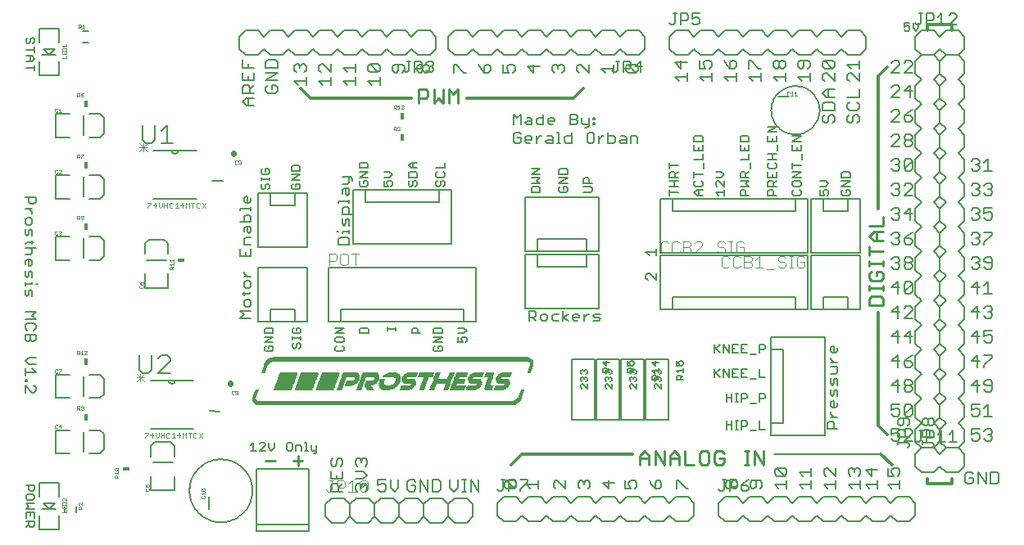
<source format=gto>
G75*
%MOIN*%
%OFA0B0*%
%FSLAX24Y24*%
%IPPOS*%
%LPD*%
%AMOC8*
5,1,8,0,0,1.08239X$1,22.5*
%
%ADD10C,0.0120*%
%ADD11C,0.0080*%
%ADD12C,0.0100*%
%ADD13C,0.0060*%
%ADD14C,0.0110*%
%ADD15C,0.0040*%
%ADD16C,0.0050*%
%ADD17C,0.0010*%
%ADD18C,0.0030*%
%ADD19R,0.0180X0.0300*%
%ADD20R,0.0300X0.0180*%
%ADD21C,0.0220*%
%ADD22R,1.0355X0.0005*%
%ADD23R,1.0425X0.0005*%
%ADD24R,1.0465X0.0005*%
%ADD25R,1.0500X0.0005*%
%ADD26R,1.0530X0.0005*%
%ADD27R,1.0550X0.0005*%
%ADD28R,1.0575X0.0005*%
%ADD29R,1.0595X0.0005*%
%ADD30R,1.0615X0.0005*%
%ADD31R,1.0630X0.0005*%
%ADD32R,1.0650X0.0005*%
%ADD33R,1.0665X0.0005*%
%ADD34R,1.0680X0.0005*%
%ADD35R,1.0690X0.0005*%
%ADD36R,1.0710X0.0005*%
%ADD37R,1.0720X0.0005*%
%ADD38R,1.0735X0.0005*%
%ADD39R,1.0745X0.0005*%
%ADD40R,1.0750X0.0005*%
%ADD41R,1.0765X0.0005*%
%ADD42R,1.0775X0.0005*%
%ADD43R,1.0785X0.0005*%
%ADD44R,1.0795X0.0005*%
%ADD45R,1.0800X0.0005*%
%ADD46R,1.0810X0.0005*%
%ADD47R,1.0820X0.0005*%
%ADD48R,1.0825X0.0005*%
%ADD49R,1.0835X0.0005*%
%ADD50R,1.0840X0.0005*%
%ADD51R,1.0850X0.0005*%
%ADD52R,0.0240X0.0005*%
%ADD53R,0.0300X0.0005*%
%ADD54R,0.0215X0.0005*%
%ADD55R,0.0275X0.0005*%
%ADD56R,0.0200X0.0005*%
%ADD57R,0.0265X0.0005*%
%ADD58R,0.0195X0.0005*%
%ADD59R,0.0250X0.0005*%
%ADD60R,0.0190X0.0005*%
%ADD61R,0.0180X0.0005*%
%ADD62R,0.0235X0.0005*%
%ADD63R,0.0230X0.0005*%
%ADD64R,0.0175X0.0005*%
%ADD65R,0.0220X0.0005*%
%ADD66R,0.0170X0.0005*%
%ADD67R,0.0165X0.0005*%
%ADD68R,0.0205X0.0005*%
%ADD69R,0.0160X0.0005*%
%ADD70R,0.0155X0.0005*%
%ADD71R,0.0185X0.0005*%
%ADD72R,0.0150X0.0005*%
%ADD73R,0.0700X0.0005*%
%ADD74R,0.0255X0.0005*%
%ADD75R,0.0380X0.0005*%
%ADD76R,0.0570X0.0005*%
%ADD77R,0.0385X0.0005*%
%ADD78R,0.0705X0.0005*%
%ADD79R,0.0400X0.0005*%
%ADD80R,0.0575X0.0005*%
%ADD81R,0.0285X0.0005*%
%ADD82R,0.0395X0.0005*%
%ADD83R,0.0340X0.0005*%
%ADD84R,0.0415X0.0005*%
%ADD85R,0.0295X0.0005*%
%ADD86R,0.0370X0.0005*%
%ADD87R,0.0425X0.0005*%
%ADD88R,0.0430X0.0005*%
%ADD89R,0.0440X0.0005*%
%ADD90R,0.0310X0.0005*%
%ADD91R,0.0435X0.0005*%
%ADD92R,0.0420X0.0005*%
%ADD93R,0.0450X0.0005*%
%ADD94R,0.0445X0.0005*%
%ADD95R,0.0455X0.0005*%
%ADD96R,0.0315X0.0005*%
%ADD97R,0.0465X0.0005*%
%ADD98R,0.0320X0.0005*%
%ADD99R,0.0460X0.0005*%
%ADD100R,0.0480X0.0005*%
%ADD101R,0.0470X0.0005*%
%ADD102R,0.0495X0.0005*%
%ADD103R,0.0475X0.0005*%
%ADD104R,0.0325X0.0005*%
%ADD105R,0.0515X0.0005*%
%ADD106R,0.0485X0.0005*%
%ADD107R,0.0330X0.0005*%
%ADD108R,0.0530X0.0005*%
%ADD109R,0.0490X0.0005*%
%ADD110R,0.0545X0.0005*%
%ADD111R,0.0560X0.0005*%
%ADD112R,0.0500X0.0005*%
%ADD113R,0.0335X0.0005*%
%ADD114R,0.0505X0.0005*%
%ADD115R,0.0585X0.0005*%
%ADD116R,0.0595X0.0005*%
%ADD117R,0.0510X0.0005*%
%ADD118R,0.0605X0.0005*%
%ADD119R,0.0615X0.0005*%
%ADD120R,0.0520X0.0005*%
%ADD121R,0.0630X0.0005*%
%ADD122R,0.0525X0.0005*%
%ADD123R,0.0635X0.0005*%
%ADD124R,0.0645X0.0005*%
%ADD125R,0.0660X0.0005*%
%ADD126R,0.0665X0.0005*%
%ADD127R,0.0675X0.0005*%
%ADD128R,0.0535X0.0005*%
%ADD129R,0.0680X0.0005*%
%ADD130R,0.0540X0.0005*%
%ADD131R,0.0690X0.0005*%
%ADD132R,0.0715X0.0005*%
%ADD133R,0.0720X0.0005*%
%ADD134R,0.0550X0.0005*%
%ADD135R,0.0725X0.0005*%
%ADD136R,0.0730X0.0005*%
%ADD137R,0.0740X0.0005*%
%ADD138R,0.0555X0.0005*%
%ADD139R,0.0745X0.0005*%
%ADD140R,0.0290X0.0005*%
%ADD141R,0.0210X0.0005*%
%ADD142R,0.0260X0.0005*%
%ADD143R,0.0270X0.0005*%
%ADD144R,0.0245X0.0005*%
%ADD145R,0.0345X0.0005*%
%ADD146R,0.0355X0.0005*%
%ADD147R,0.0365X0.0005*%
%ADD148R,0.0225X0.0005*%
%ADD149R,0.0375X0.0005*%
%ADD150R,0.0405X0.0005*%
%ADD151R,0.0410X0.0005*%
%ADD152R,0.0750X0.0005*%
%ADD153R,0.0755X0.0005*%
%ADD154R,0.0735X0.0005*%
%ADD155R,0.0580X0.0005*%
%ADD156R,0.0350X0.0005*%
%ADD157R,0.0710X0.0005*%
%ADD158R,0.0695X0.0005*%
%ADD159R,0.0685X0.0005*%
%ADD160R,0.0670X0.0005*%
%ADD161R,0.0650X0.0005*%
%ADD162R,0.0620X0.0005*%
%ADD163R,0.0590X0.0005*%
%ADD164R,0.0565X0.0005*%
%ADD165R,0.0655X0.0005*%
%ADD166R,0.0640X0.0005*%
%ADD167R,0.0625X0.0005*%
%ADD168R,0.0360X0.0005*%
%ADD169R,0.0280X0.0005*%
%ADD170R,1.0855X0.0005*%
%ADD171R,1.0815X0.0005*%
%ADD172R,1.0790X0.0005*%
%ADD173R,1.0770X0.0005*%
%ADD174R,1.0760X0.0005*%
%ADD175R,1.0740X0.0005*%
%ADD176R,1.0725X0.0005*%
%ADD177R,1.0715X0.0005*%
%ADD178R,1.0700X0.0005*%
%ADD179R,1.0675X0.0005*%
%ADD180R,1.0655X0.0005*%
%ADD181R,1.0645X0.0005*%
%ADD182R,1.0610X0.0005*%
%ADD183R,1.0585X0.0005*%
%ADD184R,1.0565X0.0005*%
%ADD185R,1.0545X0.0005*%
%ADD186R,1.0520X0.0005*%
%ADD187R,1.0485X0.0005*%
%ADD188R,1.0450X0.0005*%
%ADD189R,1.0405X0.0005*%
%ADD190R,1.0305X0.0005*%
D10*
X020350Y003100D02*
X020800Y003550D01*
X025300Y003550D01*
X035300Y004700D02*
X035650Y004350D01*
X035300Y004700D02*
X035300Y009300D01*
X035300Y013550D02*
X035300Y018950D01*
X035650Y019300D01*
X037300Y020800D02*
X037300Y021050D01*
X038300Y021050D01*
X038300Y020800D01*
X023300Y018450D02*
X022900Y018050D01*
X018550Y018050D01*
X016300Y018050D02*
X012200Y018050D01*
X011800Y018450D01*
X035400Y003550D02*
X035850Y003100D01*
X037300Y002550D02*
X037300Y002350D01*
X038300Y002350D01*
X038300Y002550D01*
D11*
X038050Y002800D02*
X037800Y003050D01*
X037550Y002800D01*
X037050Y002800D01*
X036800Y003050D01*
X036800Y003550D01*
X037050Y003800D01*
X037550Y003800D01*
X037800Y003550D01*
X038050Y003800D01*
X038550Y003800D01*
X038800Y003550D01*
X038800Y003050D01*
X038550Y002800D01*
X038050Y002800D01*
X038840Y002740D02*
X038840Y002420D01*
X038920Y002340D01*
X039080Y002340D01*
X039160Y002420D01*
X039160Y002580D01*
X039000Y002580D01*
X038840Y002740D02*
X038920Y002820D01*
X039080Y002820D01*
X039160Y002740D01*
X039356Y002820D02*
X039676Y002340D01*
X039676Y002820D01*
X039871Y002820D02*
X040111Y002820D01*
X040192Y002740D01*
X040192Y002420D01*
X040111Y002340D01*
X039871Y002340D01*
X039871Y002820D01*
X039356Y002820D02*
X039356Y002340D01*
X036800Y001550D02*
X036800Y001050D01*
X036550Y000800D01*
X036050Y000800D01*
X035800Y001050D01*
X035550Y000800D01*
X035050Y000800D01*
X034800Y001050D01*
X034550Y000800D01*
X034050Y000800D01*
X033800Y001050D01*
X033550Y000800D01*
X033050Y000800D01*
X032800Y001050D01*
X032550Y000800D01*
X032050Y000800D01*
X031800Y001050D01*
X031550Y000800D01*
X031050Y000800D01*
X030800Y001050D01*
X030550Y000800D01*
X030050Y000800D01*
X029800Y001050D01*
X029550Y000800D01*
X029050Y000800D01*
X028800Y001050D01*
X028800Y001550D01*
X029050Y001800D01*
X029550Y001800D01*
X029800Y001550D01*
X030050Y001800D01*
X030550Y001800D01*
X030800Y001550D01*
X031050Y001800D01*
X031550Y001800D01*
X031800Y001550D01*
X032050Y001800D01*
X032550Y001800D01*
X032800Y001550D01*
X033050Y001800D01*
X033550Y001800D01*
X033800Y001550D01*
X034050Y001800D01*
X034550Y001800D01*
X034800Y001550D01*
X035050Y001800D01*
X035550Y001800D01*
X035800Y001550D01*
X036050Y001800D01*
X036550Y001800D01*
X036800Y001550D01*
X036160Y002140D02*
X036160Y002460D01*
X036160Y002300D02*
X035680Y002300D01*
X035840Y002140D01*
X035260Y002140D02*
X035260Y002460D01*
X035260Y002300D02*
X034780Y002300D01*
X034940Y002140D01*
X034560Y002140D02*
X034560Y002460D01*
X034560Y002300D02*
X034080Y002300D01*
X034240Y002140D01*
X033560Y002140D02*
X033560Y002460D01*
X033560Y002300D02*
X033080Y002300D01*
X033240Y002140D01*
X032560Y002140D02*
X032560Y002460D01*
X032560Y002300D02*
X032080Y002300D01*
X032240Y002140D01*
X031560Y002140D02*
X031560Y002460D01*
X031560Y002300D02*
X031080Y002300D01*
X031240Y002140D01*
X030560Y002220D02*
X030560Y002380D01*
X030480Y002460D01*
X030160Y002460D01*
X030080Y002380D01*
X030080Y002220D01*
X030160Y002140D01*
X030240Y002140D01*
X030320Y002220D01*
X030320Y002460D01*
X030560Y002220D02*
X030480Y002140D01*
X031080Y002736D02*
X031080Y002896D01*
X031160Y002976D01*
X031480Y002656D01*
X031560Y002736D01*
X031560Y002896D01*
X031480Y002976D01*
X031160Y002976D01*
X031080Y002736D02*
X031160Y002656D01*
X031480Y002656D01*
X032080Y002816D02*
X032560Y002816D01*
X032560Y002656D02*
X032560Y002976D01*
X032240Y002656D02*
X032080Y002816D01*
X033080Y002896D02*
X033080Y002736D01*
X033160Y002656D01*
X033080Y002896D02*
X033160Y002976D01*
X033240Y002976D01*
X033560Y002656D01*
X033560Y002976D01*
X034080Y002896D02*
X034080Y002736D01*
X034160Y002656D01*
X034320Y002816D02*
X034320Y002896D01*
X034400Y002976D01*
X034480Y002976D01*
X034560Y002896D01*
X034560Y002736D01*
X034480Y002656D01*
X034320Y002896D02*
X034240Y002976D01*
X034160Y002976D01*
X034080Y002896D01*
X034780Y002896D02*
X035020Y002656D01*
X035020Y002976D01*
X035260Y002896D02*
X034780Y002896D01*
X035680Y002976D02*
X035680Y002656D01*
X035920Y002656D01*
X035840Y002816D01*
X035840Y002896D01*
X035920Y002976D01*
X036080Y002976D01*
X036160Y002896D01*
X036160Y002736D01*
X036080Y002656D01*
X035400Y003550D02*
X031050Y003550D01*
X029560Y002380D02*
X029480Y002460D01*
X029400Y002460D01*
X029320Y002380D01*
X029320Y002220D01*
X029240Y002140D01*
X029160Y002140D01*
X029080Y002220D01*
X029080Y002380D01*
X029160Y002460D01*
X029240Y002460D01*
X029320Y002380D01*
X029320Y002220D02*
X029400Y002140D01*
X029480Y002140D01*
X029560Y002220D01*
X029560Y002380D01*
X027800Y001550D02*
X027800Y001050D01*
X027550Y000800D01*
X027050Y000800D01*
X026800Y001050D01*
X026550Y000800D01*
X026050Y000800D01*
X025800Y001050D01*
X025550Y000800D01*
X025050Y000800D01*
X024800Y001050D01*
X024550Y000800D01*
X024050Y000800D01*
X023800Y001050D01*
X023550Y000800D01*
X023050Y000800D01*
X022800Y001050D01*
X022550Y000800D01*
X022050Y000800D01*
X021800Y001050D01*
X021550Y000800D01*
X021050Y000800D01*
X020800Y001050D01*
X020550Y000800D01*
X020050Y000800D01*
X019800Y001050D01*
X019800Y001550D01*
X020050Y001800D01*
X020550Y001800D01*
X020800Y001550D01*
X021050Y001800D01*
X021550Y001800D01*
X021800Y001550D01*
X022050Y001800D01*
X022550Y001800D01*
X022800Y001550D01*
X023050Y001800D01*
X023550Y001800D01*
X023800Y001550D01*
X024050Y001800D01*
X024550Y001800D01*
X024800Y001550D01*
X025050Y001800D01*
X025550Y001800D01*
X025800Y001550D01*
X026050Y001800D01*
X026550Y001800D01*
X026800Y001550D01*
X027050Y001800D01*
X027550Y001800D01*
X027800Y001550D01*
X027560Y002140D02*
X027480Y002140D01*
X027160Y002460D01*
X027080Y002460D01*
X027080Y002140D01*
X026460Y002220D02*
X026460Y002380D01*
X026380Y002460D01*
X026300Y002460D01*
X026220Y002380D01*
X026220Y002140D01*
X026380Y002140D01*
X026460Y002220D01*
X026220Y002140D02*
X026060Y002300D01*
X025980Y002460D01*
X025460Y002380D02*
X025460Y002220D01*
X025380Y002140D01*
X025220Y002140D02*
X025140Y002300D01*
X025140Y002380D01*
X025220Y002460D01*
X025380Y002460D01*
X025460Y002380D01*
X025220Y002140D02*
X024980Y002140D01*
X024980Y002460D01*
X024560Y002380D02*
X024080Y002380D01*
X024320Y002140D01*
X024320Y002460D01*
X023560Y002380D02*
X023560Y002220D01*
X023480Y002140D01*
X023320Y002300D02*
X023320Y002380D01*
X023400Y002460D01*
X023480Y002460D01*
X023560Y002380D01*
X023320Y002380D02*
X023240Y002460D01*
X023160Y002460D01*
X023080Y002380D01*
X023080Y002220D01*
X023160Y002140D01*
X022560Y002140D02*
X022240Y002460D01*
X022160Y002460D01*
X022080Y002380D01*
X022080Y002220D01*
X022160Y002140D01*
X022560Y002140D02*
X022560Y002460D01*
X021460Y002460D02*
X021460Y002140D01*
X021460Y002300D02*
X020980Y002300D01*
X021140Y002140D01*
X020560Y002220D02*
X020480Y002140D01*
X020160Y002460D01*
X020480Y002460D01*
X020560Y002380D01*
X020560Y002220D01*
X020480Y002140D02*
X020160Y002140D01*
X020080Y002220D01*
X020080Y002380D01*
X020160Y002460D01*
X019034Y002502D02*
X019034Y002022D01*
X018714Y002502D01*
X018714Y002022D01*
X018531Y002022D02*
X018370Y002022D01*
X018451Y002022D02*
X018451Y002502D01*
X018531Y002502D02*
X018370Y002502D01*
X018175Y002502D02*
X018175Y002182D01*
X018015Y002022D01*
X017855Y002182D01*
X017855Y002502D01*
X017486Y002422D02*
X017406Y002502D01*
X017166Y002502D01*
X017166Y002022D01*
X017406Y002022D01*
X017486Y002102D01*
X017486Y002422D01*
X016971Y002502D02*
X016971Y002022D01*
X016650Y002502D01*
X016650Y002022D01*
X016455Y002102D02*
X016455Y002262D01*
X016295Y002262D01*
X016455Y002422D02*
X016375Y002502D01*
X016215Y002502D01*
X016135Y002422D01*
X016135Y002102D01*
X016215Y002022D01*
X016375Y002022D01*
X016455Y002102D01*
X016550Y001750D02*
X016050Y001750D01*
X015800Y001500D01*
X015800Y001000D01*
X015550Y000750D01*
X015050Y000750D01*
X014800Y001000D01*
X014800Y001500D01*
X015050Y001750D01*
X015550Y001750D01*
X015800Y001500D01*
X015800Y001000D02*
X016050Y000750D01*
X016550Y000750D01*
X016800Y001000D01*
X016800Y001500D01*
X017050Y001750D01*
X017550Y001750D01*
X017800Y001500D01*
X017800Y001000D01*
X017550Y000750D01*
X017050Y000750D01*
X016800Y001000D01*
X016800Y001500D02*
X016550Y001750D01*
X015771Y002182D02*
X015771Y002502D01*
X015771Y002182D02*
X015611Y002022D01*
X015450Y002182D01*
X015450Y002502D01*
X015255Y002502D02*
X014935Y002502D01*
X014935Y002262D01*
X015095Y002342D01*
X015175Y002342D01*
X015255Y002262D01*
X015255Y002102D01*
X015175Y002022D01*
X015015Y002022D01*
X014935Y002102D01*
X014498Y002095D02*
X014498Y002255D01*
X014418Y002335D01*
X014338Y002335D01*
X014258Y002255D01*
X014258Y002175D01*
X014258Y002255D02*
X014178Y002335D01*
X014098Y002335D01*
X014018Y002255D01*
X014018Y002095D01*
X014098Y002015D01*
X014050Y001750D02*
X014550Y001750D01*
X014800Y001500D01*
X014800Y001000D02*
X014550Y000750D01*
X014050Y000750D01*
X013800Y001000D01*
X013800Y001500D01*
X014050Y001750D01*
X013800Y001500D02*
X013550Y001750D01*
X013050Y001750D01*
X012800Y001500D01*
X012800Y001000D01*
X013050Y000750D01*
X013550Y000750D01*
X013800Y001000D01*
X013498Y002015D02*
X013018Y002015D01*
X013018Y002255D01*
X013098Y002335D01*
X013258Y002335D01*
X013338Y002255D01*
X013338Y002015D01*
X013338Y002175D02*
X013498Y002335D01*
X013498Y002530D02*
X013018Y002530D01*
X013018Y002851D01*
X013098Y003046D02*
X013178Y003046D01*
X013258Y003126D01*
X013258Y003286D01*
X013338Y003366D01*
X013418Y003366D01*
X013498Y003286D01*
X013498Y003126D01*
X013418Y003046D01*
X013498Y002851D02*
X013498Y002530D01*
X013258Y002530D02*
X013258Y002691D01*
X013098Y003046D02*
X013018Y003126D01*
X013018Y003286D01*
X013098Y003366D01*
X014018Y003286D02*
X014018Y003126D01*
X014098Y003046D01*
X014018Y002851D02*
X014338Y002851D01*
X014498Y002691D01*
X014338Y002530D01*
X014018Y002530D01*
X014498Y002095D02*
X014418Y002015D01*
X014418Y003046D02*
X014498Y003126D01*
X014498Y003286D01*
X014418Y003366D01*
X014338Y003366D01*
X014258Y003286D01*
X014258Y003206D01*
X014258Y003286D02*
X014178Y003366D01*
X014098Y003366D01*
X014018Y003286D01*
X017800Y001500D02*
X018050Y001750D01*
X018550Y001750D01*
X018800Y001500D01*
X018800Y001000D01*
X018550Y000750D01*
X018050Y000750D01*
X017800Y001000D01*
X022828Y004935D02*
X022828Y007415D01*
X023772Y007415D01*
X023772Y004935D01*
X022828Y004935D01*
X023828Y004935D02*
X023828Y007415D01*
X024772Y007415D01*
X024772Y004935D01*
X023828Y004935D01*
X024828Y004935D02*
X024828Y007415D01*
X025772Y007415D01*
X025772Y004935D01*
X024828Y004935D01*
X025828Y004935D02*
X025828Y007415D01*
X026772Y007415D01*
X026772Y004935D01*
X025828Y004935D01*
X033215Y004800D02*
X033215Y004590D01*
X033635Y004590D01*
X033495Y004590D02*
X033495Y004800D01*
X033425Y004870D01*
X033285Y004870D01*
X033215Y004800D01*
X033355Y005050D02*
X033635Y005050D01*
X033495Y005050D02*
X033355Y005191D01*
X033355Y005261D01*
X033425Y005434D02*
X033355Y005504D01*
X033355Y005644D01*
X033425Y005714D01*
X033495Y005714D01*
X033495Y005434D01*
X033565Y005434D02*
X033425Y005434D01*
X033565Y005434D02*
X033635Y005504D01*
X033635Y005644D01*
X033635Y005894D02*
X033635Y006105D01*
X033565Y006175D01*
X033495Y006105D01*
X033495Y005965D01*
X033425Y005894D01*
X033355Y005965D01*
X033355Y006175D01*
X033425Y006355D02*
X033355Y006425D01*
X033355Y006635D01*
X033495Y006565D02*
X033495Y006425D01*
X033425Y006355D01*
X033635Y006355D02*
X033635Y006565D01*
X033565Y006635D01*
X033495Y006565D01*
X033565Y006815D02*
X033635Y006885D01*
X033635Y007095D01*
X033355Y007095D01*
X033355Y007276D02*
X033635Y007276D01*
X033495Y007276D02*
X033355Y007416D01*
X033355Y007486D01*
X033425Y007659D02*
X033355Y007729D01*
X033355Y007869D01*
X033425Y007940D01*
X033495Y007940D01*
X033495Y007659D01*
X033565Y007659D02*
X033425Y007659D01*
X033565Y007659D02*
X033635Y007729D01*
X033635Y007869D01*
X033565Y006815D02*
X033355Y006815D01*
X035840Y006330D02*
X036160Y006330D01*
X036356Y006250D02*
X036436Y006330D01*
X036596Y006330D01*
X036676Y006250D01*
X036676Y006170D01*
X036596Y006090D01*
X036436Y006090D01*
X036356Y006170D01*
X036356Y006250D01*
X036436Y006330D02*
X036356Y006410D01*
X036356Y006490D01*
X036436Y006570D01*
X036596Y006570D01*
X036676Y006490D01*
X036676Y006410D01*
X036596Y006330D01*
X036800Y006550D02*
X037050Y006800D01*
X036800Y007050D01*
X036800Y007550D01*
X037050Y007800D01*
X036800Y008050D01*
X036800Y008550D01*
X037050Y008800D01*
X036800Y009050D01*
X036800Y009550D01*
X037050Y009800D01*
X036800Y010050D01*
X036800Y010550D01*
X037050Y010800D01*
X036800Y011050D01*
X036800Y011550D01*
X037050Y011800D01*
X036800Y012050D01*
X036800Y012550D01*
X037050Y012800D01*
X036800Y013050D01*
X036800Y013550D01*
X037050Y013800D01*
X036800Y014050D01*
X036800Y014550D01*
X037050Y014800D01*
X036800Y015050D01*
X036800Y015550D01*
X037050Y015800D01*
X036800Y016050D01*
X036800Y016550D01*
X037050Y016800D01*
X036800Y017050D01*
X036800Y017550D01*
X037050Y017800D01*
X036800Y018050D01*
X036800Y018550D01*
X037050Y018800D01*
X036800Y019050D01*
X036800Y019550D01*
X037050Y019800D01*
X037550Y019800D01*
X037800Y020050D01*
X038050Y019800D01*
X038550Y019800D01*
X038800Y020050D01*
X038800Y020550D01*
X038550Y020800D01*
X038050Y020800D01*
X037800Y020550D01*
X037550Y020800D01*
X037050Y020800D01*
X036800Y020550D01*
X036800Y020050D01*
X037050Y019800D01*
X037550Y019800D01*
X037800Y019550D01*
X037800Y019050D01*
X037550Y018800D01*
X037800Y018550D01*
X037800Y018050D01*
X037550Y017800D01*
X037800Y017550D01*
X037800Y017050D01*
X037550Y016800D01*
X037800Y016550D01*
X037800Y016050D01*
X037550Y015800D01*
X037800Y015550D01*
X037800Y015050D01*
X037550Y014800D01*
X037800Y014550D01*
X037800Y014050D01*
X037550Y013800D01*
X037800Y013550D01*
X037800Y013050D01*
X037550Y012800D01*
X037800Y012550D01*
X037800Y012050D01*
X037550Y011800D01*
X037800Y011550D01*
X037800Y011050D01*
X037550Y010800D01*
X037800Y010550D01*
X037800Y010050D01*
X037550Y009800D01*
X037800Y009550D01*
X037800Y009050D01*
X037550Y008800D01*
X037800Y008550D01*
X037800Y008050D01*
X037550Y007800D01*
X037800Y007550D01*
X037800Y007050D01*
X037550Y006800D01*
X037800Y006550D01*
X037800Y006050D01*
X037550Y005800D01*
X037800Y005550D01*
X037800Y005050D01*
X037550Y004800D01*
X037800Y004550D01*
X037800Y004050D01*
X037550Y003800D01*
X037050Y003800D01*
X036800Y004050D01*
X036800Y004550D01*
X037050Y004800D01*
X036800Y005050D01*
X036800Y005550D01*
X037050Y005800D01*
X036800Y006050D01*
X036800Y006550D01*
X036596Y007090D02*
X036436Y007090D01*
X036356Y007170D01*
X036356Y007330D01*
X036596Y007330D01*
X036676Y007250D01*
X036676Y007170D01*
X036596Y007090D01*
X036356Y007330D02*
X036516Y007490D01*
X036676Y007570D01*
X036160Y007330D02*
X035840Y007330D01*
X036080Y007570D01*
X036080Y007090D01*
X036080Y006570D02*
X035840Y006330D01*
X036080Y006090D02*
X036080Y006570D01*
X036160Y005570D02*
X035840Y005570D01*
X035840Y005330D01*
X036000Y005410D01*
X036080Y005410D01*
X036160Y005330D01*
X036160Y005170D01*
X036080Y005090D01*
X035920Y005090D01*
X035840Y005170D01*
X036356Y005170D02*
X036676Y005490D01*
X036676Y005170D01*
X036596Y005090D01*
X036436Y005090D01*
X036356Y005170D01*
X036356Y005490D01*
X036436Y005570D01*
X036596Y005570D01*
X036676Y005490D01*
X037800Y005550D02*
X037800Y005050D01*
X038050Y004800D01*
X037800Y004550D01*
X037800Y004050D01*
X038050Y003800D01*
X038550Y003800D01*
X038800Y004050D01*
X038800Y004550D01*
X038550Y004800D01*
X038800Y005050D01*
X038800Y005550D01*
X038550Y005800D01*
X038800Y006050D01*
X038800Y006550D01*
X038550Y006800D01*
X038800Y007050D01*
X038800Y007550D01*
X038550Y007800D01*
X038800Y008050D01*
X038800Y008550D01*
X038550Y008800D01*
X038800Y009050D01*
X038800Y009550D01*
X038550Y009800D01*
X038800Y010050D01*
X038800Y010550D01*
X038550Y010800D01*
X038800Y011050D01*
X038800Y011550D01*
X038550Y011800D01*
X038800Y012050D01*
X038800Y012550D01*
X038550Y012800D01*
X038800Y013050D01*
X038800Y013550D01*
X038550Y013800D01*
X038800Y014050D01*
X038800Y014550D01*
X038550Y014800D01*
X038800Y015050D01*
X038800Y015550D01*
X038550Y015800D01*
X038800Y016050D01*
X038800Y016550D01*
X038550Y016800D01*
X038800Y017050D01*
X038800Y017550D01*
X038550Y017800D01*
X038800Y018050D01*
X038800Y018550D01*
X038550Y018800D01*
X038800Y019050D01*
X038800Y019550D01*
X038550Y019800D01*
X038050Y019800D01*
X037800Y019550D01*
X037800Y019050D01*
X038050Y018800D01*
X037800Y018550D01*
X037800Y018050D01*
X038050Y017800D01*
X037800Y017550D01*
X037800Y017050D01*
X038050Y016800D01*
X037800Y016550D01*
X037800Y016050D01*
X038050Y015800D01*
X037800Y015550D01*
X037800Y015050D01*
X038050Y014800D01*
X037800Y014550D01*
X037800Y014050D01*
X038050Y013800D01*
X037800Y013550D01*
X037800Y013050D01*
X038050Y012800D01*
X037800Y012550D01*
X037800Y012050D01*
X038050Y011800D01*
X037800Y011550D01*
X037800Y011050D01*
X038050Y010800D01*
X037800Y010550D01*
X037800Y010050D01*
X038050Y009800D01*
X037800Y009550D01*
X037800Y009050D01*
X038050Y008800D01*
X037800Y008550D01*
X037800Y008050D01*
X038050Y007800D01*
X037800Y007550D01*
X037800Y007050D01*
X038050Y006800D01*
X037800Y006550D01*
X037800Y006050D01*
X038050Y005800D01*
X037800Y005550D01*
X039090Y005570D02*
X039090Y005330D01*
X039250Y005410D01*
X039330Y005410D01*
X039410Y005330D01*
X039410Y005170D01*
X039330Y005090D01*
X039170Y005090D01*
X039090Y005170D01*
X039606Y005090D02*
X039926Y005090D01*
X039766Y005090D02*
X039766Y005570D01*
X039606Y005410D01*
X039410Y005570D02*
X039090Y005570D01*
X039330Y006090D02*
X039330Y006570D01*
X039090Y006330D01*
X039410Y006330D01*
X039606Y006410D02*
X039686Y006330D01*
X039926Y006330D01*
X039926Y006170D02*
X039926Y006490D01*
X039846Y006570D01*
X039686Y006570D01*
X039606Y006490D01*
X039606Y006410D01*
X039606Y006170D02*
X039686Y006090D01*
X039846Y006090D01*
X039926Y006170D01*
X039606Y007090D02*
X039606Y007170D01*
X039926Y007490D01*
X039926Y007570D01*
X039606Y007570D01*
X039330Y007570D02*
X039090Y007330D01*
X039410Y007330D01*
X039330Y007090D02*
X039330Y007570D01*
X039330Y008090D02*
X039330Y008570D01*
X039090Y008330D01*
X039410Y008330D01*
X039606Y008330D02*
X039606Y008570D01*
X039926Y008570D01*
X039846Y008410D02*
X039766Y008410D01*
X039606Y008330D01*
X039606Y008170D02*
X039686Y008090D01*
X039846Y008090D01*
X039926Y008170D01*
X039926Y008330D01*
X039846Y008410D01*
X039846Y009090D02*
X039686Y009090D01*
X039606Y009170D01*
X039766Y009330D02*
X039846Y009330D01*
X039926Y009250D01*
X039926Y009170D01*
X039846Y009090D01*
X039846Y009330D02*
X039926Y009410D01*
X039926Y009490D01*
X039846Y009570D01*
X039686Y009570D01*
X039606Y009490D01*
X039410Y009330D02*
X039090Y009330D01*
X039330Y009570D01*
X039330Y009090D01*
X039330Y010090D02*
X039330Y010570D01*
X039090Y010330D01*
X039410Y010330D01*
X039606Y010410D02*
X039766Y010570D01*
X039766Y010090D01*
X039606Y010090D02*
X039926Y010090D01*
X039846Y011090D02*
X039686Y011090D01*
X039606Y011170D01*
X039686Y011330D02*
X039926Y011330D01*
X039926Y011170D02*
X039926Y011490D01*
X039846Y011570D01*
X039686Y011570D01*
X039606Y011490D01*
X039606Y011410D01*
X039686Y011330D01*
X039410Y011250D02*
X039410Y011170D01*
X039330Y011090D01*
X039170Y011090D01*
X039090Y011170D01*
X039250Y011330D02*
X039330Y011330D01*
X039410Y011250D01*
X039330Y011330D02*
X039410Y011410D01*
X039410Y011490D01*
X039330Y011570D01*
X039170Y011570D01*
X039090Y011490D01*
X039846Y011090D02*
X039926Y011170D01*
X039606Y012090D02*
X039606Y012170D01*
X039926Y012490D01*
X039926Y012570D01*
X039606Y012570D01*
X039410Y012490D02*
X039410Y012410D01*
X039330Y012330D01*
X039410Y012250D01*
X039410Y012170D01*
X039330Y012090D01*
X039170Y012090D01*
X039090Y012170D01*
X039250Y012330D02*
X039330Y012330D01*
X039410Y012490D02*
X039330Y012570D01*
X039170Y012570D01*
X039090Y012490D01*
X039170Y013090D02*
X039090Y013170D01*
X039170Y013090D02*
X039330Y013090D01*
X039410Y013170D01*
X039410Y013250D01*
X039330Y013330D01*
X039250Y013330D01*
X039330Y013330D02*
X039410Y013410D01*
X039410Y013490D01*
X039330Y013570D01*
X039170Y013570D01*
X039090Y013490D01*
X039606Y013570D02*
X039606Y013330D01*
X039766Y013410D01*
X039846Y013410D01*
X039926Y013330D01*
X039926Y013170D01*
X039846Y013090D01*
X039686Y013090D01*
X039606Y013170D01*
X039606Y013570D02*
X039926Y013570D01*
X039846Y014090D02*
X039686Y014090D01*
X039606Y014170D01*
X039410Y014170D02*
X039330Y014090D01*
X039170Y014090D01*
X039090Y014170D01*
X039250Y014330D02*
X039330Y014330D01*
X039410Y014250D01*
X039410Y014170D01*
X039330Y014330D02*
X039410Y014410D01*
X039410Y014490D01*
X039330Y014570D01*
X039170Y014570D01*
X039090Y014490D01*
X039606Y014490D02*
X039686Y014570D01*
X039846Y014570D01*
X039926Y014490D01*
X039926Y014410D01*
X039846Y014330D01*
X039926Y014250D01*
X039926Y014170D01*
X039846Y014090D01*
X039846Y014330D02*
X039766Y014330D01*
X039766Y015090D02*
X039766Y015570D01*
X039606Y015410D01*
X039410Y015410D02*
X039410Y015490D01*
X039330Y015570D01*
X039170Y015570D01*
X039090Y015490D01*
X039250Y015330D02*
X039330Y015330D01*
X039410Y015250D01*
X039410Y015170D01*
X039330Y015090D01*
X039170Y015090D01*
X039090Y015170D01*
X039330Y015330D02*
X039410Y015410D01*
X039606Y015090D02*
X039926Y015090D01*
X036676Y015170D02*
X036596Y015090D01*
X036436Y015090D01*
X036356Y015170D01*
X036676Y015490D01*
X036676Y015170D01*
X036356Y015170D02*
X036356Y015490D01*
X036436Y015570D01*
X036596Y015570D01*
X036676Y015490D01*
X036160Y015490D02*
X036160Y015410D01*
X036080Y015330D01*
X036160Y015250D01*
X036160Y015170D01*
X036080Y015090D01*
X035920Y015090D01*
X035840Y015170D01*
X036000Y015330D02*
X036080Y015330D01*
X036160Y015490D02*
X036080Y015570D01*
X035920Y015570D01*
X035840Y015490D01*
X035840Y016090D02*
X036160Y016410D01*
X036160Y016490D01*
X036080Y016570D01*
X035920Y016570D01*
X035840Y016490D01*
X036356Y016490D02*
X036436Y016570D01*
X036596Y016570D01*
X036676Y016490D01*
X036676Y016410D01*
X036596Y016330D01*
X036436Y016330D01*
X036356Y016410D01*
X036356Y016490D01*
X036436Y016330D02*
X036356Y016250D01*
X036356Y016170D01*
X036436Y016090D01*
X036596Y016090D01*
X036676Y016170D01*
X036676Y016250D01*
X036596Y016330D01*
X036160Y016090D02*
X035840Y016090D01*
X035840Y017090D02*
X036160Y017410D01*
X036160Y017490D01*
X036080Y017570D01*
X035920Y017570D01*
X035840Y017490D01*
X036356Y017330D02*
X036596Y017330D01*
X036676Y017250D01*
X036676Y017170D01*
X036596Y017090D01*
X036436Y017090D01*
X036356Y017170D01*
X036356Y017330D01*
X036516Y017490D01*
X036676Y017570D01*
X036160Y017090D02*
X035840Y017090D01*
X034510Y017120D02*
X034430Y017040D01*
X034510Y017120D02*
X034510Y017280D01*
X034430Y017360D01*
X034350Y017360D01*
X034270Y017280D01*
X034270Y017120D01*
X034190Y017040D01*
X034110Y017040D01*
X034030Y017120D01*
X034030Y017280D01*
X034110Y017360D01*
X034110Y017556D02*
X034430Y017556D01*
X034510Y017636D01*
X034510Y017796D01*
X034430Y017876D01*
X034510Y018071D02*
X034510Y018392D01*
X034510Y018071D02*
X034030Y018071D01*
X034110Y017876D02*
X034030Y017796D01*
X034030Y017636D01*
X034110Y017556D01*
X033510Y017556D02*
X033510Y017796D01*
X033430Y017876D01*
X033110Y017876D01*
X033030Y017796D01*
X033030Y017556D01*
X033510Y017556D01*
X033430Y017360D02*
X033510Y017280D01*
X033510Y017120D01*
X033430Y017040D01*
X033270Y017120D02*
X033270Y017280D01*
X033350Y017360D01*
X033430Y017360D01*
X033270Y017120D02*
X033190Y017040D01*
X033110Y017040D01*
X033030Y017120D01*
X033030Y017280D01*
X033110Y017360D01*
X033190Y018071D02*
X033030Y018231D01*
X033190Y018392D01*
X033510Y018392D01*
X033270Y018392D02*
X033270Y018071D01*
X033190Y018071D02*
X033510Y018071D01*
X033510Y018740D02*
X033190Y019060D01*
X033110Y019060D01*
X033030Y018980D01*
X033030Y018820D01*
X033110Y018740D01*
X033510Y018740D02*
X033510Y019060D01*
X033430Y019256D02*
X033110Y019256D01*
X033030Y019336D01*
X033030Y019496D01*
X033110Y019576D01*
X033430Y019256D01*
X033510Y019336D01*
X033510Y019496D01*
X033430Y019576D01*
X033110Y019576D01*
X033050Y019800D02*
X033550Y019800D01*
X033800Y020050D01*
X034050Y019800D01*
X034550Y019800D01*
X034800Y020050D01*
X034800Y020550D01*
X034550Y020800D01*
X034050Y020800D01*
X033800Y020550D01*
X033550Y020800D01*
X033050Y020800D01*
X032800Y020550D01*
X032550Y020800D01*
X032050Y020800D01*
X031800Y020550D01*
X031550Y020800D01*
X031050Y020800D01*
X030800Y020550D01*
X030550Y020800D01*
X030050Y020800D01*
X029800Y020550D01*
X029550Y020800D01*
X029050Y020800D01*
X028800Y020550D01*
X028550Y020800D01*
X028050Y020800D01*
X027800Y020550D01*
X027550Y020800D01*
X027050Y020800D01*
X026800Y020550D01*
X026800Y020050D01*
X027050Y019800D01*
X027550Y019800D01*
X027800Y020050D01*
X028050Y019800D01*
X028550Y019800D01*
X028800Y020050D01*
X029050Y019800D01*
X029550Y019800D01*
X029800Y020050D01*
X030050Y019800D01*
X030550Y019800D01*
X030800Y020050D01*
X031050Y019800D01*
X031550Y019800D01*
X031800Y020050D01*
X032050Y019800D01*
X032550Y019800D01*
X032800Y020050D01*
X033050Y019800D01*
X032510Y019496D02*
X032430Y019576D01*
X032110Y019576D01*
X032030Y019496D01*
X032030Y019336D01*
X032110Y019256D01*
X032190Y019256D01*
X032270Y019336D01*
X032270Y019576D01*
X032510Y019496D02*
X032510Y019336D01*
X032430Y019256D01*
X032510Y019060D02*
X032510Y018740D01*
X032510Y018900D02*
X032030Y018900D01*
X032190Y018740D01*
X031510Y018740D02*
X031510Y019060D01*
X031510Y018900D02*
X031030Y018900D01*
X031190Y018740D01*
X030510Y018740D02*
X030510Y019060D01*
X030510Y018900D02*
X030030Y018900D01*
X030190Y018740D01*
X030030Y019256D02*
X030030Y019576D01*
X030110Y019576D01*
X030430Y019256D01*
X030510Y019256D01*
X031030Y019336D02*
X031030Y019496D01*
X031110Y019576D01*
X031190Y019576D01*
X031270Y019496D01*
X031270Y019336D01*
X031190Y019256D01*
X031110Y019256D01*
X031030Y019336D01*
X031270Y019336D02*
X031350Y019256D01*
X031430Y019256D01*
X031510Y019336D01*
X031510Y019496D01*
X031430Y019576D01*
X031350Y019576D01*
X031270Y019496D01*
X029510Y019496D02*
X029510Y019336D01*
X029430Y019256D01*
X029270Y019256D01*
X029270Y019496D01*
X029350Y019576D01*
X029430Y019576D01*
X029510Y019496D01*
X029270Y019256D02*
X029110Y019416D01*
X029030Y019576D01*
X028510Y019496D02*
X028510Y019336D01*
X028430Y019256D01*
X028270Y019256D02*
X028190Y019416D01*
X028190Y019496D01*
X028270Y019576D01*
X028430Y019576D01*
X028510Y019496D01*
X028270Y019256D02*
X028030Y019256D01*
X028030Y019576D01*
X027510Y019496D02*
X027030Y019496D01*
X027270Y019256D01*
X027270Y019576D01*
X027510Y019060D02*
X027510Y018740D01*
X027510Y018900D02*
X027030Y018900D01*
X027190Y018740D01*
X028030Y018900D02*
X028510Y018900D01*
X028510Y018740D02*
X028510Y019060D01*
X028190Y018740D02*
X028030Y018900D01*
X029030Y018900D02*
X029510Y018900D01*
X029510Y018740D02*
X029510Y019060D01*
X029190Y018740D02*
X029030Y018900D01*
X031225Y018100D02*
X031625Y018100D01*
X030941Y017550D02*
X030943Y017612D01*
X030949Y017675D01*
X030959Y017736D01*
X030973Y017797D01*
X030990Y017857D01*
X031011Y017916D01*
X031037Y017973D01*
X031065Y018028D01*
X031097Y018082D01*
X031133Y018133D01*
X031171Y018183D01*
X031213Y018229D01*
X031257Y018273D01*
X031305Y018314D01*
X031354Y018352D01*
X031406Y018386D01*
X031460Y018417D01*
X031516Y018445D01*
X031574Y018469D01*
X031633Y018490D01*
X031693Y018506D01*
X031754Y018519D01*
X031816Y018528D01*
X031878Y018533D01*
X031941Y018534D01*
X032003Y018531D01*
X032065Y018524D01*
X032127Y018513D01*
X032187Y018498D01*
X032247Y018480D01*
X032305Y018458D01*
X032362Y018432D01*
X032417Y018402D01*
X032470Y018369D01*
X032521Y018333D01*
X032569Y018294D01*
X032615Y018251D01*
X032658Y018206D01*
X032698Y018158D01*
X032735Y018108D01*
X032769Y018055D01*
X032800Y018001D01*
X032826Y017945D01*
X032850Y017887D01*
X032869Y017827D01*
X032885Y017767D01*
X032897Y017705D01*
X032905Y017644D01*
X032909Y017581D01*
X032909Y017519D01*
X032905Y017456D01*
X032897Y017395D01*
X032885Y017333D01*
X032869Y017273D01*
X032850Y017213D01*
X032826Y017155D01*
X032800Y017099D01*
X032769Y017045D01*
X032735Y016992D01*
X032698Y016942D01*
X032658Y016894D01*
X032615Y016849D01*
X032569Y016806D01*
X032521Y016767D01*
X032470Y016731D01*
X032417Y016698D01*
X032362Y016668D01*
X032305Y016642D01*
X032247Y016620D01*
X032187Y016602D01*
X032127Y016587D01*
X032065Y016576D01*
X032003Y016569D01*
X031941Y016566D01*
X031878Y016567D01*
X031816Y016572D01*
X031754Y016581D01*
X031693Y016594D01*
X031633Y016610D01*
X031574Y016631D01*
X031516Y016655D01*
X031460Y016683D01*
X031406Y016714D01*
X031354Y016748D01*
X031305Y016786D01*
X031257Y016827D01*
X031213Y016871D01*
X031171Y016917D01*
X031133Y016967D01*
X031097Y017018D01*
X031065Y017072D01*
X031037Y017127D01*
X031011Y017184D01*
X030990Y017243D01*
X030973Y017303D01*
X030959Y017364D01*
X030949Y017425D01*
X030943Y017488D01*
X030941Y017550D01*
X034030Y018820D02*
X034030Y018980D01*
X034110Y019060D01*
X034190Y019060D01*
X034510Y018740D01*
X034510Y019060D01*
X034510Y019256D02*
X034510Y019576D01*
X034510Y019416D02*
X034030Y019416D01*
X034190Y019256D01*
X034030Y018820D02*
X034110Y018740D01*
X035840Y018490D02*
X035920Y018570D01*
X036080Y018570D01*
X036160Y018490D01*
X036160Y018410D01*
X035840Y018090D01*
X036160Y018090D01*
X036356Y018330D02*
X036676Y018330D01*
X036596Y018090D02*
X036596Y018570D01*
X036356Y018330D01*
X036356Y019090D02*
X036676Y019410D01*
X036676Y019490D01*
X036596Y019570D01*
X036436Y019570D01*
X036356Y019490D01*
X036160Y019490D02*
X036080Y019570D01*
X035920Y019570D01*
X035840Y019490D01*
X036160Y019490D02*
X036160Y019410D01*
X035840Y019090D01*
X036160Y019090D01*
X036356Y019090D02*
X036676Y019090D01*
X036596Y014570D02*
X036436Y014570D01*
X036356Y014490D01*
X036160Y014490D02*
X036160Y014410D01*
X036080Y014330D01*
X036160Y014250D01*
X036160Y014170D01*
X036080Y014090D01*
X035920Y014090D01*
X035840Y014170D01*
X036000Y014330D02*
X036080Y014330D01*
X036160Y014490D02*
X036080Y014570D01*
X035920Y014570D01*
X035840Y014490D01*
X036356Y014090D02*
X036676Y014410D01*
X036676Y014490D01*
X036596Y014570D01*
X036676Y014090D02*
X036356Y014090D01*
X036596Y013570D02*
X036356Y013330D01*
X036676Y013330D01*
X036596Y013090D02*
X036596Y013570D01*
X036160Y013490D02*
X036160Y013410D01*
X036080Y013330D01*
X036160Y013250D01*
X036160Y013170D01*
X036080Y013090D01*
X035920Y013090D01*
X035840Y013170D01*
X036000Y013330D02*
X036080Y013330D01*
X036160Y013490D02*
X036080Y013570D01*
X035920Y013570D01*
X035840Y013490D01*
X035920Y012570D02*
X036080Y012570D01*
X036160Y012490D01*
X036160Y012410D01*
X036080Y012330D01*
X036160Y012250D01*
X036160Y012170D01*
X036080Y012090D01*
X035920Y012090D01*
X035840Y012170D01*
X036000Y012330D02*
X036080Y012330D01*
X036356Y012330D02*
X036356Y012170D01*
X036436Y012090D01*
X036596Y012090D01*
X036676Y012170D01*
X036676Y012250D01*
X036596Y012330D01*
X036356Y012330D01*
X036516Y012490D01*
X036676Y012570D01*
X035920Y012570D02*
X035840Y012490D01*
X035920Y011570D02*
X036080Y011570D01*
X036160Y011490D01*
X036160Y011410D01*
X036080Y011330D01*
X036160Y011250D01*
X036160Y011170D01*
X036080Y011090D01*
X035920Y011090D01*
X035840Y011170D01*
X036000Y011330D02*
X036080Y011330D01*
X036356Y011250D02*
X036436Y011330D01*
X036596Y011330D01*
X036676Y011250D01*
X036676Y011170D01*
X036596Y011090D01*
X036436Y011090D01*
X036356Y011170D01*
X036356Y011250D01*
X036436Y011330D02*
X036356Y011410D01*
X036356Y011490D01*
X036436Y011570D01*
X036596Y011570D01*
X036676Y011490D01*
X036676Y011410D01*
X036596Y011330D01*
X035920Y011570D02*
X035840Y011490D01*
X036080Y010570D02*
X035840Y010330D01*
X036160Y010330D01*
X036356Y010170D02*
X036676Y010490D01*
X036676Y010170D01*
X036596Y010090D01*
X036436Y010090D01*
X036356Y010170D01*
X036356Y010490D01*
X036436Y010570D01*
X036596Y010570D01*
X036676Y010490D01*
X036080Y010570D02*
X036080Y010090D01*
X036080Y009570D02*
X035840Y009330D01*
X036160Y009330D01*
X036080Y009090D02*
X036080Y009570D01*
X036356Y009490D02*
X036436Y009570D01*
X036596Y009570D01*
X036676Y009490D01*
X036676Y009410D01*
X036356Y009090D01*
X036676Y009090D01*
X036596Y008570D02*
X036356Y008330D01*
X036676Y008330D01*
X036596Y008090D02*
X036596Y008570D01*
X036160Y008330D02*
X035840Y008330D01*
X036080Y008570D01*
X036080Y008090D01*
X036160Y004570D02*
X035840Y004570D01*
X035840Y004330D01*
X036000Y004410D01*
X036080Y004410D01*
X036160Y004330D01*
X036160Y004170D01*
X036080Y004090D01*
X035920Y004090D01*
X035840Y004170D01*
X036356Y004090D02*
X036676Y004410D01*
X036676Y004490D01*
X036596Y004570D01*
X036436Y004570D01*
X036356Y004490D01*
X036356Y004090D02*
X036676Y004090D01*
X039090Y004170D02*
X039170Y004090D01*
X039330Y004090D01*
X039410Y004170D01*
X039410Y004330D01*
X039330Y004410D01*
X039250Y004410D01*
X039090Y004330D01*
X039090Y004570D01*
X039410Y004570D01*
X039606Y004490D02*
X039686Y004570D01*
X039846Y004570D01*
X039926Y004490D01*
X039926Y004410D01*
X039846Y004330D01*
X039926Y004250D01*
X039926Y004170D01*
X039846Y004090D01*
X039686Y004090D01*
X039606Y004170D01*
X039766Y004330D02*
X039846Y004330D01*
X026260Y010630D02*
X025980Y010910D01*
X025910Y010910D01*
X025840Y010840D01*
X025840Y010700D01*
X025910Y010630D01*
X026260Y010630D02*
X026260Y010910D01*
X026260Y011630D02*
X026260Y011910D01*
X026260Y011770D02*
X025840Y011770D01*
X025980Y011630D01*
X022471Y009385D02*
X022471Y008965D01*
X022471Y009105D02*
X022681Y009245D01*
X022855Y009175D02*
X022855Y009035D01*
X022925Y008965D01*
X023065Y008965D01*
X023135Y009105D02*
X022855Y009105D01*
X022855Y009175D02*
X022925Y009245D01*
X023065Y009245D01*
X023135Y009175D01*
X023135Y009105D01*
X023315Y009105D02*
X023455Y009245D01*
X023525Y009245D01*
X023699Y009175D02*
X023769Y009105D01*
X023909Y009105D01*
X023979Y009035D01*
X023909Y008965D01*
X023699Y008965D01*
X023699Y009175D02*
X023769Y009245D01*
X023979Y009245D01*
X023315Y009245D02*
X023315Y008965D01*
X022681Y008965D02*
X022471Y009105D01*
X022291Y008965D02*
X022081Y008965D01*
X022011Y009035D01*
X022011Y009175D01*
X022081Y009245D01*
X022291Y009245D01*
X021831Y009175D02*
X021831Y009035D01*
X021761Y008965D01*
X021620Y008965D01*
X021550Y009035D01*
X021550Y009175D01*
X021620Y009245D01*
X021761Y009245D01*
X021831Y009175D01*
X021370Y009175D02*
X021300Y009105D01*
X021090Y009105D01*
X021090Y008965D02*
X021090Y009385D01*
X021300Y009385D01*
X021370Y009315D01*
X021370Y009175D01*
X021230Y009105D02*
X021370Y008965D01*
X013760Y012090D02*
X013760Y012300D01*
X013690Y012370D01*
X013410Y012370D01*
X013340Y012300D01*
X013340Y012090D01*
X013760Y012090D01*
X013760Y012550D02*
X013760Y012691D01*
X013760Y012620D02*
X013480Y012620D01*
X013480Y012550D01*
X013340Y012620D02*
X013270Y012620D01*
X013550Y012857D02*
X013480Y012927D01*
X013480Y013138D01*
X013620Y013068D02*
X013690Y013138D01*
X013760Y013068D01*
X013760Y012857D01*
X013620Y012927D02*
X013550Y012857D01*
X013620Y012927D02*
X013620Y013068D01*
X013760Y013318D02*
X013760Y013528D01*
X013690Y013598D01*
X013550Y013598D01*
X013480Y013528D01*
X013480Y013318D01*
X013900Y013318D01*
X013760Y013778D02*
X013760Y013918D01*
X013760Y013848D02*
X013340Y013848D01*
X013340Y013778D01*
X013480Y014155D02*
X013480Y014295D01*
X013550Y014365D01*
X013760Y014365D01*
X013760Y014155D01*
X013690Y014085D01*
X013620Y014155D01*
X013620Y014365D01*
X013690Y014545D02*
X013760Y014615D01*
X013760Y014826D01*
X013830Y014826D02*
X013480Y014826D01*
X013830Y014826D02*
X013900Y014756D01*
X013900Y014686D01*
X013690Y014545D02*
X013480Y014545D01*
X009760Y013981D02*
X009760Y013841D01*
X009690Y013771D01*
X009550Y013771D01*
X009480Y013841D01*
X009480Y013981D01*
X009550Y014051D01*
X009620Y014051D01*
X009620Y013771D01*
X009760Y013604D02*
X009760Y013464D01*
X009760Y013534D02*
X009340Y013534D01*
X009340Y013464D01*
X009550Y013284D02*
X009480Y013214D01*
X009480Y013003D01*
X009340Y013003D02*
X009760Y013003D01*
X009760Y013214D01*
X009690Y013284D01*
X009550Y013284D01*
X009550Y012823D02*
X009760Y012823D01*
X009760Y012613D01*
X009690Y012543D01*
X009620Y012613D01*
X009620Y012823D01*
X009550Y012823D02*
X009480Y012753D01*
X009480Y012613D01*
X009550Y012363D02*
X009760Y012363D01*
X009550Y012363D02*
X009480Y012293D01*
X009480Y012083D01*
X009760Y012083D01*
X009760Y011902D02*
X009760Y011622D01*
X009340Y011622D01*
X009340Y011902D01*
X009550Y011762D02*
X009550Y011622D01*
X009480Y010988D02*
X009480Y010918D01*
X009620Y010778D01*
X009760Y010778D02*
X009480Y010778D01*
X009550Y010598D02*
X009480Y010528D01*
X009480Y010388D01*
X009550Y010318D01*
X009690Y010318D01*
X009760Y010388D01*
X009760Y010528D01*
X009690Y010598D01*
X009550Y010598D01*
X009480Y010151D02*
X009480Y010011D01*
X009410Y010081D02*
X009690Y010081D01*
X009760Y010151D01*
X009690Y009831D02*
X009550Y009831D01*
X009480Y009761D01*
X009480Y009620D01*
X009550Y009550D01*
X009690Y009550D01*
X009760Y009620D01*
X009760Y009761D01*
X009690Y009831D01*
X009760Y009370D02*
X009340Y009370D01*
X009480Y009230D01*
X009340Y009090D01*
X009760Y009090D01*
X006397Y010316D02*
X006397Y010906D01*
X005453Y010906D02*
X005453Y010316D01*
X006397Y010316D01*
X006397Y011694D02*
X006397Y012127D01*
X006240Y012284D01*
X005610Y012284D01*
X005453Y012127D01*
X005453Y011694D01*
X003784Y011610D02*
X003784Y012240D01*
X003627Y012397D01*
X003194Y012397D01*
X002406Y012397D02*
X001816Y012397D01*
X001816Y011453D01*
X002406Y011453D01*
X003194Y011453D02*
X003627Y011453D01*
X003784Y011610D01*
X001010Y011938D02*
X000590Y011938D01*
X000590Y012105D02*
X000660Y012175D01*
X000940Y012175D01*
X000870Y012245D02*
X000870Y012105D01*
X000800Y011938D02*
X000870Y011868D01*
X000870Y011728D01*
X000800Y011658D01*
X000590Y011658D01*
X000660Y011478D02*
X000800Y011478D01*
X000870Y011408D01*
X000870Y011268D01*
X000800Y011198D01*
X000730Y011198D01*
X000730Y011478D01*
X000660Y011478D02*
X000590Y011408D01*
X000590Y011268D01*
X000590Y011017D02*
X000590Y010807D01*
X000660Y010737D01*
X000730Y010807D01*
X000730Y010947D01*
X000800Y011017D01*
X000870Y010947D01*
X000870Y010737D01*
X000870Y010557D02*
X000870Y010487D01*
X000590Y010487D01*
X000590Y010557D02*
X000590Y010417D01*
X000590Y010250D02*
X000590Y010040D01*
X000660Y009970D01*
X000730Y010040D01*
X000730Y010180D01*
X000800Y010250D01*
X000870Y010180D01*
X000870Y009970D01*
X001010Y010487D02*
X001080Y010487D01*
X001010Y009329D02*
X000590Y009329D01*
X000590Y009049D02*
X001010Y009049D01*
X000870Y009189D01*
X001010Y009329D01*
X000940Y008869D02*
X000660Y008869D01*
X000590Y008799D01*
X000590Y008659D01*
X000660Y008589D01*
X000590Y008409D02*
X000590Y008198D01*
X000660Y008128D01*
X000730Y008128D01*
X000800Y008198D01*
X000800Y008409D01*
X000590Y008409D02*
X001010Y008409D01*
X001010Y008198D01*
X000940Y008128D01*
X000870Y008128D01*
X000800Y008198D01*
X000940Y008589D02*
X001010Y008659D01*
X001010Y008799D01*
X000940Y008869D01*
X001010Y007488D02*
X000730Y007488D01*
X000590Y007348D01*
X000730Y007208D01*
X001010Y007208D01*
X000870Y007027D02*
X001010Y006887D01*
X000590Y006887D01*
X000590Y007027D02*
X000590Y006747D01*
X000590Y006567D02*
X000590Y006497D01*
X000660Y006497D01*
X000660Y006567D01*
X000590Y006567D01*
X000590Y006337D02*
X000870Y006057D01*
X000940Y006057D01*
X001010Y006127D01*
X001010Y006267D01*
X000940Y006337D01*
X000590Y006337D02*
X000590Y006057D01*
X001816Y005828D02*
X001816Y006772D01*
X002406Y006772D01*
X003194Y006772D02*
X003627Y006772D01*
X003784Y006615D01*
X003784Y005985D01*
X003627Y005828D01*
X003194Y005828D01*
X002406Y005828D02*
X001816Y005828D01*
X001816Y004522D02*
X002406Y004522D01*
X001816Y004522D02*
X001816Y003578D01*
X002406Y003578D01*
X003194Y003578D02*
X003627Y003578D01*
X003784Y003735D01*
X003784Y004365D01*
X003627Y004522D01*
X003194Y004522D01*
X005703Y003877D02*
X005703Y003444D01*
X005703Y003877D02*
X005860Y004034D01*
X006490Y004034D01*
X006647Y003877D01*
X006647Y003444D01*
X006647Y002656D02*
X006647Y002066D01*
X005703Y002066D01*
X005703Y002656D01*
X008050Y001800D02*
X008050Y001300D01*
X007270Y002050D02*
X007272Y002121D01*
X007278Y002192D01*
X007288Y002263D01*
X007302Y002332D01*
X007319Y002401D01*
X007341Y002469D01*
X007366Y002536D01*
X007395Y002601D01*
X007427Y002664D01*
X007463Y002726D01*
X007502Y002785D01*
X007545Y002842D01*
X007590Y002897D01*
X007639Y002949D01*
X007690Y002998D01*
X007744Y003044D01*
X007801Y003088D01*
X007859Y003128D01*
X007920Y003164D01*
X007983Y003198D01*
X008048Y003227D01*
X008114Y003253D01*
X008182Y003276D01*
X008250Y003294D01*
X008320Y003309D01*
X008390Y003320D01*
X008461Y003327D01*
X008532Y003330D01*
X008603Y003329D01*
X008674Y003324D01*
X008745Y003315D01*
X008815Y003302D01*
X008884Y003286D01*
X008952Y003265D01*
X009019Y003241D01*
X009085Y003213D01*
X009148Y003181D01*
X009210Y003146D01*
X009270Y003108D01*
X009328Y003066D01*
X009383Y003022D01*
X009436Y002974D01*
X009486Y002923D01*
X009533Y002870D01*
X009577Y002814D01*
X009618Y002756D01*
X009656Y002695D01*
X009690Y002633D01*
X009720Y002568D01*
X009747Y002503D01*
X009771Y002435D01*
X009790Y002367D01*
X009806Y002298D01*
X009818Y002227D01*
X009826Y002157D01*
X009830Y002086D01*
X009830Y002014D01*
X009826Y001943D01*
X009818Y001873D01*
X009806Y001802D01*
X009790Y001733D01*
X009771Y001665D01*
X009747Y001597D01*
X009720Y001532D01*
X009690Y001467D01*
X009656Y001405D01*
X009618Y001344D01*
X009577Y001286D01*
X009533Y001230D01*
X009486Y001177D01*
X009436Y001126D01*
X009383Y001078D01*
X009328Y001034D01*
X009270Y000992D01*
X009210Y000954D01*
X009148Y000919D01*
X009085Y000887D01*
X009019Y000859D01*
X008952Y000835D01*
X008884Y000814D01*
X008815Y000798D01*
X008745Y000785D01*
X008674Y000776D01*
X008603Y000771D01*
X008532Y000770D01*
X008461Y000773D01*
X008390Y000780D01*
X008320Y000791D01*
X008250Y000806D01*
X008182Y000824D01*
X008114Y000847D01*
X008048Y000873D01*
X007983Y000902D01*
X007920Y000936D01*
X007859Y000972D01*
X007801Y001012D01*
X007744Y001056D01*
X007690Y001102D01*
X007639Y001151D01*
X007590Y001203D01*
X007545Y001258D01*
X007502Y001315D01*
X007463Y001374D01*
X007427Y001436D01*
X007395Y001499D01*
X007366Y001564D01*
X007341Y001631D01*
X007319Y001699D01*
X007302Y001768D01*
X007288Y001837D01*
X007278Y001908D01*
X007272Y001979D01*
X007270Y002050D01*
X001944Y001819D02*
X001944Y002370D01*
X001156Y002370D01*
X001156Y001819D01*
X001314Y001543D02*
X001550Y001307D01*
X001786Y001543D01*
X001314Y001543D01*
X001274Y001307D02*
X001550Y001307D01*
X001826Y001307D01*
X001944Y001031D02*
X001944Y000480D01*
X001156Y000480D01*
X001156Y001031D01*
X005353Y006840D02*
X005230Y006963D01*
X005230Y007581D01*
X005724Y007581D02*
X005724Y006963D01*
X005600Y006840D01*
X005353Y006840D01*
X005985Y006840D02*
X006479Y007334D01*
X006479Y007457D01*
X006355Y007581D01*
X006108Y007581D01*
X005985Y007457D01*
X005985Y006840D02*
X006479Y006840D01*
X000870Y012425D02*
X000870Y012635D01*
X000800Y012706D01*
X000730Y012635D01*
X000730Y012495D01*
X000660Y012425D01*
X000590Y012495D01*
X000590Y012706D01*
X000660Y012886D02*
X000800Y012886D01*
X000870Y012956D01*
X000870Y013096D01*
X000800Y013166D01*
X000660Y013166D01*
X000590Y013096D01*
X000590Y012956D01*
X000660Y012886D01*
X000870Y013339D02*
X000870Y013409D01*
X000730Y013550D01*
X000590Y013550D02*
X000870Y013550D01*
X000800Y013730D02*
X000730Y013800D01*
X000730Y014010D01*
X000590Y014010D02*
X001010Y014010D01*
X001010Y013800D01*
X000940Y013730D01*
X000800Y013730D01*
X001816Y013953D02*
X001816Y014897D01*
X002406Y014897D01*
X003194Y014897D02*
X003627Y014897D01*
X003784Y014740D01*
X003784Y014110D01*
X003627Y013953D01*
X003194Y013953D01*
X002406Y013953D02*
X001816Y013953D01*
X005355Y016338D02*
X005478Y016215D01*
X005725Y016215D01*
X005849Y016338D01*
X005849Y016956D01*
X006110Y016709D02*
X006357Y016956D01*
X006357Y016215D01*
X006110Y016215D02*
X006604Y016215D01*
X005355Y016338D02*
X005355Y016956D01*
X003784Y017240D02*
X003784Y016610D01*
X003627Y016453D01*
X003194Y016453D01*
X002406Y016453D02*
X001816Y016453D01*
X001816Y017397D01*
X002406Y017397D01*
X003194Y017397D02*
X003627Y017397D01*
X003784Y017240D01*
X001944Y018980D02*
X001156Y018980D01*
X001156Y019531D01*
X001274Y019807D02*
X001550Y019807D01*
X001314Y020043D01*
X001786Y020043D01*
X001550Y019807D01*
X001826Y019807D01*
X001944Y019531D02*
X001944Y018980D01*
X001944Y020319D02*
X001944Y020870D01*
X001156Y020870D01*
X001156Y020319D01*
X009300Y020550D02*
X009300Y020050D01*
X009550Y019800D01*
X010050Y019800D01*
X010300Y020050D01*
X010550Y019800D01*
X011050Y019800D01*
X011300Y020050D01*
X011550Y019800D01*
X012050Y019800D01*
X012300Y020050D01*
X012550Y019800D01*
X013050Y019800D01*
X013300Y020050D01*
X013550Y019800D01*
X014050Y019800D01*
X014300Y020050D01*
X014550Y019800D01*
X015050Y019800D01*
X015300Y020050D01*
X015550Y019800D01*
X016050Y019800D01*
X016300Y020050D01*
X016550Y019800D01*
X017050Y019800D01*
X017300Y020050D01*
X017300Y020550D01*
X017050Y020800D01*
X016550Y020800D01*
X016300Y020550D01*
X016050Y020800D01*
X015550Y020800D01*
X015300Y020550D01*
X015050Y020800D01*
X014550Y020800D01*
X014300Y020550D01*
X014050Y020800D01*
X013550Y020800D01*
X013300Y020550D01*
X013050Y020800D01*
X012550Y020800D01*
X012300Y020550D01*
X012050Y020800D01*
X011550Y020800D01*
X011300Y020550D01*
X011050Y020800D01*
X010550Y020800D01*
X010300Y020550D01*
X010050Y020800D01*
X009550Y020800D01*
X009300Y020550D01*
X009418Y019602D02*
X009418Y019282D01*
X009898Y019282D01*
X009898Y019086D02*
X009898Y018766D01*
X009418Y018766D01*
X009418Y019086D01*
X009658Y018926D02*
X009658Y018766D01*
X009658Y018571D02*
X009738Y018491D01*
X009738Y018250D01*
X009898Y018250D02*
X009418Y018250D01*
X009418Y018491D01*
X009498Y018571D01*
X009658Y018571D01*
X009738Y018411D02*
X009898Y018571D01*
X010372Y018485D02*
X010372Y018325D01*
X010452Y018245D01*
X010772Y018245D01*
X010853Y018325D01*
X010853Y018485D01*
X010772Y018565D01*
X010612Y018565D01*
X010612Y018405D01*
X010452Y018565D02*
X010372Y018485D01*
X010372Y018760D02*
X010853Y019081D01*
X010372Y019081D01*
X010372Y019276D02*
X010372Y019516D01*
X010452Y019596D01*
X010772Y019596D01*
X010853Y019516D01*
X010853Y019276D01*
X010372Y019276D01*
X010372Y018760D02*
X010853Y018760D01*
X011530Y018750D02*
X011690Y018590D01*
X011530Y018750D02*
X012010Y018750D01*
X012010Y018590D02*
X012010Y018910D01*
X011930Y019106D02*
X012010Y019186D01*
X012010Y019346D01*
X011930Y019426D01*
X011850Y019426D01*
X011770Y019346D01*
X011770Y019266D01*
X011770Y019346D02*
X011690Y019426D01*
X011610Y019426D01*
X011530Y019346D01*
X011530Y019186D01*
X011610Y019106D01*
X012530Y019186D02*
X012610Y019106D01*
X012530Y019186D02*
X012530Y019346D01*
X012610Y019426D01*
X012690Y019426D01*
X013010Y019106D01*
X013010Y019426D01*
X013530Y019266D02*
X014010Y019266D01*
X014010Y019106D02*
X014010Y019426D01*
X013690Y019106D02*
X013530Y019266D01*
X013530Y018750D02*
X014010Y018750D01*
X014010Y018590D02*
X014010Y018910D01*
X013690Y018590D02*
X013530Y018750D01*
X013010Y018750D02*
X012530Y018750D01*
X012690Y018590D01*
X013010Y018590D02*
X013010Y018910D01*
X014530Y018750D02*
X015010Y018750D01*
X015010Y018590D02*
X015010Y018910D01*
X014930Y019106D02*
X014610Y019106D01*
X014530Y019186D01*
X014530Y019346D01*
X014610Y019426D01*
X014930Y019106D01*
X015010Y019186D01*
X015010Y019346D01*
X014930Y019426D01*
X014610Y019426D01*
X014530Y018750D02*
X014690Y018590D01*
X015530Y019170D02*
X015610Y019090D01*
X015690Y019090D01*
X015770Y019170D01*
X015770Y019410D01*
X015930Y019410D02*
X015610Y019410D01*
X015530Y019330D01*
X015530Y019170D01*
X015930Y019090D02*
X016010Y019170D01*
X016010Y019330D01*
X015930Y019410D01*
X016530Y019330D02*
X016610Y019410D01*
X016690Y019410D01*
X016770Y019330D01*
X016770Y019170D01*
X016690Y019090D01*
X016610Y019090D01*
X016530Y019170D01*
X016530Y019330D01*
X016770Y019330D02*
X016850Y019410D01*
X016930Y019410D01*
X017010Y019330D01*
X017010Y019170D01*
X016930Y019090D01*
X016850Y019090D01*
X016770Y019170D01*
X018030Y019090D02*
X018030Y019410D01*
X018110Y019410D01*
X018430Y019090D01*
X018510Y019090D01*
X019030Y019410D02*
X019110Y019250D01*
X019270Y019090D01*
X019270Y019330D01*
X019350Y019410D01*
X019430Y019410D01*
X019510Y019330D01*
X019510Y019170D01*
X019430Y019090D01*
X019270Y019090D01*
X020030Y019090D02*
X020030Y019410D01*
X020190Y019330D02*
X020270Y019410D01*
X020430Y019410D01*
X020510Y019330D01*
X020510Y019170D01*
X020430Y019090D01*
X020270Y019090D02*
X020190Y019250D01*
X020190Y019330D01*
X020270Y019090D02*
X020030Y019090D01*
X021030Y019330D02*
X021270Y019090D01*
X021270Y019410D01*
X021510Y019330D02*
X021030Y019330D01*
X021050Y019800D02*
X020800Y020050D01*
X020550Y019800D01*
X020050Y019800D01*
X019800Y020050D01*
X019550Y019800D01*
X019050Y019800D01*
X018800Y020050D01*
X018550Y019800D01*
X018050Y019800D01*
X017800Y020050D01*
X017800Y020550D01*
X018050Y020800D01*
X018550Y020800D01*
X018800Y020550D01*
X019050Y020800D01*
X019550Y020800D01*
X019800Y020550D01*
X020050Y020800D01*
X020550Y020800D01*
X020800Y020550D01*
X021050Y020800D01*
X021550Y020800D01*
X021800Y020550D01*
X022050Y020800D01*
X022550Y020800D01*
X022800Y020550D01*
X023050Y020800D01*
X023550Y020800D01*
X023800Y020550D01*
X024050Y020800D01*
X024550Y020800D01*
X024800Y020550D01*
X025050Y020800D01*
X025550Y020800D01*
X025800Y020550D01*
X025800Y020050D01*
X025550Y019800D01*
X025050Y019800D01*
X024800Y020050D01*
X024550Y019800D01*
X024050Y019800D01*
X023800Y020050D01*
X023550Y019800D01*
X023050Y019800D01*
X022800Y020050D01*
X022550Y019800D01*
X022050Y019800D01*
X021800Y020050D01*
X021550Y019800D01*
X021050Y019800D01*
X022030Y019330D02*
X022030Y019170D01*
X022110Y019090D01*
X022270Y019250D02*
X022270Y019330D01*
X022350Y019410D01*
X022430Y019410D01*
X022510Y019330D01*
X022510Y019170D01*
X022430Y019090D01*
X022270Y019330D02*
X022190Y019410D01*
X022110Y019410D01*
X022030Y019330D01*
X023030Y019330D02*
X023030Y019170D01*
X023110Y019090D01*
X023030Y019330D02*
X023110Y019410D01*
X023190Y019410D01*
X023510Y019090D01*
X023510Y019410D01*
X024030Y019250D02*
X024190Y019090D01*
X024030Y019250D02*
X024510Y019250D01*
X024510Y019090D02*
X024510Y019410D01*
X025030Y019330D02*
X025110Y019410D01*
X025430Y019090D01*
X025510Y019170D01*
X025510Y019330D01*
X025430Y019410D01*
X025110Y019410D01*
X025030Y019330D02*
X025030Y019170D01*
X025110Y019090D01*
X025430Y019090D01*
X023758Y017245D02*
X023758Y017175D01*
X023688Y017175D01*
X023688Y017245D01*
X023758Y017245D01*
X023758Y017035D02*
X023758Y016965D01*
X023688Y016965D01*
X023688Y017035D01*
X023758Y017035D01*
X023508Y016965D02*
X023297Y016965D01*
X023227Y017035D01*
X023227Y017245D01*
X023047Y017245D02*
X022977Y017175D01*
X022767Y017175D01*
X022767Y016965D02*
X022977Y016965D01*
X023047Y017035D01*
X023047Y017105D01*
X022977Y017175D01*
X023047Y017245D02*
X023047Y017315D01*
X022977Y017385D01*
X022767Y017385D01*
X022767Y016965D01*
X022817Y016635D02*
X022817Y016215D01*
X022607Y016215D01*
X022537Y016285D01*
X022537Y016425D01*
X022607Y016495D01*
X022817Y016495D01*
X022370Y016215D02*
X022230Y016215D01*
X022300Y016215D02*
X022300Y016635D01*
X022230Y016635D01*
X022050Y016425D02*
X022050Y016215D01*
X021840Y016215D01*
X021769Y016285D01*
X021840Y016355D01*
X022050Y016355D01*
X022050Y016425D02*
X021980Y016495D01*
X021840Y016495D01*
X021596Y016495D02*
X021526Y016495D01*
X021386Y016355D01*
X021386Y016215D02*
X021386Y016495D01*
X021206Y016425D02*
X021206Y016355D01*
X020925Y016355D01*
X020925Y016285D02*
X020925Y016425D01*
X020995Y016495D01*
X021136Y016495D01*
X021206Y016425D01*
X021136Y016215D02*
X020995Y016215D01*
X020925Y016285D01*
X020745Y016285D02*
X020745Y016425D01*
X020605Y016425D01*
X020465Y016285D02*
X020535Y016215D01*
X020675Y016215D01*
X020745Y016285D01*
X020465Y016285D02*
X020465Y016565D01*
X020535Y016635D01*
X020675Y016635D01*
X020745Y016565D01*
X020745Y016965D02*
X020745Y017385D01*
X020605Y017245D01*
X020465Y017385D01*
X020465Y016965D01*
X020925Y017035D02*
X020995Y017105D01*
X021206Y017105D01*
X021206Y017175D02*
X021206Y016965D01*
X020995Y016965D01*
X020925Y017035D01*
X020995Y017245D02*
X021136Y017245D01*
X021206Y017175D01*
X021386Y017175D02*
X021456Y017245D01*
X021666Y017245D01*
X021666Y017385D02*
X021666Y016965D01*
X021456Y016965D01*
X021386Y017035D01*
X021386Y017175D01*
X021846Y017175D02*
X021916Y017245D01*
X022056Y017245D01*
X022126Y017175D01*
X022126Y017105D01*
X021846Y017105D01*
X021846Y017035D02*
X021846Y017175D01*
X021846Y017035D02*
X021916Y016965D01*
X022056Y016965D01*
X023367Y016825D02*
X023438Y016825D01*
X023508Y016895D01*
X023508Y017245D01*
X023528Y016635D02*
X023458Y016565D01*
X023458Y016285D01*
X023528Y016215D01*
X023668Y016215D01*
X023738Y016285D01*
X023738Y016565D01*
X023668Y016635D01*
X023528Y016635D01*
X023918Y016495D02*
X023918Y016215D01*
X023918Y016355D02*
X024058Y016495D01*
X024128Y016495D01*
X024302Y016495D02*
X024512Y016495D01*
X024582Y016425D01*
X024582Y016285D01*
X024512Y016215D01*
X024302Y016215D01*
X024302Y016635D01*
X024832Y016495D02*
X024972Y016495D01*
X025042Y016425D01*
X025042Y016215D01*
X024832Y016215D01*
X024762Y016285D01*
X024832Y016355D01*
X025042Y016355D01*
X025222Y016215D02*
X025222Y016495D01*
X025433Y016495D01*
X025503Y016425D01*
X025503Y016215D01*
X009898Y017735D02*
X009578Y017735D01*
X009418Y017895D01*
X009578Y018055D01*
X009898Y018055D01*
X009658Y018055D02*
X009658Y017735D01*
X009658Y019282D02*
X009658Y019442D01*
D12*
X016600Y018410D02*
X016600Y017850D01*
X016600Y018037D02*
X016880Y018037D01*
X016974Y018130D01*
X016974Y018317D01*
X016880Y018410D01*
X016600Y018410D01*
X017208Y018410D02*
X017208Y017850D01*
X017395Y018037D01*
X017581Y017850D01*
X017581Y018410D01*
X017815Y018410D02*
X018002Y018224D01*
X018189Y018410D01*
X018189Y017850D01*
X017815Y017850D02*
X017815Y018410D01*
X034940Y012841D02*
X035500Y012841D01*
X035500Y013215D01*
X035500Y012607D02*
X035126Y012607D01*
X034940Y012420D01*
X035126Y012233D01*
X035500Y012233D01*
X035220Y012233D02*
X035220Y012607D01*
X034940Y011999D02*
X034940Y011626D01*
X034940Y011813D02*
X035500Y011813D01*
X035500Y011407D02*
X035500Y011221D01*
X035500Y011314D02*
X034940Y011314D01*
X034940Y011221D02*
X034940Y011407D01*
X035033Y010987D02*
X034940Y010893D01*
X034940Y010706D01*
X035033Y010613D01*
X035407Y010613D01*
X035500Y010706D01*
X035500Y010893D01*
X035407Y010987D01*
X035220Y010987D01*
X035220Y010800D01*
X035500Y010395D02*
X035500Y010208D01*
X035500Y010301D02*
X034940Y010301D01*
X034940Y010208D02*
X034940Y010395D01*
X035033Y009974D02*
X034940Y009880D01*
X034940Y009600D01*
X035500Y009600D01*
X035500Y009880D01*
X035407Y009974D01*
X035033Y009974D01*
X030633Y003660D02*
X030633Y003100D01*
X030259Y003660D01*
X030259Y003100D01*
X030041Y003100D02*
X029854Y003100D01*
X029947Y003100D02*
X029947Y003660D01*
X029854Y003660D02*
X030041Y003660D01*
X029012Y003567D02*
X028919Y003660D01*
X028732Y003660D01*
X028639Y003567D01*
X028639Y003193D01*
X028732Y003100D01*
X028919Y003100D01*
X029012Y003193D01*
X029012Y003380D01*
X028825Y003380D01*
X028405Y003193D02*
X028405Y003567D01*
X028311Y003660D01*
X028124Y003660D01*
X028031Y003567D01*
X028031Y003193D01*
X028124Y003100D01*
X028311Y003100D01*
X028405Y003193D01*
X027797Y003100D02*
X027423Y003100D01*
X027423Y003660D01*
X027189Y003474D02*
X027189Y003100D01*
X027189Y003380D02*
X026815Y003380D01*
X026815Y003474D02*
X027002Y003660D01*
X027189Y003474D01*
X026815Y003474D02*
X026815Y003100D01*
X026581Y003100D02*
X026581Y003660D01*
X026208Y003660D02*
X026581Y003100D01*
X026208Y003100D02*
X026208Y003660D01*
X025974Y003474D02*
X025974Y003100D01*
X025974Y003380D02*
X025600Y003380D01*
X025600Y003474D02*
X025787Y003660D01*
X025974Y003474D01*
X025600Y003474D02*
X025600Y003100D01*
D13*
X000730Y000684D02*
X000617Y000570D01*
X000730Y000627D02*
X000730Y000797D01*
X000617Y000797D02*
X000957Y000797D01*
X000957Y000627D01*
X000900Y000570D01*
X000787Y000570D01*
X000730Y000627D01*
X000617Y000938D02*
X000617Y001165D01*
X000957Y001165D01*
X000957Y000938D01*
X000787Y001052D02*
X000787Y001165D01*
X000617Y001307D02*
X000957Y001307D01*
X000730Y001420D02*
X000617Y001307D01*
X000730Y001420D02*
X000617Y001534D01*
X000957Y001534D01*
X000900Y001675D02*
X000957Y001732D01*
X000957Y001845D01*
X000900Y001902D01*
X000673Y001902D01*
X000617Y001845D01*
X000617Y001732D01*
X000673Y001675D01*
X000900Y001675D01*
X000900Y002043D02*
X000787Y002043D01*
X000730Y002100D01*
X000730Y002270D01*
X000617Y002270D02*
X000957Y002270D01*
X000957Y002100D01*
X000900Y002043D01*
X002189Y001418D02*
X002189Y001182D01*
X002661Y001182D02*
X002661Y001418D01*
X005680Y004570D02*
X007420Y004570D01*
X008080Y005300D02*
X008490Y005290D01*
X007420Y006530D02*
X006670Y006530D01*
X006430Y006530D01*
X005680Y006530D01*
X006430Y006530D02*
X006432Y006509D01*
X006437Y006489D01*
X006446Y006470D01*
X006458Y006453D01*
X006473Y006438D01*
X006490Y006426D01*
X006509Y006417D01*
X006529Y006412D01*
X006550Y006410D01*
X006571Y006412D01*
X006591Y006417D01*
X006610Y006426D01*
X006627Y006438D01*
X006642Y006453D01*
X006654Y006470D01*
X006663Y006489D01*
X006668Y006509D01*
X006670Y006530D01*
X010330Y007782D02*
X010386Y007725D01*
X010613Y007725D01*
X010670Y007782D01*
X010670Y007895D01*
X010613Y007952D01*
X010500Y007952D01*
X010500Y007838D01*
X010386Y007952D02*
X010330Y007895D01*
X010330Y007782D01*
X010330Y008093D02*
X010670Y008320D01*
X010330Y008320D01*
X010330Y008462D02*
X010330Y008632D01*
X010386Y008689D01*
X010613Y008689D01*
X010670Y008632D01*
X010670Y008462D01*
X010330Y008462D01*
X010330Y008093D02*
X010670Y008093D01*
X011455Y008018D02*
X011455Y007905D01*
X011511Y007848D01*
X011568Y007848D01*
X011625Y007905D01*
X011625Y008018D01*
X011682Y008075D01*
X011738Y008075D01*
X011795Y008018D01*
X011795Y007905D01*
X011738Y007848D01*
X011511Y008075D02*
X011455Y008018D01*
X011455Y008216D02*
X011455Y008330D01*
X011455Y008273D02*
X011795Y008273D01*
X011795Y008216D02*
X011795Y008330D01*
X011738Y008462D02*
X011795Y008518D01*
X011795Y008632D01*
X011738Y008689D01*
X011625Y008689D01*
X011625Y008575D01*
X011738Y008462D02*
X011511Y008462D01*
X011455Y008518D01*
X011455Y008632D01*
X011511Y008689D01*
X013205Y008689D02*
X013545Y008689D01*
X013205Y008462D01*
X013545Y008462D01*
X013488Y008320D02*
X013261Y008320D01*
X013205Y008264D01*
X013205Y008150D01*
X013261Y008093D01*
X013488Y008093D01*
X013545Y008150D01*
X013545Y008264D01*
X013488Y008320D01*
X014205Y008462D02*
X014205Y008632D01*
X014261Y008689D01*
X014488Y008689D01*
X014545Y008632D01*
X014545Y008462D01*
X014205Y008462D01*
X013545Y007895D02*
X013488Y007952D01*
X013545Y007895D02*
X013545Y007782D01*
X013488Y007725D01*
X013261Y007725D01*
X013205Y007782D01*
X013205Y007895D01*
X013261Y007952D01*
X015330Y008584D02*
X015330Y008698D01*
X015330Y008641D02*
X015670Y008641D01*
X015670Y008584D02*
X015670Y008698D01*
X016330Y008632D02*
X016330Y008462D01*
X016670Y008462D01*
X016557Y008462D02*
X016557Y008632D01*
X016500Y008689D01*
X016386Y008689D01*
X016330Y008632D01*
X017205Y008632D02*
X017205Y008462D01*
X017545Y008462D01*
X017545Y008632D01*
X017488Y008689D01*
X017261Y008689D01*
X017205Y008632D01*
X017205Y008320D02*
X017545Y008320D01*
X017205Y008093D01*
X017545Y008093D01*
X017488Y007952D02*
X017375Y007952D01*
X017375Y007838D01*
X017488Y007725D02*
X017261Y007725D01*
X017205Y007782D01*
X017205Y007895D01*
X017261Y007952D01*
X017488Y007952D02*
X017545Y007895D01*
X017545Y007782D01*
X017488Y007725D01*
X018205Y008093D02*
X018375Y008093D01*
X018318Y008207D01*
X018318Y008264D01*
X018375Y008320D01*
X018488Y008320D01*
X018545Y008264D01*
X018545Y008150D01*
X018488Y008093D01*
X018205Y008093D02*
X018205Y008320D01*
X018205Y008462D02*
X018432Y008462D01*
X018545Y008575D01*
X018432Y008689D01*
X018205Y008689D01*
X012023Y004020D02*
X012023Y003680D01*
X011966Y003680D02*
X012080Y003680D01*
X012212Y003737D02*
X012268Y003680D01*
X012439Y003680D01*
X012439Y003623D02*
X012382Y003567D01*
X012325Y003567D01*
X012439Y003623D02*
X012439Y003907D01*
X012212Y003907D02*
X012212Y003737D01*
X012023Y004020D02*
X011966Y004020D01*
X011825Y003850D02*
X011768Y003907D01*
X011598Y003907D01*
X011598Y003680D01*
X011456Y003737D02*
X011400Y003680D01*
X011286Y003680D01*
X011230Y003737D01*
X011230Y003964D01*
X011286Y004020D01*
X011400Y004020D01*
X011456Y003964D01*
X011456Y003737D01*
X011825Y003680D02*
X011825Y003850D01*
X010720Y003793D02*
X010606Y003680D01*
X010493Y003793D01*
X010493Y004020D01*
X010351Y003964D02*
X010295Y004020D01*
X010181Y004020D01*
X010125Y003964D01*
X010351Y003964D02*
X010351Y003907D01*
X010125Y003680D01*
X010351Y003680D01*
X009983Y003680D02*
X009756Y003680D01*
X009870Y003680D02*
X009870Y004020D01*
X009756Y003907D01*
X010720Y003793D02*
X010720Y004020D01*
X028620Y006680D02*
X028620Y007020D01*
X028677Y006850D02*
X028847Y006680D01*
X028988Y006680D02*
X028988Y007020D01*
X029215Y006680D01*
X029215Y007020D01*
X029357Y007020D02*
X029357Y006680D01*
X029584Y006680D01*
X029725Y006680D02*
X029952Y006680D01*
X030093Y006623D02*
X030320Y006623D01*
X030462Y006680D02*
X030689Y006680D01*
X030462Y006680D02*
X030462Y007020D01*
X029952Y007020D02*
X029725Y007020D01*
X029725Y006680D01*
X029725Y006850D02*
X029838Y006850D01*
X029584Y007020D02*
X029357Y007020D01*
X029357Y006850D02*
X029470Y006850D01*
X028847Y007020D02*
X028620Y006793D01*
X028620Y007680D02*
X028620Y008020D01*
X028677Y007850D02*
X028847Y007680D01*
X028988Y007680D02*
X028988Y008020D01*
X029215Y007680D01*
X029215Y008020D01*
X029357Y008020D02*
X029357Y007680D01*
X029584Y007680D01*
X029725Y007680D02*
X029725Y008020D01*
X029952Y008020D01*
X029838Y007850D02*
X029725Y007850D01*
X029725Y007680D02*
X029952Y007680D01*
X030093Y007623D02*
X030320Y007623D01*
X030462Y007680D02*
X030462Y008020D01*
X030632Y008020D01*
X030689Y007964D01*
X030689Y007850D01*
X030632Y007793D01*
X030462Y007793D01*
X029584Y008020D02*
X029357Y008020D01*
X029357Y007850D02*
X029470Y007850D01*
X028847Y008020D02*
X028620Y007793D01*
X029111Y006020D02*
X029111Y005680D01*
X029111Y005850D02*
X029338Y005850D01*
X029338Y006020D02*
X029338Y005680D01*
X029480Y005680D02*
X029593Y005680D01*
X029536Y005680D02*
X029536Y006020D01*
X029480Y006020D02*
X029593Y006020D01*
X029725Y006020D02*
X029725Y005680D01*
X029725Y005793D02*
X029895Y005793D01*
X029952Y005850D01*
X029952Y005964D01*
X029895Y006020D01*
X029725Y006020D01*
X030462Y006020D02*
X030462Y005680D01*
X030462Y005793D02*
X030632Y005793D01*
X030689Y005850D01*
X030689Y005964D01*
X030632Y006020D01*
X030462Y006020D01*
X030320Y005623D02*
X030093Y005623D01*
X029895Y004895D02*
X029952Y004839D01*
X029952Y004725D01*
X029895Y004668D01*
X029725Y004668D01*
X029725Y004555D02*
X029725Y004895D01*
X029895Y004895D01*
X029593Y004895D02*
X029480Y004895D01*
X029536Y004895D02*
X029536Y004555D01*
X029480Y004555D02*
X029593Y004555D01*
X029338Y004555D02*
X029338Y004895D01*
X029338Y004725D02*
X029111Y004725D01*
X029111Y004555D02*
X029111Y004895D01*
X030093Y004498D02*
X030320Y004498D01*
X030462Y004555D02*
X030689Y004555D01*
X030462Y004555D02*
X030462Y004895D01*
X030805Y014080D02*
X030805Y014250D01*
X030861Y014307D01*
X030975Y014307D01*
X031032Y014250D01*
X031032Y014080D01*
X031145Y014080D02*
X030805Y014080D01*
X030805Y014448D02*
X030805Y014618D01*
X030861Y014675D01*
X030975Y014675D01*
X031032Y014618D01*
X031032Y014448D01*
X031145Y014448D02*
X030805Y014448D01*
X031032Y014562D02*
X031145Y014675D01*
X031145Y014817D02*
X030805Y014817D01*
X030805Y015043D01*
X030861Y015185D02*
X031088Y015185D01*
X031145Y015242D01*
X031145Y015355D01*
X031088Y015412D01*
X031145Y015553D02*
X030805Y015553D01*
X030861Y015412D02*
X030805Y015355D01*
X030805Y015242D01*
X030861Y015185D01*
X030975Y014930D02*
X030975Y014817D01*
X031145Y014817D02*
X031145Y015043D01*
X030975Y015553D02*
X030975Y015780D01*
X030805Y015780D02*
X031145Y015780D01*
X031202Y015922D02*
X031202Y016148D01*
X031145Y016290D02*
X031145Y016517D01*
X031145Y016658D02*
X030805Y016658D01*
X031145Y016885D01*
X030805Y016885D01*
X030805Y016517D02*
X030805Y016290D01*
X031145Y016290D01*
X030975Y016290D02*
X030975Y016403D01*
X031805Y016290D02*
X032145Y016517D01*
X031805Y016517D01*
X031805Y016290D02*
X032145Y016290D01*
X032145Y016148D02*
X032145Y015922D01*
X031805Y015922D01*
X031805Y016148D01*
X031975Y016035D02*
X031975Y015922D01*
X032202Y015780D02*
X032202Y015553D01*
X032145Y015298D02*
X031805Y015298D01*
X031805Y015185D02*
X031805Y015412D01*
X031805Y015043D02*
X032145Y015043D01*
X031805Y014817D01*
X032145Y014817D01*
X032088Y014675D02*
X031861Y014675D01*
X031805Y014618D01*
X031805Y014505D01*
X031861Y014448D01*
X032088Y014448D01*
X032145Y014505D01*
X032145Y014618D01*
X032088Y014675D01*
X032088Y014307D02*
X032145Y014250D01*
X032145Y014137D01*
X032088Y014080D01*
X031861Y014080D01*
X031805Y014137D01*
X031805Y014250D01*
X031861Y014307D01*
X032930Y014307D02*
X032930Y014080D01*
X033100Y014080D01*
X033043Y014193D01*
X033043Y014250D01*
X033100Y014307D01*
X033213Y014307D01*
X033270Y014250D01*
X033270Y014137D01*
X033213Y014080D01*
X033157Y014448D02*
X033270Y014562D01*
X033157Y014675D01*
X032930Y014675D01*
X032930Y014448D02*
X033157Y014448D01*
X033805Y014448D02*
X034145Y014675D01*
X033805Y014675D01*
X033805Y014817D02*
X033805Y014987D01*
X033861Y015043D01*
X034088Y015043D01*
X034145Y014987D01*
X034145Y014817D01*
X033805Y014817D01*
X033805Y014448D02*
X034145Y014448D01*
X034088Y014307D02*
X033975Y014307D01*
X033975Y014193D01*
X034088Y014080D02*
X034145Y014137D01*
X034145Y014250D01*
X034088Y014307D01*
X033861Y014307D02*
X033805Y014250D01*
X033805Y014137D01*
X033861Y014080D01*
X034088Y014080D01*
X030077Y015185D02*
X030077Y015412D01*
X030020Y015553D02*
X030020Y015780D01*
X030020Y015922D02*
X030020Y016148D01*
X030020Y016290D02*
X030020Y016460D01*
X029963Y016517D01*
X029736Y016517D01*
X029680Y016460D01*
X029680Y016290D01*
X030020Y016290D01*
X029850Y016035D02*
X029850Y015922D01*
X029680Y015922D02*
X030020Y015922D01*
X029680Y015922D02*
X029680Y016148D01*
X029680Y015553D02*
X030020Y015553D01*
X030020Y015043D02*
X029907Y014930D01*
X029907Y014987D02*
X029907Y014817D01*
X030020Y014817D02*
X029680Y014817D01*
X029680Y014987D01*
X029736Y015043D01*
X029850Y015043D01*
X029907Y014987D01*
X030020Y014675D02*
X029680Y014675D01*
X029680Y014448D02*
X030020Y014448D01*
X029907Y014562D01*
X030020Y014675D01*
X029850Y014307D02*
X029907Y014250D01*
X029907Y014080D01*
X030020Y014080D02*
X029680Y014080D01*
X029680Y014250D01*
X029736Y014307D01*
X029850Y014307D01*
X029020Y014307D02*
X029020Y014080D01*
X029020Y014193D02*
X028680Y014193D01*
X028793Y014080D01*
X028145Y014080D02*
X027918Y014080D01*
X027805Y014193D01*
X027918Y014307D01*
X028145Y014307D01*
X028088Y014448D02*
X027861Y014448D01*
X027805Y014505D01*
X027805Y014618D01*
X027861Y014675D01*
X027805Y014817D02*
X027805Y015043D01*
X027805Y014930D02*
X028145Y014930D01*
X028088Y014675D02*
X028145Y014618D01*
X028145Y014505D01*
X028088Y014448D01*
X027975Y014307D02*
X027975Y014080D01*
X028680Y014505D02*
X028736Y014448D01*
X028680Y014505D02*
X028680Y014618D01*
X028736Y014675D01*
X028793Y014675D01*
X029020Y014448D01*
X029020Y014675D01*
X028907Y014817D02*
X028680Y014817D01*
X028680Y015043D02*
X028907Y015043D01*
X029020Y014930D01*
X028907Y014817D01*
X028202Y015185D02*
X028202Y015412D01*
X028145Y015553D02*
X027805Y015553D01*
X028145Y015553D02*
X028145Y015780D01*
X028145Y015922D02*
X027805Y015922D01*
X027805Y016148D01*
X027805Y016290D02*
X027805Y016460D01*
X027861Y016517D01*
X028088Y016517D01*
X028145Y016460D01*
X028145Y016290D01*
X027805Y016290D01*
X027975Y016035D02*
X027975Y015922D01*
X028145Y015922D02*
X028145Y016148D01*
X027145Y015298D02*
X026805Y015298D01*
X026805Y015185D02*
X026805Y015412D01*
X026861Y015043D02*
X026975Y015043D01*
X027032Y014987D01*
X027032Y014817D01*
X027145Y014817D02*
X026805Y014817D01*
X026805Y014987D01*
X026861Y015043D01*
X027032Y014930D02*
X027145Y015043D01*
X027145Y014675D02*
X026805Y014675D01*
X026975Y014675D02*
X026975Y014448D01*
X027145Y014448D02*
X026805Y014448D01*
X026805Y014307D02*
X026805Y014080D01*
X026805Y014193D02*
X027145Y014193D01*
X023645Y014262D02*
X023645Y014375D01*
X023588Y014432D01*
X023305Y014432D01*
X023305Y014573D02*
X023305Y014743D01*
X023361Y014800D01*
X023475Y014800D01*
X023532Y014743D01*
X023532Y014573D01*
X023645Y014573D02*
X023305Y014573D01*
X023305Y014205D02*
X023588Y014205D01*
X023645Y014262D01*
X022645Y014262D02*
X022645Y014375D01*
X022588Y014432D01*
X022475Y014432D01*
X022475Y014318D01*
X022588Y014205D02*
X022645Y014262D01*
X022588Y014205D02*
X022361Y014205D01*
X022305Y014262D01*
X022305Y014375D01*
X022361Y014432D01*
X022305Y014573D02*
X022645Y014573D01*
X022645Y014800D02*
X022305Y014800D01*
X022305Y014942D02*
X022305Y015112D01*
X022361Y015168D01*
X022588Y015168D01*
X022645Y015112D01*
X022645Y014942D01*
X022305Y014942D01*
X022645Y014800D02*
X022305Y014573D01*
X021520Y014573D02*
X021407Y014687D01*
X021520Y014800D01*
X021180Y014800D01*
X021180Y014942D02*
X021520Y015168D01*
X021180Y015168D01*
X021180Y014942D02*
X021520Y014942D01*
X021520Y014573D02*
X021180Y014573D01*
X021236Y014432D02*
X021180Y014375D01*
X021180Y014205D01*
X021520Y014205D01*
X021520Y014375D01*
X021463Y014432D01*
X021236Y014432D01*
X017645Y014512D02*
X017588Y014455D01*
X017645Y014512D02*
X017645Y014625D01*
X017588Y014682D01*
X017532Y014682D01*
X017475Y014625D01*
X017475Y014512D01*
X017418Y014455D01*
X017361Y014455D01*
X017305Y014512D01*
X017305Y014625D01*
X017361Y014682D01*
X017361Y014823D02*
X017588Y014823D01*
X017645Y014880D01*
X017645Y014993D01*
X017588Y015050D01*
X017645Y015192D02*
X017645Y015418D01*
X017645Y015192D02*
X017305Y015192D01*
X017361Y015050D02*
X017305Y014993D01*
X017305Y014880D01*
X017361Y014823D01*
X016520Y014823D02*
X016520Y014993D01*
X016463Y015050D01*
X016236Y015050D01*
X016180Y014993D01*
X016180Y014823D01*
X016520Y014823D01*
X016463Y014682D02*
X016520Y014625D01*
X016520Y014512D01*
X016463Y014455D01*
X016350Y014512D02*
X016350Y014625D01*
X016407Y014682D01*
X016463Y014682D01*
X016350Y014512D02*
X016293Y014455D01*
X016236Y014455D01*
X016180Y014512D01*
X016180Y014625D01*
X016236Y014682D01*
X015520Y014625D02*
X015520Y014512D01*
X015463Y014455D01*
X015350Y014455D02*
X015293Y014568D01*
X015293Y014625D01*
X015350Y014682D01*
X015463Y014682D01*
X015520Y014625D01*
X015407Y014823D02*
X015520Y014937D01*
X015407Y015050D01*
X015180Y015050D01*
X015180Y014823D02*
X015407Y014823D01*
X015180Y014682D02*
X015180Y014455D01*
X015350Y014455D01*
X014520Y014512D02*
X014520Y014625D01*
X014463Y014682D01*
X014350Y014682D01*
X014350Y014568D01*
X014463Y014455D02*
X014520Y014512D01*
X014463Y014455D02*
X014236Y014455D01*
X014180Y014512D01*
X014180Y014625D01*
X014236Y014682D01*
X014180Y014823D02*
X014520Y015050D01*
X014180Y015050D01*
X014180Y015192D02*
X014180Y015362D01*
X014236Y015418D01*
X014463Y015418D01*
X014520Y015362D01*
X014520Y015192D01*
X014180Y015192D01*
X014180Y014823D02*
X014520Y014823D01*
X016180Y015305D02*
X016293Y015418D01*
X016520Y015418D01*
X016350Y015418D02*
X016350Y015192D01*
X016293Y015192D02*
X016180Y015305D01*
X016293Y015192D02*
X016520Y015192D01*
X011770Y015237D02*
X011713Y015293D01*
X011486Y015293D01*
X011430Y015237D01*
X011430Y015067D01*
X011770Y015067D01*
X011770Y015237D01*
X011770Y014925D02*
X011430Y014925D01*
X011430Y014698D02*
X011770Y014925D01*
X011770Y014698D02*
X011430Y014698D01*
X011486Y014557D02*
X011430Y014500D01*
X011430Y014387D01*
X011486Y014330D01*
X011713Y014330D01*
X011770Y014387D01*
X011770Y014500D01*
X011713Y014557D01*
X011600Y014557D01*
X011600Y014443D01*
X010520Y014387D02*
X010463Y014330D01*
X010520Y014387D02*
X010520Y014500D01*
X010463Y014557D01*
X010407Y014557D01*
X010350Y014500D01*
X010350Y014387D01*
X010293Y014330D01*
X010236Y014330D01*
X010180Y014387D01*
X010180Y014500D01*
X010236Y014557D01*
X010180Y014698D02*
X010180Y014812D01*
X010180Y014755D02*
X010520Y014755D01*
X010520Y014698D02*
X010520Y014812D01*
X010463Y014944D02*
X010520Y015001D01*
X010520Y015114D01*
X010463Y015171D01*
X010350Y015171D01*
X010350Y015057D01*
X010463Y014944D02*
X010236Y014944D01*
X010180Y015001D01*
X010180Y015114D01*
X010236Y015171D01*
X008615Y014665D02*
X008205Y014675D01*
X007545Y013945D02*
X005805Y013945D01*
X005805Y015905D02*
X006555Y015905D01*
X006795Y015905D01*
X007545Y015905D01*
X006795Y015905D02*
X006793Y015884D01*
X006788Y015864D01*
X006779Y015845D01*
X006767Y015828D01*
X006752Y015813D01*
X006735Y015801D01*
X006716Y015792D01*
X006696Y015787D01*
X006675Y015785D01*
X006654Y015787D01*
X006634Y015792D01*
X006615Y015801D01*
X006598Y015813D01*
X006583Y015828D01*
X006571Y015845D01*
X006562Y015864D01*
X006557Y015884D01*
X006555Y015905D01*
X000957Y019163D02*
X000957Y019390D01*
X000957Y019277D02*
X000617Y019277D01*
X000617Y019532D02*
X000844Y019532D01*
X000957Y019645D01*
X000844Y019759D01*
X000617Y019759D01*
X000787Y019759D02*
X000787Y019532D01*
X000957Y019900D02*
X000957Y020127D01*
X000957Y020013D02*
X000617Y020013D01*
X000673Y020268D02*
X000617Y020325D01*
X000617Y020438D01*
X000673Y020495D01*
X000787Y020438D02*
X000787Y020325D01*
X000730Y020268D01*
X000673Y020268D01*
X000787Y020438D02*
X000844Y020495D01*
X000900Y020495D01*
X000957Y020438D01*
X000957Y020325D01*
X000900Y020268D01*
X002932Y020314D02*
X003168Y020314D01*
X003168Y020786D02*
X002932Y020786D01*
X036343Y020837D02*
X036400Y020780D01*
X036514Y020780D01*
X036570Y020837D01*
X036570Y020950D01*
X036514Y021007D01*
X036457Y021007D01*
X036343Y020950D01*
X036343Y021120D01*
X036570Y021120D01*
X036712Y021120D02*
X036712Y020893D01*
X036825Y020780D01*
X036939Y020893D01*
X036939Y021120D01*
D14*
X011874Y003275D02*
X011480Y003275D01*
X011677Y003472D02*
X011677Y003078D01*
X010749Y003275D02*
X010355Y003275D01*
D15*
X007788Y004195D02*
X007655Y004395D01*
X007567Y004362D02*
X007534Y004395D01*
X007467Y004395D01*
X007434Y004362D01*
X007434Y004228D01*
X007467Y004195D01*
X007534Y004195D01*
X007567Y004228D01*
X007655Y004195D02*
X007788Y004395D01*
X007346Y004395D02*
X007213Y004395D01*
X007280Y004395D02*
X007280Y004195D01*
X007125Y004195D02*
X007125Y004395D01*
X007059Y004328D01*
X006992Y004395D01*
X006992Y004195D01*
X006871Y004195D02*
X006871Y004395D01*
X006771Y004295D01*
X006904Y004295D01*
X006683Y004195D02*
X006550Y004195D01*
X006617Y004195D02*
X006617Y004395D01*
X006550Y004328D01*
X006462Y004362D02*
X006429Y004395D01*
X006362Y004395D01*
X006329Y004362D01*
X006329Y004228D01*
X006362Y004195D01*
X006429Y004195D01*
X006462Y004228D01*
X006241Y004195D02*
X006241Y004395D01*
X006241Y004295D02*
X006108Y004295D01*
X006020Y004262D02*
X006020Y004395D01*
X006108Y004395D02*
X006108Y004195D01*
X006020Y004262D02*
X005954Y004195D01*
X005887Y004262D01*
X005887Y004395D01*
X005766Y004395D02*
X005666Y004295D01*
X005799Y004295D01*
X005766Y004195D02*
X005766Y004395D01*
X005578Y004395D02*
X005578Y004362D01*
X005445Y004228D01*
X005445Y004195D01*
X005445Y004395D02*
X005578Y004395D01*
X012820Y002097D02*
X012897Y002020D01*
X012973Y002020D01*
X013050Y002097D01*
X013050Y002480D01*
X012973Y002480D02*
X013127Y002480D01*
X013280Y002480D02*
X013511Y002480D01*
X013587Y002404D01*
X013587Y002250D01*
X013511Y002173D01*
X013280Y002173D01*
X013280Y002020D02*
X013280Y002480D01*
X013741Y002327D02*
X013894Y002480D01*
X013894Y002020D01*
X013741Y002020D02*
X014048Y002020D01*
X014201Y002097D02*
X014508Y002404D01*
X014508Y002097D01*
X014431Y002020D01*
X014278Y002020D01*
X014201Y002097D01*
X014201Y002404D01*
X014278Y002480D01*
X014431Y002480D01*
X014508Y002404D01*
X014019Y011245D02*
X014019Y011705D01*
X013866Y011705D02*
X014173Y011705D01*
X013712Y011629D02*
X013636Y011705D01*
X013482Y011705D01*
X013405Y011629D01*
X013405Y011322D01*
X013482Y011245D01*
X013636Y011245D01*
X013712Y011322D01*
X013712Y011629D01*
X013252Y011629D02*
X013252Y011475D01*
X013175Y011398D01*
X012945Y011398D01*
X012945Y011245D02*
X012945Y011705D01*
X013175Y011705D01*
X013252Y011629D01*
X007913Y013570D02*
X007780Y013770D01*
X007692Y013737D02*
X007659Y013770D01*
X007592Y013770D01*
X007559Y013737D01*
X007559Y013603D01*
X007592Y013570D01*
X007659Y013570D01*
X007692Y013603D01*
X007780Y013570D02*
X007913Y013770D01*
X007471Y013770D02*
X007338Y013770D01*
X007405Y013770D02*
X007405Y013570D01*
X007250Y013570D02*
X007250Y013770D01*
X007184Y013703D01*
X007117Y013770D01*
X007117Y013570D01*
X006996Y013570D02*
X006996Y013770D01*
X006896Y013670D01*
X007029Y013670D01*
X006808Y013570D02*
X006675Y013570D01*
X006742Y013570D02*
X006742Y013770D01*
X006675Y013703D01*
X006587Y013737D02*
X006554Y013770D01*
X006487Y013770D01*
X006454Y013737D01*
X006454Y013603D01*
X006487Y013570D01*
X006554Y013570D01*
X006587Y013603D01*
X006366Y013570D02*
X006366Y013770D01*
X006366Y013670D02*
X006233Y013670D01*
X006145Y013637D02*
X006145Y013770D01*
X006233Y013770D02*
X006233Y013570D01*
X006145Y013637D02*
X006079Y013570D01*
X006012Y013637D01*
X006012Y013770D01*
X005891Y013770D02*
X005791Y013670D01*
X005924Y013670D01*
X005891Y013570D02*
X005891Y013770D01*
X005703Y013770D02*
X005703Y013737D01*
X005570Y013603D01*
X005570Y013570D01*
X005570Y013770D02*
X005703Y013770D01*
X026445Y012129D02*
X026445Y011822D01*
X026522Y011745D01*
X026675Y011745D01*
X026752Y011822D01*
X026905Y011822D02*
X026982Y011745D01*
X027136Y011745D01*
X027212Y011822D01*
X027366Y011745D02*
X027596Y011745D01*
X027673Y011822D01*
X027673Y011898D01*
X027596Y011975D01*
X027366Y011975D01*
X027212Y012129D02*
X027136Y012205D01*
X026982Y012205D01*
X026905Y012129D01*
X026905Y011822D01*
X026752Y012129D02*
X026675Y012205D01*
X026522Y012205D01*
X026445Y012129D01*
X027366Y012205D02*
X027366Y011745D01*
X027596Y011975D02*
X027673Y012052D01*
X027673Y012129D01*
X027596Y012205D01*
X027366Y012205D01*
X027826Y012129D02*
X027903Y012205D01*
X028056Y012205D01*
X028133Y012129D01*
X028133Y012052D01*
X027826Y011745D01*
X028133Y011745D01*
X028287Y011668D02*
X028593Y011668D01*
X028747Y011822D02*
X028824Y011745D01*
X028977Y011745D01*
X029054Y011822D01*
X029054Y011898D01*
X028977Y011975D01*
X028824Y011975D01*
X028747Y012052D01*
X028747Y012129D01*
X028824Y012205D01*
X028977Y012205D01*
X029054Y012129D01*
X029207Y012205D02*
X029361Y012205D01*
X029284Y012205D02*
X029284Y011745D01*
X029207Y011745D02*
X029361Y011745D01*
X029452Y011605D02*
X029376Y011529D01*
X029376Y011222D01*
X029452Y011145D01*
X029606Y011145D01*
X029683Y011222D01*
X029836Y011145D02*
X030066Y011145D01*
X030143Y011222D01*
X030143Y011298D01*
X030066Y011375D01*
X029836Y011375D01*
X029683Y011529D02*
X029606Y011605D01*
X029452Y011605D01*
X029591Y011745D02*
X029744Y011745D01*
X029821Y011822D01*
X029821Y011975D01*
X029668Y011975D01*
X029821Y012129D02*
X029744Y012205D01*
X029591Y012205D01*
X029514Y012129D01*
X029514Y011822D01*
X029591Y011745D01*
X029836Y011605D02*
X030066Y011605D01*
X030143Y011529D01*
X030143Y011452D01*
X030066Y011375D01*
X030296Y011452D02*
X030450Y011605D01*
X030450Y011145D01*
X030603Y011145D02*
X030296Y011145D01*
X029836Y011145D02*
X029836Y011605D01*
X029222Y011529D02*
X029146Y011605D01*
X028992Y011605D01*
X028915Y011529D01*
X028915Y011222D01*
X028992Y011145D01*
X029146Y011145D01*
X029222Y011222D01*
X030757Y011068D02*
X031064Y011068D01*
X031217Y011222D02*
X031294Y011145D01*
X031447Y011145D01*
X031524Y011222D01*
X031524Y011298D01*
X031447Y011375D01*
X031294Y011375D01*
X031217Y011452D01*
X031217Y011529D01*
X031294Y011605D01*
X031447Y011605D01*
X031524Y011529D01*
X031678Y011605D02*
X031831Y011605D01*
X031754Y011605D02*
X031754Y011145D01*
X031678Y011145D02*
X031831Y011145D01*
X031985Y011222D02*
X032061Y011145D01*
X032215Y011145D01*
X032292Y011222D01*
X032292Y011375D01*
X032138Y011375D01*
X031985Y011222D02*
X031985Y011529D01*
X032061Y011605D01*
X032215Y011605D01*
X032292Y011529D01*
D16*
X032425Y011625D02*
X026425Y011625D01*
X026425Y009425D01*
X026925Y009425D01*
X026925Y009925D01*
X031925Y009925D01*
X031925Y009425D01*
X026925Y009425D01*
X023925Y009475D02*
X020925Y009475D01*
X020925Y011675D01*
X021425Y011675D01*
X021425Y011175D01*
X023425Y011175D01*
X023425Y011675D01*
X023925Y011675D01*
X023925Y009475D01*
X024210Y007336D02*
X024210Y007155D01*
X024075Y007290D01*
X024345Y007290D01*
X024345Y007041D02*
X024255Y006951D01*
X024265Y006986D02*
X024310Y006940D01*
X024355Y006986D01*
X024400Y006986D01*
X024445Y006940D01*
X024445Y006850D01*
X024400Y006805D01*
X024345Y006861D02*
X024075Y006861D01*
X024075Y006996D01*
X024120Y007041D01*
X024210Y007041D01*
X024255Y006996D01*
X024255Y006861D01*
X024310Y006895D02*
X024310Y006940D01*
X024265Y006986D02*
X024220Y006986D01*
X024175Y006940D01*
X024175Y006850D01*
X024220Y006805D01*
X024220Y006691D02*
X024265Y006691D01*
X024310Y006646D01*
X024355Y006691D01*
X024400Y006691D01*
X024445Y006646D01*
X024445Y006556D01*
X024400Y006511D01*
X024445Y006396D02*
X024445Y006216D01*
X024265Y006396D01*
X024220Y006396D01*
X024175Y006351D01*
X024175Y006261D01*
X024220Y006216D01*
X024220Y006511D02*
X024175Y006556D01*
X024175Y006646D01*
X024220Y006691D01*
X024310Y006646D02*
X024310Y006601D01*
X025075Y006861D02*
X025075Y006996D01*
X025120Y007041D01*
X025210Y007041D01*
X025255Y006996D01*
X025255Y006861D01*
X025310Y006895D02*
X025310Y006940D01*
X025355Y006986D01*
X025400Y006986D01*
X025445Y006940D01*
X025445Y006850D01*
X025400Y006805D01*
X025345Y006861D02*
X025075Y006861D01*
X025175Y006850D02*
X025175Y006940D01*
X025220Y006986D01*
X025265Y006986D01*
X025310Y006940D01*
X025255Y006951D02*
X025345Y007041D01*
X025300Y007155D02*
X025345Y007200D01*
X025345Y007290D01*
X025300Y007336D01*
X025210Y007336D01*
X025165Y007290D01*
X025165Y007245D01*
X025210Y007155D01*
X025075Y007155D01*
X025075Y007336D01*
X025175Y006850D02*
X025220Y006805D01*
X025220Y006691D02*
X025175Y006646D01*
X025175Y006556D01*
X025220Y006511D01*
X025220Y006396D02*
X025175Y006351D01*
X025175Y006261D01*
X025220Y006216D01*
X025220Y006396D02*
X025265Y006396D01*
X025445Y006216D01*
X025445Y006396D01*
X025400Y006511D02*
X025445Y006556D01*
X025445Y006646D01*
X025400Y006691D01*
X025355Y006691D01*
X025310Y006646D01*
X025310Y006601D01*
X025310Y006646D02*
X025265Y006691D01*
X025220Y006691D01*
X026075Y006701D02*
X026120Y006746D01*
X026210Y006746D01*
X026255Y006701D01*
X026255Y006566D01*
X026310Y006601D02*
X026310Y006646D01*
X026355Y006691D01*
X026400Y006691D01*
X026445Y006646D01*
X026445Y006556D01*
X026400Y006511D01*
X026345Y006566D02*
X026075Y006566D01*
X026075Y006701D01*
X026175Y006646D02*
X026220Y006691D01*
X026265Y006691D01*
X026310Y006646D01*
X026255Y006656D02*
X026345Y006746D01*
X026400Y006805D02*
X026445Y006850D01*
X026445Y006940D01*
X026400Y006986D01*
X026355Y006986D01*
X026310Y006940D01*
X026310Y006895D01*
X026310Y006940D02*
X026265Y006986D01*
X026220Y006986D01*
X026175Y006940D01*
X026175Y006850D01*
X026220Y006805D01*
X026165Y006861D02*
X026075Y006951D01*
X026345Y006951D01*
X026345Y006861D02*
X026345Y007041D01*
X026210Y007155D02*
X026210Y007336D01*
X026345Y007290D02*
X026075Y007290D01*
X026210Y007155D01*
X026175Y006646D02*
X026175Y006556D01*
X026220Y006511D01*
X026220Y006396D02*
X026175Y006351D01*
X026175Y006261D01*
X026220Y006216D01*
X026220Y006396D02*
X026265Y006396D01*
X026445Y006216D01*
X026445Y006396D01*
X027075Y006566D02*
X027075Y006701D01*
X027120Y006746D01*
X027210Y006746D01*
X027255Y006701D01*
X027255Y006566D01*
X027345Y006566D02*
X027075Y006566D01*
X027255Y006656D02*
X027345Y006746D01*
X027345Y006861D02*
X027345Y007041D01*
X027345Y006951D02*
X027075Y006951D01*
X027165Y006861D01*
X027210Y007155D02*
X027165Y007245D01*
X027165Y007290D01*
X027210Y007336D01*
X027300Y007336D01*
X027345Y007290D01*
X027345Y007200D01*
X027300Y007155D01*
X027210Y007155D02*
X027075Y007155D01*
X027075Y007336D01*
X023445Y006940D02*
X023445Y006850D01*
X023400Y006805D01*
X023400Y006691D02*
X023445Y006646D01*
X023445Y006556D01*
X023400Y006511D01*
X023445Y006396D02*
X023445Y006216D01*
X023265Y006396D01*
X023220Y006396D01*
X023175Y006351D01*
X023175Y006261D01*
X023220Y006216D01*
X023220Y006511D02*
X023175Y006556D01*
X023175Y006646D01*
X023220Y006691D01*
X023265Y006691D01*
X023310Y006646D01*
X023355Y006691D01*
X023400Y006691D01*
X023310Y006646D02*
X023310Y006601D01*
X023220Y006805D02*
X023175Y006850D01*
X023175Y006940D01*
X023220Y006986D01*
X023265Y006986D01*
X023310Y006940D01*
X023355Y006986D01*
X023400Y006986D01*
X023445Y006940D01*
X023310Y006940D02*
X023310Y006895D01*
X018925Y008925D02*
X018425Y008925D01*
X018425Y009425D01*
X013425Y009425D01*
X013425Y008925D01*
X012925Y008925D01*
X012925Y011125D01*
X018925Y011125D01*
X018925Y008925D01*
X018425Y008925D02*
X013425Y008925D01*
X012050Y008925D02*
X011550Y008925D01*
X011550Y009425D01*
X010550Y009425D01*
X010550Y008925D01*
X010050Y008925D01*
X010050Y011125D01*
X012050Y011125D01*
X012050Y008925D01*
X011550Y008925D02*
X010550Y008925D01*
X006325Y011450D02*
X005525Y011450D01*
X002950Y011525D02*
X002950Y012325D01*
X002950Y014025D02*
X002950Y014825D01*
X002950Y016525D02*
X002950Y017325D01*
X010050Y014175D02*
X010550Y014175D01*
X010550Y013675D01*
X011550Y013675D01*
X011550Y014175D01*
X012050Y014175D01*
X012050Y011975D01*
X010050Y011975D01*
X010050Y014175D01*
X010550Y014175D02*
X011550Y014175D01*
X013925Y014300D02*
X014425Y014300D01*
X014425Y013800D01*
X017425Y013800D01*
X017425Y014300D01*
X017925Y014300D01*
X017925Y012100D01*
X013925Y012100D01*
X013925Y014300D01*
X014425Y014300D02*
X017425Y014300D01*
X020925Y014000D02*
X023925Y014000D01*
X023925Y011800D01*
X023425Y011800D01*
X023425Y012300D01*
X021425Y012300D01*
X021425Y011800D01*
X020925Y011800D01*
X020925Y014000D01*
X021425Y011800D02*
X023425Y011800D01*
X023425Y011675D02*
X021425Y011675D01*
X026425Y011725D02*
X032425Y011725D01*
X032425Y013925D01*
X031925Y013925D01*
X031925Y013425D01*
X026925Y013425D01*
X026925Y013925D01*
X031925Y013925D01*
X032550Y013925D02*
X033050Y013925D01*
X033050Y013425D01*
X034050Y013425D01*
X034050Y013925D01*
X034550Y013925D01*
X034550Y011725D01*
X032550Y011725D01*
X032550Y013925D01*
X033050Y013925D02*
X034050Y013925D01*
X034550Y011625D02*
X032550Y011625D01*
X032550Y009425D01*
X033050Y009425D01*
X033050Y009925D01*
X034050Y009925D01*
X034050Y009425D01*
X033050Y009425D01*
X032425Y009425D02*
X031925Y009425D01*
X032425Y009425D02*
X032425Y011625D01*
X034550Y011625D02*
X034550Y009425D01*
X034050Y009425D01*
X033125Y008300D02*
X033125Y004300D01*
X030925Y004300D01*
X030925Y004800D01*
X031425Y004800D01*
X031425Y007800D01*
X030925Y007800D01*
X030925Y008300D01*
X033125Y008300D01*
X030925Y007800D02*
X030925Y004800D01*
X030016Y002495D02*
X029866Y002420D01*
X029716Y002270D01*
X029941Y002270D01*
X030016Y002195D01*
X030016Y002120D01*
X029941Y002045D01*
X029791Y002045D01*
X029716Y002120D01*
X029716Y002270D01*
X029556Y002270D02*
X029556Y002420D01*
X029481Y002495D01*
X029255Y002495D01*
X029255Y002045D01*
X029255Y002195D02*
X029481Y002195D01*
X029556Y002270D01*
X029095Y002495D02*
X028945Y002495D01*
X029020Y002495D02*
X029020Y002120D01*
X028945Y002045D01*
X028870Y002045D01*
X028795Y002120D01*
X036105Y003945D02*
X036105Y004095D01*
X036105Y004020D02*
X036480Y004020D01*
X036555Y003945D01*
X036555Y003870D01*
X036480Y003795D01*
X036795Y004120D02*
X036870Y004045D01*
X036945Y004045D01*
X037020Y004120D01*
X037020Y004495D01*
X036945Y004495D02*
X037095Y004495D01*
X037105Y004481D02*
X037180Y004556D01*
X037330Y004556D01*
X037405Y004481D01*
X037405Y004255D01*
X037481Y004195D02*
X037255Y004195D01*
X037255Y004045D02*
X037255Y004495D01*
X037481Y004495D01*
X037556Y004420D01*
X037556Y004270D01*
X037481Y004195D01*
X037555Y004255D02*
X037105Y004255D01*
X037105Y004481D01*
X037180Y004716D02*
X037255Y004716D01*
X037330Y004791D01*
X037330Y004941D01*
X037405Y005016D01*
X037480Y005016D01*
X037555Y004941D01*
X037555Y004791D01*
X037480Y004716D01*
X037405Y004716D01*
X037330Y004791D01*
X037330Y004941D02*
X037255Y005016D01*
X037180Y005016D01*
X037105Y004941D01*
X037105Y004791D01*
X037180Y004716D01*
X036555Y004791D02*
X036555Y004941D01*
X036480Y005016D01*
X036180Y005016D01*
X036105Y004941D01*
X036105Y004791D01*
X036180Y004716D01*
X036255Y004716D01*
X036330Y004791D01*
X036330Y005016D01*
X036555Y004791D02*
X036480Y004716D01*
X036330Y004556D02*
X036405Y004481D01*
X036405Y004255D01*
X036555Y004255D02*
X036105Y004255D01*
X036105Y004481D01*
X036180Y004556D01*
X036330Y004556D01*
X037105Y004095D02*
X037105Y003945D01*
X037105Y004020D02*
X037480Y004020D01*
X037555Y003945D01*
X037555Y003870D01*
X037480Y003795D01*
X037716Y004045D02*
X038016Y004045D01*
X037866Y004045D02*
X037866Y004495D01*
X037716Y004345D01*
X038176Y004345D02*
X038326Y004495D01*
X038326Y004045D01*
X038176Y004045D02*
X038476Y004045D01*
X026425Y011725D02*
X026425Y013925D01*
X026925Y013925D01*
X025620Y019105D02*
X025620Y019555D01*
X025395Y019330D01*
X025695Y019330D01*
X025234Y019330D02*
X025234Y019480D01*
X025159Y019555D01*
X024934Y019555D01*
X024934Y019105D01*
X024934Y019255D02*
X025159Y019255D01*
X025234Y019330D01*
X024774Y019555D02*
X024624Y019555D01*
X024699Y019555D02*
X024699Y019180D01*
X024624Y019105D01*
X024549Y019105D01*
X024474Y019180D01*
X026795Y021120D02*
X026870Y021045D01*
X026945Y021045D01*
X027020Y021120D01*
X027020Y021495D01*
X026945Y021495D02*
X027095Y021495D01*
X027255Y021495D02*
X027481Y021495D01*
X027556Y021420D01*
X027556Y021270D01*
X027481Y021195D01*
X027255Y021195D01*
X027255Y021045D02*
X027255Y021495D01*
X027716Y021495D02*
X027716Y021270D01*
X027866Y021345D01*
X027941Y021345D01*
X028016Y021270D01*
X028016Y021120D01*
X027941Y021045D01*
X027791Y021045D01*
X027716Y021120D01*
X027716Y021495D02*
X028016Y021495D01*
X036795Y021120D02*
X036870Y021045D01*
X036945Y021045D01*
X037020Y021120D01*
X037020Y021495D01*
X036945Y021495D02*
X037095Y021495D01*
X037255Y021495D02*
X037481Y021495D01*
X037556Y021420D01*
X037556Y021270D01*
X037481Y021195D01*
X037255Y021195D01*
X037255Y021045D02*
X037255Y021495D01*
X037716Y021345D02*
X037866Y021495D01*
X037866Y021045D01*
X037716Y021045D02*
X038016Y021045D01*
X038176Y021045D02*
X038476Y021345D01*
X038476Y021420D01*
X038401Y021495D01*
X038251Y021495D01*
X038176Y021420D01*
X038176Y021045D02*
X038476Y021045D01*
X017195Y019480D02*
X017195Y019405D01*
X017120Y019330D01*
X017195Y019255D01*
X017195Y019180D01*
X017120Y019105D01*
X016970Y019105D01*
X016895Y019180D01*
X017045Y019330D02*
X017120Y019330D01*
X017195Y019480D02*
X017120Y019555D01*
X016970Y019555D01*
X016895Y019480D01*
X016734Y019480D02*
X016734Y019330D01*
X016659Y019255D01*
X016434Y019255D01*
X016434Y019105D02*
X016434Y019555D01*
X016659Y019555D01*
X016734Y019480D01*
X016274Y019555D02*
X016124Y019555D01*
X016199Y019555D02*
X016199Y019180D01*
X016124Y019105D01*
X016049Y019105D01*
X015974Y019180D01*
X002950Y006700D02*
X002950Y005900D01*
X002950Y004450D02*
X002950Y003650D01*
X005775Y003200D02*
X006575Y003200D01*
X009975Y002955D02*
X012141Y002955D01*
X012141Y000691D01*
X009975Y000691D01*
X009975Y002955D01*
X009975Y000691D02*
X009975Y000395D01*
X012141Y000395D01*
X012141Y000691D01*
X019795Y002120D02*
X019870Y002045D01*
X019945Y002045D01*
X020020Y002120D01*
X020020Y002495D01*
X019945Y002495D02*
X020095Y002495D01*
X020255Y002495D02*
X020481Y002495D01*
X020556Y002420D01*
X020556Y002270D01*
X020481Y002195D01*
X020255Y002195D01*
X020255Y002045D02*
X020255Y002495D01*
X020716Y002495D02*
X021016Y002495D01*
X021016Y002420D01*
X020716Y002120D01*
X020716Y002045D01*
D17*
X009233Y005995D02*
X009208Y005970D01*
X009158Y005970D01*
X009133Y005995D01*
X009133Y006020D01*
X009158Y006045D01*
X009208Y006045D01*
X009233Y006020D01*
X009233Y005995D01*
X009208Y006045D02*
X009233Y006070D01*
X009233Y006095D01*
X009208Y006120D01*
X009158Y006120D01*
X009133Y006095D01*
X009133Y006070D01*
X009158Y006045D01*
X009085Y005995D02*
X009060Y005970D01*
X009010Y005970D01*
X008985Y005995D01*
X008985Y006095D01*
X009010Y006120D01*
X009060Y006120D01*
X009085Y006095D01*
X004370Y002950D02*
X004370Y002900D01*
X004345Y002875D01*
X004245Y002975D01*
X004345Y002975D01*
X004370Y002950D01*
X004345Y002875D02*
X004245Y002875D01*
X004220Y002900D01*
X004220Y002950D01*
X004245Y002975D01*
X004370Y002827D02*
X004370Y002727D01*
X004370Y002680D02*
X004320Y002630D01*
X004320Y002655D02*
X004320Y002580D01*
X004370Y002580D02*
X004220Y002580D01*
X004220Y002655D01*
X004245Y002680D01*
X004295Y002680D01*
X004320Y002655D01*
X004270Y002727D02*
X004220Y002777D01*
X004370Y002777D01*
X005476Y002302D02*
X005476Y002202D01*
X005551Y002202D01*
X005526Y002252D01*
X005526Y002277D01*
X005551Y002302D01*
X005601Y002302D01*
X005626Y002277D01*
X005626Y002227D01*
X005601Y002202D01*
X005601Y002155D02*
X005626Y002130D01*
X005626Y002080D01*
X005601Y002055D01*
X005501Y002055D01*
X005476Y002080D01*
X005476Y002130D01*
X005501Y002155D01*
X007745Y002125D02*
X007770Y002150D01*
X007870Y002050D01*
X007895Y002075D01*
X007895Y002125D01*
X007870Y002150D01*
X007770Y002150D01*
X007745Y002125D02*
X007745Y002075D01*
X007770Y002050D01*
X007870Y002050D01*
X007895Y002002D02*
X007895Y001902D01*
X007895Y001952D02*
X007745Y001952D01*
X007795Y001902D01*
X007770Y001855D02*
X007745Y001830D01*
X007745Y001780D01*
X007770Y001755D01*
X007870Y001755D01*
X007895Y001780D01*
X007895Y001830D01*
X007870Y001855D01*
X002905Y001558D02*
X002905Y001458D01*
X002805Y001558D01*
X002780Y001558D01*
X002755Y001533D01*
X002755Y001483D01*
X002780Y001458D01*
X002780Y001410D02*
X002830Y001410D01*
X002855Y001385D01*
X002855Y001310D01*
X002905Y001310D02*
X002755Y001310D01*
X002755Y001385D01*
X002780Y001410D01*
X002855Y001360D02*
X002905Y001410D01*
X002255Y001438D02*
X002255Y001338D01*
X002105Y001338D01*
X002105Y001438D01*
X002105Y001485D02*
X002105Y001560D01*
X002130Y001585D01*
X002230Y001585D01*
X002255Y001560D01*
X002255Y001485D01*
X002105Y001485D01*
X002180Y001388D02*
X002180Y001338D01*
X002255Y001291D02*
X002255Y001191D01*
X002105Y001191D01*
X002130Y001633D02*
X002105Y001658D01*
X002105Y001708D01*
X002130Y001733D01*
X002155Y001733D01*
X002255Y001633D01*
X002255Y001733D01*
X002027Y004599D02*
X002027Y004749D01*
X001952Y004674D01*
X002052Y004674D01*
X001905Y004724D02*
X001880Y004749D01*
X001830Y004749D01*
X001805Y004724D01*
X001805Y004624D01*
X001830Y004599D01*
X001880Y004599D01*
X001905Y004624D01*
X002705Y005355D02*
X002705Y005505D01*
X002780Y005505D01*
X002805Y005480D01*
X002805Y005430D01*
X002780Y005405D01*
X002705Y005405D01*
X002755Y005405D02*
X002805Y005355D01*
X002852Y005380D02*
X002877Y005355D01*
X002927Y005355D01*
X002952Y005380D01*
X002952Y005480D01*
X002927Y005505D01*
X002877Y005505D01*
X002852Y005480D01*
X002852Y005455D01*
X002877Y005430D01*
X002952Y005430D01*
X001952Y006849D02*
X001952Y006874D01*
X002052Y006974D01*
X002052Y006999D01*
X001952Y006999D01*
X001905Y006974D02*
X001880Y006999D01*
X001830Y006999D01*
X001805Y006974D01*
X001805Y006874D01*
X001830Y006849D01*
X001880Y006849D01*
X001905Y006874D01*
X002705Y007605D02*
X002705Y007755D01*
X002780Y007755D01*
X002805Y007730D01*
X002805Y007680D01*
X002780Y007655D01*
X002705Y007655D01*
X002755Y007655D02*
X002805Y007605D01*
X002852Y007605D02*
X002952Y007605D01*
X003000Y007605D02*
X003100Y007705D01*
X003100Y007730D01*
X003075Y007755D01*
X003025Y007755D01*
X003000Y007730D01*
X002902Y007755D02*
X002902Y007605D01*
X003000Y007605D02*
X003100Y007605D01*
X002902Y007755D02*
X002852Y007705D01*
X005251Y010305D02*
X005351Y010305D01*
X005376Y010330D01*
X005376Y010380D01*
X005351Y010405D01*
X005351Y010452D02*
X005376Y010477D01*
X005376Y010527D01*
X005351Y010552D01*
X005326Y010552D01*
X005301Y010527D01*
X005301Y010452D01*
X005351Y010452D01*
X005301Y010452D02*
X005251Y010502D01*
X005226Y010552D01*
X005251Y010405D02*
X005226Y010380D01*
X005226Y010330D01*
X005251Y010305D01*
X006470Y011080D02*
X006470Y011155D01*
X006495Y011180D01*
X006545Y011180D01*
X006570Y011155D01*
X006570Y011080D01*
X006620Y011080D02*
X006470Y011080D01*
X006570Y011130D02*
X006620Y011180D01*
X006620Y011227D02*
X006620Y011327D01*
X006620Y011375D02*
X006620Y011475D01*
X006620Y011425D02*
X006470Y011425D01*
X006520Y011375D01*
X006470Y011277D02*
X006620Y011277D01*
X006520Y011227D02*
X006470Y011277D01*
X002952Y013130D02*
X002927Y013105D01*
X002877Y013105D01*
X002852Y013130D01*
X002852Y013155D01*
X002877Y013180D01*
X002927Y013180D01*
X002952Y013155D01*
X002952Y013130D01*
X002927Y013180D02*
X002952Y013205D01*
X002952Y013230D01*
X002927Y013255D01*
X002877Y013255D01*
X002852Y013230D01*
X002852Y013205D01*
X002877Y013180D01*
X002805Y013180D02*
X002780Y013155D01*
X002705Y013155D01*
X002705Y013105D02*
X002705Y013255D01*
X002780Y013255D01*
X002805Y013230D01*
X002805Y013180D01*
X002755Y013155D02*
X002805Y013105D01*
X002052Y012599D02*
X002027Y012624D01*
X001977Y012624D01*
X001952Y012599D01*
X001905Y012599D02*
X001880Y012624D01*
X001830Y012624D01*
X001805Y012599D01*
X001805Y012499D01*
X001830Y012474D01*
X001880Y012474D01*
X001905Y012499D01*
X001952Y012499D02*
X001977Y012474D01*
X002027Y012474D01*
X002052Y012499D01*
X002052Y012524D01*
X002027Y012549D01*
X002002Y012549D01*
X002027Y012549D02*
X002052Y012574D01*
X002052Y012599D01*
X002052Y014974D02*
X001952Y014974D01*
X002052Y015074D01*
X002052Y015099D01*
X002027Y015124D01*
X001977Y015124D01*
X001952Y015099D01*
X001905Y015099D02*
X001880Y015124D01*
X001830Y015124D01*
X001805Y015099D01*
X001805Y014999D01*
X001830Y014974D01*
X001880Y014974D01*
X001905Y014999D01*
X002705Y015605D02*
X002705Y015755D01*
X002780Y015755D01*
X002805Y015730D01*
X002805Y015680D01*
X002780Y015655D01*
X002705Y015655D01*
X002755Y015655D02*
X002805Y015605D01*
X002852Y015605D02*
X002852Y015630D01*
X002952Y015730D01*
X002952Y015755D01*
X002852Y015755D01*
X002052Y017474D02*
X001952Y017474D01*
X002002Y017474D02*
X002002Y017624D01*
X001952Y017574D01*
X001905Y017599D02*
X001880Y017624D01*
X001830Y017624D01*
X001805Y017599D01*
X001805Y017499D01*
X001830Y017474D01*
X001880Y017474D01*
X001905Y017499D01*
X002705Y018105D02*
X002705Y018255D01*
X002780Y018255D01*
X002805Y018230D01*
X002805Y018180D01*
X002780Y018155D01*
X002705Y018155D01*
X002755Y018155D02*
X002805Y018105D01*
X002852Y018130D02*
X002877Y018105D01*
X002927Y018105D01*
X002952Y018130D01*
X002952Y018155D01*
X002927Y018180D01*
X002852Y018180D01*
X002852Y018130D01*
X002852Y018180D02*
X002902Y018230D01*
X002952Y018255D01*
X002255Y019691D02*
X002255Y019791D01*
X002255Y019838D02*
X002255Y019938D01*
X002255Y019985D02*
X002255Y020060D01*
X002230Y020085D01*
X002130Y020085D01*
X002105Y020060D01*
X002105Y019985D01*
X002255Y019985D01*
X002180Y019888D02*
X002180Y019838D01*
X002105Y019838D02*
X002255Y019838D01*
X002255Y019691D02*
X002105Y019691D01*
X002105Y019838D02*
X002105Y019938D01*
X002155Y020133D02*
X002105Y020183D01*
X002255Y020183D01*
X002255Y020133D02*
X002255Y020233D01*
X002755Y020880D02*
X002755Y021030D01*
X002830Y021030D01*
X002855Y021005D01*
X002855Y020955D01*
X002830Y020930D01*
X002755Y020930D01*
X002805Y020930D02*
X002855Y020880D01*
X002902Y020880D02*
X003002Y020880D01*
X002952Y020880D02*
X002952Y021030D01*
X002902Y020980D01*
X009110Y015470D02*
X009110Y015370D01*
X009135Y015345D01*
X009185Y015345D01*
X009210Y015370D01*
X009258Y015370D02*
X009283Y015345D01*
X009333Y015345D01*
X009358Y015370D01*
X009358Y015470D01*
X009333Y015495D01*
X009283Y015495D01*
X009258Y015470D01*
X009258Y015445D01*
X009283Y015420D01*
X009358Y015420D01*
X009210Y015470D02*
X009185Y015495D01*
X009135Y015495D01*
X009110Y015470D01*
X015580Y016730D02*
X015580Y016880D01*
X015655Y016880D01*
X015680Y016855D01*
X015680Y016805D01*
X015655Y016780D01*
X015580Y016780D01*
X015630Y016780D02*
X015680Y016730D01*
X015727Y016755D02*
X015752Y016730D01*
X015802Y016730D01*
X015827Y016755D01*
X015827Y016780D01*
X015802Y016805D01*
X015777Y016805D01*
X015802Y016805D02*
X015827Y016830D01*
X015827Y016855D01*
X015802Y016880D01*
X015752Y016880D01*
X015727Y016855D01*
X015727Y017605D02*
X015827Y017605D01*
X015777Y017605D02*
X015777Y017755D01*
X015727Y017705D01*
X015680Y017680D02*
X015655Y017655D01*
X015580Y017655D01*
X015580Y017605D02*
X015580Y017755D01*
X015655Y017755D01*
X015680Y017730D01*
X015680Y017680D01*
X015630Y017655D02*
X015680Y017605D01*
X015875Y017630D02*
X015900Y017605D01*
X015950Y017605D01*
X015975Y017630D01*
X015975Y017655D01*
X015950Y017680D01*
X015925Y017680D01*
X015950Y017680D02*
X015975Y017705D01*
X015975Y017730D01*
X015950Y017755D01*
X015900Y017755D01*
X015875Y017730D01*
X031580Y018180D02*
X031605Y018155D01*
X031655Y018155D01*
X031680Y018180D01*
X031727Y018155D02*
X031827Y018155D01*
X031875Y018155D02*
X031975Y018155D01*
X031925Y018155D02*
X031925Y018305D01*
X031875Y018255D01*
X031777Y018305D02*
X031777Y018155D01*
X031727Y018255D02*
X031777Y018305D01*
X031680Y018280D02*
X031655Y018305D01*
X031605Y018305D01*
X031580Y018280D01*
X031580Y018180D01*
D18*
X005554Y016192D02*
X005240Y015878D01*
X005397Y015878D02*
X005397Y016192D01*
X005240Y016192D02*
X005554Y015878D01*
X005554Y016035D02*
X005240Y016035D01*
X005272Y006817D02*
X005272Y006503D01*
X005429Y006503D02*
X005115Y006817D01*
X005115Y006660D02*
X005429Y006660D01*
X005429Y006817D02*
X005115Y006503D01*
D19*
X003050Y007300D03*
X003050Y005050D03*
X003050Y012800D03*
X003050Y015300D03*
X003050Y017800D03*
X015925Y017300D03*
X015925Y016425D03*
D20*
X006925Y011425D03*
X004675Y002925D03*
D21*
X008925Y006413D02*
X008925Y006437D01*
X009050Y015788D02*
X009050Y015812D01*
D22*
X015250Y005525D03*
D23*
X015250Y005530D03*
D24*
X015250Y005535D03*
D25*
X015253Y005540D03*
D26*
X015253Y005545D03*
D27*
X015253Y005550D03*
D28*
X015255Y005555D03*
D29*
X015255Y005560D03*
D30*
X015255Y005565D03*
D31*
X015258Y005570D03*
X015838Y007420D03*
D32*
X015258Y005575D03*
D33*
X015260Y005580D03*
D34*
X015263Y005585D03*
D35*
X015263Y005590D03*
X015833Y007400D03*
D36*
X015263Y005595D03*
D37*
X015263Y005600D03*
D38*
X015265Y005605D03*
D39*
X015265Y005610D03*
D40*
X015268Y005615D03*
X015828Y007375D03*
D41*
X015270Y005620D03*
D42*
X015270Y005625D03*
D43*
X015270Y005630D03*
X015825Y007360D03*
D44*
X015270Y005635D03*
D45*
X015273Y005640D03*
X015823Y007350D03*
D46*
X015823Y007345D03*
X015273Y005645D03*
D47*
X015273Y005650D03*
D48*
X015275Y005655D03*
X015820Y007335D03*
D49*
X015820Y007330D03*
X015275Y005660D03*
D50*
X015278Y005665D03*
X015818Y007325D03*
D51*
X015818Y007320D03*
X015278Y005670D03*
D52*
X015738Y006645D03*
X015733Y006650D03*
X020603Y005695D03*
X010488Y007290D03*
X009973Y005675D03*
D53*
X015293Y006155D03*
X019438Y006165D03*
X020558Y005675D03*
D54*
X020630Y005715D03*
X020635Y005720D03*
X019875Y006665D03*
X019035Y006325D03*
X018735Y006665D03*
X016345Y006325D03*
X016045Y006665D03*
X015750Y006625D03*
X015655Y006365D03*
X015085Y006365D03*
X014890Y006655D03*
X014095Y006655D03*
X014045Y006510D03*
X010460Y007270D03*
X009955Y005680D03*
D55*
X019445Y006150D03*
X020575Y005680D03*
D56*
X020183Y006330D03*
X020208Y006400D03*
X019863Y006660D03*
X019043Y006330D03*
X018728Y006660D03*
X016353Y006330D03*
X016038Y006660D03*
X015758Y006605D03*
X015758Y006600D03*
X015758Y006595D03*
X015688Y006395D03*
X015683Y006390D03*
X015078Y006390D03*
X015078Y006385D03*
X014853Y006520D03*
X014098Y006645D03*
X014058Y006520D03*
X010448Y007255D03*
X010443Y007250D03*
X010438Y007245D03*
X009948Y005685D03*
D57*
X010515Y007305D03*
X020585Y005685D03*
D58*
X020655Y005740D03*
X020660Y005745D03*
X019835Y006590D03*
X019070Y006400D03*
X019050Y006335D03*
X018700Y006590D03*
X018720Y006655D03*
X016380Y006400D03*
X016360Y006335D03*
X016010Y006590D03*
X016030Y006655D03*
X015760Y006590D03*
X015760Y006585D03*
X015760Y006580D03*
X015700Y006410D03*
X015695Y006405D03*
X015690Y006400D03*
X015075Y006400D03*
X015075Y006405D03*
X015075Y006395D03*
X014865Y006535D03*
X014860Y006530D03*
X014855Y006525D03*
X014895Y006640D03*
X014100Y006640D03*
X014070Y006535D03*
X014065Y006530D03*
X014060Y006525D03*
X009940Y005690D03*
X021150Y007300D03*
D59*
X020593Y005690D03*
X015613Y006335D03*
X015293Y006150D03*
X015108Y006335D03*
X014628Y006155D03*
X014623Y006160D03*
X014618Y006170D03*
X014613Y006175D03*
X014608Y006185D03*
X014598Y006200D03*
X014593Y006210D03*
X014588Y006215D03*
X014583Y006225D03*
X014578Y006230D03*
X014573Y006240D03*
X014563Y006255D03*
X014558Y006265D03*
X014553Y006270D03*
X014548Y006280D03*
X014538Y006295D03*
X014528Y006310D03*
D60*
X014868Y006540D03*
X014873Y006545D03*
X014898Y006625D03*
X014898Y006630D03*
X014898Y006635D03*
X015123Y006560D03*
X015128Y006565D03*
X015128Y006570D03*
X015133Y006575D03*
X015138Y006580D03*
X015073Y006415D03*
X015073Y006410D03*
X015703Y006415D03*
X015708Y006420D03*
X015708Y006425D03*
X015713Y006430D03*
X016008Y006595D03*
X016028Y006650D03*
X016383Y006395D03*
X016383Y006390D03*
X014103Y006625D03*
X014103Y006630D03*
X014103Y006635D03*
X014078Y006545D03*
X014073Y006540D03*
X010433Y007240D03*
X010428Y007235D03*
X009938Y005695D03*
X018698Y006595D03*
X018718Y006650D03*
X019073Y006395D03*
X019833Y006595D03*
X019833Y006600D03*
X019853Y006650D03*
X019858Y006655D03*
X020208Y006395D03*
X020193Y006340D03*
X020188Y006335D03*
X020668Y005755D03*
X020663Y005750D03*
X021158Y007295D03*
D61*
X021163Y007290D03*
X021168Y007285D03*
X020208Y006375D03*
X020208Y006370D03*
X020208Y006365D03*
X020203Y006360D03*
X020203Y006355D03*
X020198Y006350D03*
X019833Y006605D03*
X019833Y006610D03*
X019833Y006615D03*
X019838Y006620D03*
X019838Y006625D03*
X019838Y006630D03*
X019843Y006635D03*
X019523Y006655D03*
X019523Y006660D03*
X019518Y006650D03*
X019518Y006645D03*
X019518Y006640D03*
X019513Y006635D03*
X019513Y006630D03*
X019513Y006625D03*
X019508Y006620D03*
X019508Y006615D03*
X019503Y006605D03*
X019503Y006600D03*
X019498Y006595D03*
X019498Y006590D03*
X019498Y006585D03*
X019493Y006580D03*
X019493Y006575D03*
X019493Y006570D03*
X019488Y006565D03*
X019488Y006560D03*
X019483Y006550D03*
X019483Y006545D03*
X019478Y006540D03*
X019478Y006535D03*
X019478Y006530D03*
X019473Y006525D03*
X019473Y006520D03*
X019473Y006515D03*
X019468Y006510D03*
X019468Y006505D03*
X019463Y006495D03*
X019463Y006490D03*
X019458Y006485D03*
X019458Y006480D03*
X019458Y006475D03*
X019453Y006470D03*
X019453Y006465D03*
X019453Y006460D03*
X019448Y006455D03*
X019448Y006450D03*
X019443Y006440D03*
X019443Y006435D03*
X019438Y006430D03*
X019438Y006425D03*
X019438Y006420D03*
X019433Y006415D03*
X019433Y006410D03*
X019433Y006405D03*
X019428Y006400D03*
X019428Y006395D03*
X019423Y006385D03*
X019423Y006380D03*
X019418Y006375D03*
X019418Y006370D03*
X019418Y006365D03*
X019413Y006360D03*
X019413Y006355D03*
X019413Y006350D03*
X019408Y006345D03*
X019408Y006340D03*
X019403Y006335D03*
X019403Y006330D03*
X019403Y006325D03*
X019073Y006370D03*
X019073Y006375D03*
X019073Y006380D03*
X019068Y006365D03*
X019068Y006360D03*
X019063Y006350D03*
X018698Y006610D03*
X018698Y006615D03*
X018698Y006620D03*
X018703Y006625D03*
X018703Y006630D03*
X018148Y006660D03*
X018143Y006655D03*
X018143Y006650D03*
X018143Y006645D03*
X018138Y006640D03*
X018138Y006635D03*
X018138Y006630D03*
X018133Y006625D03*
X018133Y006620D03*
X018128Y006610D03*
X018128Y006605D03*
X018123Y006600D03*
X018123Y006595D03*
X018123Y006590D03*
X018118Y006585D03*
X018053Y006400D03*
X018048Y006390D03*
X018048Y006385D03*
X018043Y006380D03*
X018043Y006375D03*
X018043Y006370D03*
X018038Y006365D03*
X018038Y006360D03*
X018038Y006355D03*
X018033Y006350D03*
X018033Y006345D03*
X018028Y006335D03*
X018028Y006330D03*
X018023Y006325D03*
X017793Y006395D03*
X017793Y006400D03*
X017788Y006390D03*
X017788Y006385D03*
X017788Y006380D03*
X017783Y006375D03*
X017783Y006370D03*
X017778Y006365D03*
X017778Y006360D03*
X017778Y006355D03*
X017773Y006350D03*
X017773Y006345D03*
X017773Y006340D03*
X017768Y006335D03*
X017768Y006330D03*
X017768Y006325D03*
X017763Y006320D03*
X017763Y006315D03*
X017758Y006310D03*
X017758Y006305D03*
X017758Y006300D03*
X017753Y006295D03*
X017753Y006290D03*
X017753Y006285D03*
X017748Y006280D03*
X017748Y006275D03*
X017748Y006270D03*
X017743Y006265D03*
X017743Y006260D03*
X017738Y006255D03*
X017738Y006250D03*
X017738Y006245D03*
X017733Y006240D03*
X017733Y006235D03*
X017733Y006230D03*
X017728Y006225D03*
X017728Y006220D03*
X017728Y006215D03*
X017723Y006210D03*
X017723Y006205D03*
X017718Y006200D03*
X017718Y006195D03*
X017718Y006190D03*
X017713Y006185D03*
X017713Y006180D03*
X017713Y006175D03*
X017708Y006170D03*
X017708Y006165D03*
X017708Y006160D03*
X017703Y006155D03*
X017703Y006150D03*
X017208Y006355D03*
X017208Y006360D03*
X017208Y006365D03*
X017213Y006370D03*
X017213Y006375D03*
X017213Y006380D03*
X017218Y006385D03*
X017218Y006390D03*
X017223Y006400D03*
X017203Y006350D03*
X017203Y006345D03*
X017198Y006335D03*
X017198Y006330D03*
X017193Y006325D03*
X017193Y006320D03*
X017193Y006315D03*
X017188Y006310D03*
X017188Y006305D03*
X017188Y006300D03*
X017183Y006295D03*
X017183Y006290D03*
X017178Y006280D03*
X017178Y006275D03*
X017173Y006270D03*
X017173Y006265D03*
X017173Y006260D03*
X017168Y006255D03*
X017168Y006250D03*
X017168Y006245D03*
X017163Y006240D03*
X017163Y006235D03*
X017158Y006225D03*
X017158Y006220D03*
X017153Y006215D03*
X017153Y006210D03*
X017153Y006205D03*
X017148Y006200D03*
X017148Y006195D03*
X017148Y006190D03*
X017143Y006185D03*
X017143Y006180D03*
X017138Y006170D03*
X017138Y006165D03*
X017133Y006160D03*
X017133Y006155D03*
X017133Y006150D03*
X016773Y006300D03*
X016773Y006305D03*
X016773Y006310D03*
X016778Y006315D03*
X016778Y006320D03*
X016778Y006325D03*
X016783Y006330D03*
X016783Y006335D03*
X016788Y006345D03*
X016788Y006350D03*
X016793Y006355D03*
X016793Y006360D03*
X016793Y006365D03*
X016798Y006370D03*
X016798Y006375D03*
X016798Y006380D03*
X016803Y006385D03*
X016803Y006390D03*
X016808Y006400D03*
X016808Y006405D03*
X016813Y006410D03*
X016813Y006415D03*
X016813Y006420D03*
X016818Y006425D03*
X016818Y006430D03*
X016818Y006435D03*
X016823Y006440D03*
X016823Y006445D03*
X016828Y006455D03*
X016828Y006460D03*
X016833Y006465D03*
X016833Y006470D03*
X016833Y006475D03*
X016838Y006480D03*
X016838Y006485D03*
X016838Y006490D03*
X016843Y006495D03*
X016843Y006500D03*
X016848Y006510D03*
X016848Y006515D03*
X016853Y006520D03*
X016853Y006525D03*
X016853Y006530D03*
X016858Y006535D03*
X016858Y006540D03*
X016858Y006545D03*
X016863Y006550D03*
X016863Y006555D03*
X016868Y006560D03*
X016868Y006565D03*
X016868Y006570D03*
X016873Y006575D03*
X016873Y006580D03*
X016873Y006585D03*
X016878Y006590D03*
X016878Y006595D03*
X016878Y006600D03*
X016883Y006605D03*
X016883Y006610D03*
X016888Y006615D03*
X016888Y006620D03*
X016888Y006625D03*
X016893Y006630D03*
X016893Y006635D03*
X016893Y006640D03*
X016898Y006645D03*
X016898Y006650D03*
X016898Y006655D03*
X016903Y006660D03*
X017288Y006585D03*
X017293Y006590D03*
X017293Y006595D03*
X017293Y006600D03*
X017298Y006605D03*
X017298Y006610D03*
X017303Y006620D03*
X017303Y006625D03*
X017308Y006630D03*
X017308Y006635D03*
X017308Y006640D03*
X017313Y006645D03*
X017313Y006650D03*
X017313Y006655D03*
X017318Y006660D03*
X017318Y006665D03*
X017323Y006670D03*
X017323Y006675D03*
X017323Y006680D03*
X017328Y006685D03*
X017328Y006690D03*
X017328Y006695D03*
X017333Y006700D03*
X017333Y006705D03*
X017333Y006710D03*
X017338Y006715D03*
X017338Y006720D03*
X017343Y006725D03*
X017343Y006730D03*
X017343Y006735D03*
X017348Y006740D03*
X017348Y006745D03*
X017348Y006750D03*
X017353Y006755D03*
X017353Y006760D03*
X017353Y006765D03*
X017358Y006770D03*
X017358Y006775D03*
X017363Y006780D03*
X017363Y006785D03*
X017363Y006790D03*
X017368Y006795D03*
X017368Y006800D03*
X017368Y006805D03*
X017373Y006810D03*
X017373Y006815D03*
X017373Y006820D03*
X017378Y006825D03*
X017378Y006830D03*
X017383Y006835D03*
X017383Y006840D03*
X017873Y006625D03*
X017873Y006620D03*
X017873Y006615D03*
X017868Y006610D03*
X017868Y006605D03*
X017868Y006600D03*
X017863Y006595D03*
X017863Y006590D03*
X017878Y006630D03*
X017878Y006635D03*
X017883Y006645D03*
X017883Y006650D03*
X017888Y006655D03*
X017888Y006660D03*
X017888Y006665D03*
X017893Y006670D03*
X017893Y006675D03*
X017893Y006680D03*
X017898Y006685D03*
X017898Y006690D03*
X017903Y006700D03*
X017903Y006705D03*
X017908Y006710D03*
X017908Y006715D03*
X017908Y006720D03*
X017913Y006725D03*
X017913Y006730D03*
X017913Y006735D03*
X017918Y006740D03*
X017918Y006745D03*
X017923Y006755D03*
X017923Y006760D03*
X017928Y006765D03*
X017928Y006770D03*
X017928Y006775D03*
X017933Y006780D03*
X017933Y006785D03*
X017933Y006790D03*
X017938Y006795D03*
X017938Y006800D03*
X017943Y006810D03*
X017943Y006815D03*
X017948Y006820D03*
X017948Y006825D03*
X017948Y006830D03*
X017953Y006835D03*
X017953Y006840D03*
X016768Y006295D03*
X016768Y006290D03*
X016763Y006280D03*
X016763Y006275D03*
X016758Y006270D03*
X016758Y006265D03*
X016758Y006260D03*
X016753Y006255D03*
X016753Y006250D03*
X016753Y006245D03*
X016748Y006240D03*
X016748Y006235D03*
X016743Y006225D03*
X016743Y006220D03*
X016738Y006215D03*
X016738Y006210D03*
X016738Y006205D03*
X016733Y006200D03*
X016733Y006195D03*
X016733Y006190D03*
X016728Y006185D03*
X016728Y006180D03*
X016723Y006170D03*
X016723Y006165D03*
X016718Y006160D03*
X016718Y006155D03*
X016718Y006150D03*
X016378Y006360D03*
X016378Y006365D03*
X016383Y006370D03*
X016383Y006375D03*
X016383Y006380D03*
X016008Y006610D03*
X016008Y006615D03*
X016008Y006620D03*
X016013Y006625D03*
X016013Y006630D03*
X015758Y006545D03*
X015758Y006540D03*
X015758Y006535D03*
X015758Y006530D03*
X015753Y006520D03*
X015753Y006515D03*
X015753Y006510D03*
X015748Y006505D03*
X015748Y006500D03*
X015748Y006495D03*
X015743Y006490D03*
X015743Y006485D03*
X015738Y006475D03*
X015733Y006465D03*
X015728Y006455D03*
X015108Y006535D03*
X015103Y006525D03*
X015098Y006515D03*
X015093Y006505D03*
X015093Y006500D03*
X015088Y006495D03*
X015088Y006490D03*
X015088Y006485D03*
X015083Y006480D03*
X015083Y006475D03*
X015083Y006470D03*
X015078Y006460D03*
X015078Y006455D03*
X015078Y006450D03*
X014883Y006560D03*
X014883Y006565D03*
X014888Y006570D03*
X014888Y006575D03*
X014893Y006580D03*
X014893Y006585D03*
X014893Y006590D03*
X014898Y006595D03*
X014898Y006600D03*
X014898Y006605D03*
X014898Y006610D03*
X014348Y006650D03*
X014348Y006655D03*
X014348Y006660D03*
X014343Y006645D03*
X014343Y006640D03*
X014338Y006635D03*
X014338Y006630D03*
X014338Y006625D03*
X014333Y006620D03*
X014333Y006615D03*
X014333Y006610D03*
X014328Y006605D03*
X014328Y006600D03*
X014328Y006595D03*
X014323Y006590D03*
X014323Y006585D03*
X014318Y006580D03*
X014318Y006575D03*
X014318Y006570D03*
X014313Y006565D03*
X014313Y006560D03*
X014313Y006555D03*
X014308Y006550D03*
X014308Y006545D03*
X014308Y006540D03*
X014303Y006535D03*
X014303Y006530D03*
X014298Y006525D03*
X014298Y006520D03*
X014298Y006515D03*
X014293Y006510D03*
X014293Y006505D03*
X014293Y006500D03*
X014288Y006495D03*
X014288Y006490D03*
X014288Y006485D03*
X014283Y006480D03*
X014283Y006475D03*
X014278Y006470D03*
X014278Y006465D03*
X014278Y006460D03*
X014273Y006455D03*
X014273Y006450D03*
X014273Y006445D03*
X014268Y006440D03*
X014268Y006435D03*
X014268Y006430D03*
X014263Y006425D03*
X014263Y006420D03*
X014258Y006415D03*
X014258Y006410D03*
X014258Y006405D03*
X014253Y006400D03*
X014253Y006395D03*
X014253Y006390D03*
X014248Y006385D03*
X014248Y006380D03*
X014248Y006375D03*
X014243Y006370D03*
X014243Y006365D03*
X014238Y006360D03*
X014238Y006355D03*
X014238Y006350D03*
X014233Y006345D03*
X014233Y006340D03*
X014233Y006335D03*
X014228Y006330D03*
X014228Y006325D03*
X014228Y006320D03*
X014223Y006315D03*
X014223Y006310D03*
X014218Y006305D03*
X014218Y006300D03*
X014218Y006295D03*
X014213Y006290D03*
X014213Y006285D03*
X014213Y006280D03*
X014208Y006275D03*
X014208Y006270D03*
X014208Y006265D03*
X014203Y006260D03*
X014203Y006255D03*
X014198Y006250D03*
X014198Y006245D03*
X014198Y006240D03*
X014193Y006235D03*
X014193Y006230D03*
X014193Y006225D03*
X014188Y006220D03*
X014188Y006215D03*
X014188Y006210D03*
X014183Y006205D03*
X014183Y006200D03*
X014178Y006195D03*
X014178Y006190D03*
X014178Y006185D03*
X014173Y006180D03*
X014173Y006175D03*
X014173Y006170D03*
X014168Y006165D03*
X014168Y006160D03*
X014163Y006150D03*
X013458Y006390D03*
X013458Y006395D03*
X013458Y006400D03*
X013463Y006405D03*
X013463Y006410D03*
X013463Y006415D03*
X013468Y006420D03*
X013468Y006425D03*
X013473Y006435D03*
X013473Y006440D03*
X013478Y006445D03*
X013478Y006450D03*
X013478Y006455D03*
X013483Y006460D03*
X013483Y006465D03*
X013483Y006470D03*
X013488Y006475D03*
X013488Y006480D03*
X013493Y006490D03*
X013493Y006495D03*
X013498Y006500D03*
X013498Y006505D03*
X013498Y006510D03*
X013503Y006515D03*
X013503Y006520D03*
X013503Y006525D03*
X013508Y006530D03*
X013508Y006535D03*
X013513Y006545D03*
X013513Y006550D03*
X013518Y006555D03*
X013518Y006560D03*
X013518Y006565D03*
X013523Y006570D03*
X013523Y006575D03*
X013523Y006580D03*
X013528Y006585D03*
X013528Y006590D03*
X013533Y006600D03*
X013533Y006605D03*
X013538Y006610D03*
X013538Y006615D03*
X013538Y006620D03*
X013543Y006625D03*
X013543Y006630D03*
X013543Y006635D03*
X013548Y006640D03*
X013548Y006645D03*
X013553Y006655D03*
X013553Y006660D03*
X013453Y006385D03*
X013453Y006380D03*
X013448Y006370D03*
X013448Y006365D03*
X013443Y006360D03*
X013443Y006355D03*
X013443Y006350D03*
X013438Y006345D03*
X013438Y006340D03*
X013438Y006335D03*
X013433Y006330D03*
X013433Y006325D03*
X013428Y006315D03*
X013428Y006310D03*
X013423Y006305D03*
X013423Y006300D03*
X013423Y006295D03*
X013418Y006290D03*
X013418Y006285D03*
X013418Y006280D03*
X013413Y006275D03*
X013413Y006270D03*
X013408Y006265D03*
X013408Y006260D03*
X013408Y006255D03*
X013403Y006250D03*
X013403Y006245D03*
X013403Y006240D03*
X013398Y006235D03*
X013398Y006230D03*
X013398Y006225D03*
X013393Y006220D03*
X013393Y006215D03*
X013388Y006210D03*
X013388Y006205D03*
X013388Y006200D03*
X013383Y006195D03*
X013383Y006190D03*
X013383Y006185D03*
X013378Y006180D03*
X013378Y006175D03*
X013378Y006170D03*
X013373Y006165D03*
X013373Y006160D03*
X013368Y006155D03*
X013368Y006150D03*
X014083Y006555D03*
X014088Y006565D03*
X014093Y006570D03*
X014093Y006575D03*
X014098Y006585D03*
X014098Y006590D03*
X014098Y006595D03*
X014103Y006600D03*
X014103Y006605D03*
X014103Y006610D03*
X010418Y007220D03*
X010413Y007215D03*
X010413Y007210D03*
X009928Y005705D03*
X009933Y005700D03*
X020678Y005770D03*
X020683Y005775D03*
D62*
X020610Y005700D03*
X015630Y006345D03*
X015095Y006345D03*
D63*
X015093Y006350D03*
X014823Y006500D03*
X014028Y006500D03*
X015638Y006350D03*
X015743Y006640D03*
X020618Y005705D03*
X010483Y007285D03*
D64*
X010410Y007205D03*
X010405Y007200D03*
X010400Y007190D03*
X009925Y005710D03*
X013430Y006320D03*
X013450Y006375D03*
X013470Y006430D03*
X013490Y006485D03*
X013510Y006540D03*
X013530Y006595D03*
X013550Y006650D03*
X014095Y006580D03*
X014165Y006155D03*
X016715Y006145D03*
X016725Y006175D03*
X016745Y006230D03*
X016765Y006285D03*
X016785Y006340D03*
X016805Y006395D03*
X016825Y006450D03*
X016845Y006505D03*
X017220Y006395D03*
X017200Y006340D03*
X017180Y006285D03*
X017160Y006230D03*
X017140Y006175D03*
X017300Y006615D03*
X017860Y006585D03*
X017880Y006640D03*
X017900Y006695D03*
X017920Y006750D03*
X017940Y006805D03*
X018130Y006615D03*
X018050Y006395D03*
X018030Y006340D03*
X019425Y006390D03*
X019445Y006445D03*
X019465Y006500D03*
X019485Y006555D03*
X019505Y006610D03*
X020685Y005785D03*
X020685Y005780D03*
X020690Y005790D03*
X021170Y007280D03*
D65*
X020623Y005710D03*
X015748Y006630D03*
X015543Y006840D03*
X015088Y006360D03*
X014833Y006505D03*
X014038Y006505D03*
X010468Y007275D03*
D66*
X010403Y007195D03*
X010398Y007185D03*
X010393Y007175D03*
X009918Y005720D03*
X009923Y005715D03*
X020693Y005795D03*
X020698Y005800D03*
X020698Y005805D03*
X021173Y007275D03*
D67*
X021175Y007270D03*
X021180Y007265D03*
X021180Y007260D03*
X021175Y007105D03*
X021170Y007095D03*
X021170Y007090D03*
X021165Y007080D03*
X021160Y007065D03*
X021155Y007050D03*
X021150Y007040D03*
X021150Y007035D03*
X021145Y007025D03*
X021140Y007010D03*
X021135Y006995D03*
X021130Y006985D03*
X021130Y006980D03*
X021125Y006970D03*
X021120Y006955D03*
X021115Y006940D03*
X021110Y006930D03*
X021110Y006925D03*
X021105Y006915D03*
X021100Y006900D03*
X021095Y006885D03*
X021090Y006875D03*
X021090Y006870D03*
X021085Y006860D03*
X020825Y006145D03*
X020820Y006130D03*
X020815Y006115D03*
X020810Y006105D03*
X020805Y006090D03*
X020800Y006075D03*
X020795Y006060D03*
X020790Y006050D03*
X020785Y006035D03*
X020780Y006020D03*
X020775Y006005D03*
X020770Y005995D03*
X020765Y005980D03*
X020760Y005965D03*
X020755Y005950D03*
X020750Y005940D03*
X020745Y005925D03*
X020740Y005910D03*
X020735Y005895D03*
X020730Y005885D03*
X020725Y005870D03*
X020720Y005855D03*
X020715Y005845D03*
X020715Y005840D03*
X020710Y005830D03*
X020705Y005820D03*
X020705Y005815D03*
X020700Y005810D03*
X010395Y007180D03*
X010390Y007170D03*
X010390Y007165D03*
X010385Y007160D03*
X010385Y007155D03*
X010380Y007145D03*
X010375Y007135D03*
X010375Y007130D03*
X010370Y007120D03*
X010365Y007105D03*
X010360Y007090D03*
X010355Y007080D03*
X010355Y007075D03*
X010350Y007065D03*
X010345Y007050D03*
X010340Y007035D03*
X010335Y007025D03*
X010335Y007020D03*
X010330Y007010D03*
X010325Y006995D03*
X010320Y006980D03*
X010315Y006970D03*
X010315Y006965D03*
X010310Y006955D03*
X010305Y006940D03*
X010300Y006925D03*
X010295Y006915D03*
X010295Y006910D03*
X010290Y006900D03*
X010285Y006885D03*
X010280Y006870D03*
X010275Y006860D03*
X010275Y006855D03*
X010015Y006145D03*
X010010Y006130D03*
X010005Y006115D03*
X010000Y006100D03*
X009995Y006090D03*
X009990Y006075D03*
X009985Y006060D03*
X009980Y006045D03*
X009975Y006035D03*
X009970Y006020D03*
X009965Y006005D03*
X009960Y005990D03*
X009955Y005980D03*
X009950Y005965D03*
X009945Y005950D03*
X009940Y005935D03*
X009935Y005925D03*
X009930Y005910D03*
X009925Y005895D03*
X009920Y005880D03*
X009915Y005725D03*
D68*
X010450Y007260D03*
X014050Y006515D03*
X014845Y006515D03*
X014895Y006645D03*
X015080Y006380D03*
X015080Y006375D03*
X015675Y006385D03*
X015755Y006610D03*
X016015Y006585D03*
X018705Y006585D03*
X019840Y006585D03*
X020650Y005735D03*
X020645Y005730D03*
X020640Y005725D03*
X021145Y007305D03*
D69*
X021183Y007255D03*
X021188Y007245D03*
X021188Y007240D03*
X021188Y007150D03*
X021183Y007135D03*
X021183Y007130D03*
X021183Y007125D03*
X021178Y007120D03*
X021178Y007115D03*
X021178Y007110D03*
X021173Y007100D03*
X021168Y007085D03*
X021163Y007075D03*
X021163Y007070D03*
X021158Y007060D03*
X021158Y007055D03*
X021153Y007045D03*
X021148Y007030D03*
X021143Y007020D03*
X021143Y007015D03*
X021138Y007005D03*
X021138Y007000D03*
X021133Y006990D03*
X021128Y006975D03*
X021123Y006965D03*
X021123Y006960D03*
X021118Y006950D03*
X021118Y006945D03*
X021113Y006935D03*
X021108Y006920D03*
X021103Y006910D03*
X021103Y006905D03*
X021098Y006895D03*
X021098Y006890D03*
X021093Y006880D03*
X021088Y006865D03*
X021083Y006855D03*
X021083Y006850D03*
X020828Y006155D03*
X020828Y006150D03*
X020823Y006140D03*
X020823Y006135D03*
X020818Y006125D03*
X020818Y006120D03*
X020813Y006110D03*
X020808Y006100D03*
X020808Y006095D03*
X020803Y006085D03*
X020803Y006080D03*
X020798Y006070D03*
X020798Y006065D03*
X020793Y006055D03*
X020788Y006045D03*
X020788Y006040D03*
X020783Y006030D03*
X020783Y006025D03*
X020778Y006015D03*
X020778Y006010D03*
X020773Y006000D03*
X020768Y005990D03*
X020768Y005985D03*
X020763Y005975D03*
X020763Y005970D03*
X020758Y005960D03*
X020758Y005955D03*
X020753Y005945D03*
X020748Y005935D03*
X020748Y005930D03*
X020743Y005920D03*
X020743Y005915D03*
X020738Y005905D03*
X020738Y005900D03*
X020733Y005890D03*
X020728Y005880D03*
X020728Y005875D03*
X020723Y005865D03*
X020723Y005860D03*
X020718Y005850D03*
X020713Y005835D03*
X020708Y005825D03*
X010383Y007150D03*
X010378Y007140D03*
X010373Y007125D03*
X010368Y007115D03*
X010368Y007110D03*
X010363Y007100D03*
X010363Y007095D03*
X010358Y007085D03*
X010353Y007070D03*
X010348Y007060D03*
X010348Y007055D03*
X010343Y007045D03*
X010343Y007040D03*
X010338Y007030D03*
X010333Y007015D03*
X010328Y007005D03*
X010328Y007000D03*
X010323Y006990D03*
X010323Y006985D03*
X010318Y006975D03*
X010313Y006960D03*
X010308Y006950D03*
X010308Y006945D03*
X010303Y006935D03*
X010303Y006930D03*
X010298Y006920D03*
X010293Y006905D03*
X010288Y006895D03*
X010288Y006890D03*
X010283Y006880D03*
X010283Y006875D03*
X010278Y006865D03*
X010273Y006850D03*
X010018Y006155D03*
X010018Y006150D03*
X010013Y006140D03*
X010013Y006135D03*
X010008Y006125D03*
X010008Y006120D03*
X010003Y006110D03*
X010003Y006105D03*
X009998Y006095D03*
X009993Y006085D03*
X009993Y006080D03*
X009988Y006070D03*
X009988Y006065D03*
X009983Y006055D03*
X009983Y006050D03*
X009978Y006040D03*
X009973Y006030D03*
X009973Y006025D03*
X009968Y006015D03*
X009968Y006010D03*
X009963Y006000D03*
X009963Y005995D03*
X009958Y005985D03*
X009953Y005975D03*
X009953Y005970D03*
X009948Y005960D03*
X009948Y005955D03*
X009943Y005945D03*
X009943Y005940D03*
X009938Y005930D03*
X009933Y005920D03*
X009933Y005915D03*
X009928Y005905D03*
X009928Y005900D03*
X009923Y005890D03*
X009923Y005885D03*
X009918Y005875D03*
X009918Y005870D03*
X009913Y005865D03*
X009913Y005860D03*
X009913Y005855D03*
X009908Y005840D03*
X009908Y005745D03*
X009913Y005735D03*
X009913Y005730D03*
D70*
X009910Y005740D03*
X009905Y005750D03*
X009905Y005755D03*
X009905Y005760D03*
X009905Y005765D03*
X009905Y005820D03*
X009905Y005825D03*
X009905Y005830D03*
X009905Y005835D03*
X009910Y005845D03*
X009910Y005850D03*
X021185Y007140D03*
X021185Y007145D03*
X021190Y007155D03*
X021190Y007160D03*
X021190Y007165D03*
X021190Y007225D03*
X021190Y007230D03*
X021190Y007235D03*
X021185Y007250D03*
D71*
X020210Y006390D03*
X020210Y006385D03*
X020210Y006380D03*
X020195Y006345D03*
X019850Y006645D03*
X019845Y006640D03*
X019075Y006390D03*
X019075Y006385D03*
X019065Y006355D03*
X019060Y006345D03*
X019055Y006340D03*
X018695Y006600D03*
X018695Y006605D03*
X018705Y006635D03*
X018710Y006640D03*
X018710Y006645D03*
X020670Y005760D03*
X020675Y005765D03*
X016385Y006385D03*
X016375Y006355D03*
X016370Y006350D03*
X016370Y006345D03*
X016365Y006340D03*
X016005Y006600D03*
X016005Y006605D03*
X016015Y006635D03*
X016020Y006640D03*
X016020Y006645D03*
X015760Y006575D03*
X015760Y006570D03*
X015760Y006565D03*
X015760Y006560D03*
X015760Y006555D03*
X015760Y006550D03*
X015755Y006525D03*
X015740Y006480D03*
X015735Y006470D03*
X015730Y006460D03*
X015725Y006450D03*
X015720Y006445D03*
X015720Y006440D03*
X015715Y006435D03*
X015120Y006555D03*
X015115Y006550D03*
X015115Y006545D03*
X015110Y006540D03*
X015105Y006530D03*
X015100Y006520D03*
X015095Y006510D03*
X015080Y006465D03*
X015075Y006445D03*
X015075Y006440D03*
X015075Y006435D03*
X015075Y006430D03*
X015075Y006425D03*
X015075Y006420D03*
X014880Y006555D03*
X014875Y006550D03*
X014900Y006615D03*
X014900Y006620D03*
X014105Y006620D03*
X014105Y006615D03*
X014085Y006560D03*
X014080Y006550D03*
X010425Y007230D03*
X010420Y007225D03*
D72*
X009903Y005815D03*
X009903Y005810D03*
X009903Y005805D03*
X009903Y005800D03*
X009903Y005795D03*
X009903Y005790D03*
X009903Y005785D03*
X009903Y005780D03*
X009903Y005775D03*
X009903Y005770D03*
X021193Y007170D03*
X021193Y007175D03*
X021193Y007180D03*
X021193Y007185D03*
X021193Y007190D03*
X021193Y007195D03*
X021193Y007200D03*
X021193Y007205D03*
X021193Y007210D03*
X021193Y007215D03*
X021193Y007220D03*
D73*
X015343Y006285D03*
X014638Y006735D03*
X013843Y006735D03*
X013023Y006830D03*
X013023Y006835D03*
X013023Y006840D03*
X013018Y006825D03*
X013018Y006820D03*
X013013Y006810D03*
X013013Y006805D03*
X013008Y006795D03*
X013008Y006790D03*
X013003Y006780D03*
X013003Y006775D03*
X012998Y006770D03*
X012998Y006765D03*
X012993Y006755D03*
X012993Y006750D03*
X012988Y006740D03*
X012988Y006735D03*
X012983Y006730D03*
X012983Y006725D03*
X012983Y006720D03*
X012978Y006715D03*
X012978Y006710D03*
X012973Y006700D03*
X012973Y006695D03*
X012968Y006685D03*
X012968Y006680D03*
X012963Y006675D03*
X012963Y006670D03*
X012963Y006665D03*
X012958Y006660D03*
X012958Y006655D03*
X012953Y006645D03*
X012953Y006640D03*
X012948Y006630D03*
X012948Y006625D03*
X012943Y006620D03*
X012943Y006615D03*
X012943Y006610D03*
X012938Y006605D03*
X012938Y006600D03*
X012933Y006590D03*
X012933Y006585D03*
X012928Y006575D03*
X012928Y006570D03*
X012923Y006565D03*
X012923Y006560D03*
X012923Y006555D03*
X012918Y006550D03*
X012918Y006545D03*
X012913Y006535D03*
X012913Y006530D03*
X012908Y006520D03*
X012908Y006515D03*
X012903Y006510D03*
X012903Y006505D03*
X012903Y006500D03*
X012898Y006495D03*
X012898Y006490D03*
X012893Y006480D03*
X012893Y006475D03*
X012888Y006465D03*
X012888Y006460D03*
X012883Y006455D03*
X012883Y006450D03*
X012883Y006445D03*
X012878Y006440D03*
X012878Y006435D03*
X012873Y006425D03*
X012873Y006420D03*
X012868Y006410D03*
X012868Y006405D03*
X012863Y006400D03*
X012863Y006395D03*
X012863Y006390D03*
X012858Y006385D03*
X012858Y006380D03*
X012853Y006370D03*
X012853Y006365D03*
X012848Y006355D03*
X012848Y006350D03*
X012843Y006345D03*
X012843Y006340D03*
X012843Y006335D03*
X012838Y006330D03*
X012838Y006325D03*
X012833Y006315D03*
X012833Y006310D03*
X012828Y006300D03*
X012828Y006295D03*
X012823Y006290D03*
X012823Y006285D03*
X012823Y006280D03*
X012818Y006275D03*
X012818Y006270D03*
X012813Y006260D03*
X012813Y006255D03*
X012808Y006245D03*
X012808Y006240D03*
X012803Y006235D03*
X012803Y006230D03*
X012803Y006225D03*
X012798Y006220D03*
X012798Y006215D03*
X012793Y006205D03*
X012793Y006200D03*
X012788Y006190D03*
X012788Y006185D03*
X012783Y006180D03*
X012783Y006175D03*
X012783Y006170D03*
X012778Y006165D03*
X012778Y006160D03*
X012773Y006150D03*
X012028Y006445D03*
X012028Y006450D03*
X012028Y006455D03*
X012033Y006460D03*
X012033Y006465D03*
X012038Y006475D03*
X012038Y006480D03*
X012043Y006490D03*
X012043Y006495D03*
X012048Y006500D03*
X012048Y006505D03*
X012048Y006510D03*
X012053Y006515D03*
X012053Y006520D03*
X012058Y006530D03*
X012058Y006535D03*
X012063Y006545D03*
X012063Y006550D03*
X012068Y006555D03*
X012068Y006560D03*
X012068Y006565D03*
X012073Y006570D03*
X012073Y006575D03*
X012078Y006585D03*
X012078Y006590D03*
X012083Y006600D03*
X012083Y006605D03*
X012088Y006610D03*
X012088Y006615D03*
X012088Y006620D03*
X012093Y006625D03*
X012093Y006630D03*
X012098Y006640D03*
X012098Y006645D03*
X012103Y006655D03*
X012103Y006660D03*
X012108Y006665D03*
X012108Y006670D03*
X012113Y006680D03*
X012113Y006685D03*
X012118Y006695D03*
X012118Y006700D03*
X012123Y006710D03*
X012123Y006715D03*
X012128Y006720D03*
X012128Y006725D03*
X012133Y006735D03*
X012133Y006740D03*
X012138Y006750D03*
X012138Y006755D03*
X012143Y006765D03*
X012143Y006770D03*
X012148Y006775D03*
X012148Y006780D03*
X012153Y006790D03*
X012153Y006795D03*
X012158Y006805D03*
X012158Y006810D03*
X012163Y006820D03*
X012163Y006825D03*
X012168Y006830D03*
X012168Y006835D03*
X012168Y006840D03*
X012023Y006440D03*
X012023Y006435D03*
X012018Y006425D03*
X012018Y006420D03*
X012013Y006410D03*
X012013Y006405D03*
X012008Y006400D03*
X012008Y006395D03*
X012008Y006390D03*
X012003Y006385D03*
X012003Y006380D03*
X011998Y006370D03*
X011998Y006365D03*
X011993Y006355D03*
X011993Y006350D03*
X011988Y006345D03*
X011988Y006340D03*
X011988Y006335D03*
X011983Y006330D03*
X011983Y006325D03*
X011978Y006315D03*
X011978Y006310D03*
X011973Y006300D03*
X011973Y006295D03*
X011968Y006290D03*
X011968Y006285D03*
X011968Y006280D03*
X011963Y006275D03*
X011963Y006270D03*
X011958Y006260D03*
X011958Y006255D03*
X011953Y006245D03*
X011953Y006240D03*
X011948Y006235D03*
X011948Y006230D03*
X011948Y006225D03*
X011943Y006220D03*
X011943Y006215D03*
X011938Y006205D03*
X011938Y006200D03*
X011933Y006190D03*
X011933Y006185D03*
X011928Y006180D03*
X011928Y006175D03*
X011928Y006170D03*
X011923Y006165D03*
X011923Y006160D03*
X011918Y006150D03*
X011173Y006445D03*
X011173Y006450D03*
X011178Y006460D03*
X011178Y006465D03*
X011183Y006475D03*
X011183Y006480D03*
X011188Y006490D03*
X011188Y006495D03*
X011193Y006500D03*
X011193Y006505D03*
X011198Y006515D03*
X011198Y006520D03*
X011203Y006530D03*
X011203Y006535D03*
X011208Y006545D03*
X011208Y006550D03*
X011213Y006555D03*
X011213Y006560D03*
X011218Y006570D03*
X011218Y006575D03*
X011223Y006585D03*
X011223Y006590D03*
X011228Y006600D03*
X011228Y006605D03*
X011233Y006610D03*
X011233Y006615D03*
X011238Y006625D03*
X011238Y006630D03*
X011243Y006640D03*
X011243Y006645D03*
X011248Y006655D03*
X011248Y006660D03*
X011253Y006665D03*
X011253Y006670D03*
X011258Y006680D03*
X011258Y006685D03*
X011263Y006695D03*
X011263Y006700D03*
X011268Y006710D03*
X011268Y006715D03*
X011273Y006720D03*
X011273Y006725D03*
X011278Y006735D03*
X011278Y006740D03*
X011283Y006750D03*
X011283Y006755D03*
X011288Y006765D03*
X011288Y006770D03*
X011293Y006775D03*
X011293Y006780D03*
X011298Y006790D03*
X011298Y006795D03*
X011303Y006805D03*
X011303Y006810D03*
X011308Y006815D03*
X011308Y006820D03*
X011308Y006825D03*
X011313Y006830D03*
X011313Y006835D03*
X011313Y006840D03*
X011168Y006440D03*
X011168Y006435D03*
X011163Y006425D03*
X011163Y006420D03*
X011158Y006410D03*
X011158Y006405D03*
X011153Y006400D03*
X011153Y006395D03*
X011153Y006390D03*
X011148Y006385D03*
X011148Y006380D03*
X011143Y006370D03*
X011143Y006365D03*
X011138Y006355D03*
X011138Y006350D03*
X011133Y006345D03*
X011133Y006340D03*
X011133Y006335D03*
X011128Y006330D03*
X011128Y006325D03*
X011123Y006315D03*
X011123Y006310D03*
X011118Y006300D03*
X011118Y006295D03*
X011113Y006290D03*
X011113Y006285D03*
X011113Y006280D03*
X011108Y006275D03*
X011108Y006270D03*
X011103Y006260D03*
X011103Y006255D03*
X011098Y006245D03*
X011098Y006240D03*
X011093Y006235D03*
X011093Y006230D03*
X011093Y006225D03*
X011088Y006220D03*
X011088Y006215D03*
X011083Y006205D03*
X011083Y006200D03*
X011078Y006190D03*
X011078Y006185D03*
X011073Y006180D03*
X011073Y006175D03*
X011073Y006170D03*
X011068Y006165D03*
X011068Y006160D03*
X011063Y006150D03*
D74*
X010505Y007300D03*
X013730Y006320D03*
X014525Y006320D03*
X014525Y006315D03*
X014530Y006305D03*
X014535Y006300D03*
X014540Y006290D03*
X014545Y006285D03*
X014550Y006275D03*
X014560Y006260D03*
X014565Y006250D03*
X014570Y006245D03*
X014575Y006235D03*
X014585Y006220D03*
X014595Y006205D03*
X014600Y006195D03*
X014605Y006190D03*
X014610Y006180D03*
X014620Y006165D03*
X014630Y006150D03*
X015725Y006655D03*
D75*
X016028Y006150D03*
X014603Y006365D03*
X013808Y006365D03*
X019058Y006840D03*
X019853Y006150D03*
X020193Y006840D03*
D76*
X018218Y006315D03*
X018213Y006300D03*
X018208Y006285D03*
X018198Y006260D03*
X018193Y006245D03*
X018188Y006230D03*
X018178Y006205D03*
X018173Y006190D03*
X018168Y006175D03*
X018158Y006150D03*
X015318Y006220D03*
D77*
X014605Y006370D03*
X013810Y006370D03*
X015535Y006820D03*
X018715Y006150D03*
D78*
X015490Y006700D03*
X015345Y006290D03*
X014635Y006725D03*
X014635Y006730D03*
X013840Y006730D03*
X013840Y006725D03*
X013840Y006720D03*
X013015Y006815D03*
X013010Y006800D03*
X013005Y006785D03*
X012995Y006760D03*
X012990Y006745D03*
X012975Y006705D03*
X012970Y006690D03*
X012955Y006650D03*
X012950Y006635D03*
X012935Y006595D03*
X012930Y006580D03*
X012915Y006540D03*
X012910Y006525D03*
X012895Y006485D03*
X012890Y006470D03*
X012875Y006430D03*
X012870Y006415D03*
X012855Y006375D03*
X012850Y006360D03*
X012835Y006320D03*
X012830Y006305D03*
X012815Y006265D03*
X012810Y006250D03*
X012795Y006210D03*
X012790Y006195D03*
X012775Y006155D03*
X012015Y006415D03*
X012020Y006430D03*
X012035Y006470D03*
X012040Y006485D03*
X012055Y006525D03*
X012060Y006540D03*
X012075Y006580D03*
X012080Y006595D03*
X012095Y006635D03*
X012100Y006650D03*
X012110Y006675D03*
X012115Y006690D03*
X012120Y006705D03*
X012130Y006730D03*
X012135Y006745D03*
X012140Y006760D03*
X012150Y006785D03*
X012155Y006800D03*
X012160Y006815D03*
X012000Y006375D03*
X011995Y006360D03*
X011980Y006320D03*
X011975Y006305D03*
X011960Y006265D03*
X011955Y006250D03*
X011940Y006210D03*
X011935Y006195D03*
X011920Y006155D03*
X011175Y006455D03*
X011180Y006470D03*
X011185Y006485D03*
X011195Y006510D03*
X011200Y006525D03*
X011205Y006540D03*
X011215Y006565D03*
X011220Y006580D03*
X011225Y006595D03*
X011235Y006620D03*
X011240Y006635D03*
X011245Y006650D03*
X011255Y006675D03*
X011260Y006690D03*
X011265Y006705D03*
X011275Y006730D03*
X011280Y006745D03*
X011285Y006760D03*
X011295Y006785D03*
X011300Y006800D03*
X011165Y006430D03*
X011160Y006415D03*
X011145Y006375D03*
X011140Y006360D03*
X011125Y006320D03*
X011120Y006305D03*
X011105Y006265D03*
X011100Y006250D03*
X011085Y006210D03*
X011080Y006195D03*
X011065Y006155D03*
D79*
X013823Y006380D03*
X014618Y006380D03*
X016038Y006155D03*
X016353Y006835D03*
X018728Y006155D03*
X019043Y006835D03*
X020183Y006835D03*
D80*
X018220Y006320D03*
X018215Y006310D03*
X018215Y006305D03*
X018210Y006295D03*
X018210Y006290D03*
X018205Y006280D03*
X018205Y006275D03*
X018200Y006270D03*
X018200Y006265D03*
X018195Y006255D03*
X018195Y006250D03*
X018190Y006240D03*
X018190Y006235D03*
X018185Y006225D03*
X018185Y006220D03*
X018180Y006215D03*
X018180Y006210D03*
X018175Y006200D03*
X018175Y006195D03*
X018170Y006185D03*
X018170Y006180D03*
X018165Y006170D03*
X018165Y006165D03*
X018160Y006160D03*
X018160Y006155D03*
X016865Y006675D03*
X016865Y006680D03*
X016870Y006690D03*
X016870Y006695D03*
X016875Y006705D03*
X016880Y006715D03*
X016880Y006720D03*
X016885Y006730D03*
X016885Y006735D03*
X016890Y006745D03*
X016890Y006750D03*
X016895Y006760D03*
X016900Y006770D03*
X016900Y006775D03*
X016905Y006785D03*
X016905Y006790D03*
X016910Y006800D03*
X016910Y006805D03*
X016915Y006815D03*
X016920Y006825D03*
X016920Y006830D03*
X016925Y006840D03*
X016860Y006665D03*
X015515Y006765D03*
D81*
X015540Y006835D03*
X015125Y006325D03*
X019440Y006155D03*
X010525Y007310D03*
D82*
X013815Y006375D03*
X014610Y006375D03*
X015300Y006170D03*
X019865Y006155D03*
D83*
X019463Y006280D03*
X019483Y006795D03*
X015298Y006160D03*
D84*
X014630Y006395D03*
X013835Y006395D03*
X013830Y006390D03*
X016045Y006160D03*
X016345Y006830D03*
X018735Y006160D03*
X019875Y006160D03*
X020170Y006830D03*
X019035Y006830D03*
D85*
X019475Y006835D03*
X019440Y006160D03*
X015585Y006325D03*
D86*
X015298Y006165D03*
D87*
X014640Y006405D03*
X013845Y006405D03*
X016055Y006165D03*
X016335Y006825D03*
X019880Y006165D03*
D88*
X018743Y006165D03*
X019028Y006825D03*
X020163Y006825D03*
X014643Y006410D03*
X013848Y006410D03*
D89*
X013858Y006425D03*
X014653Y006425D03*
X015303Y006180D03*
X016063Y006170D03*
X018753Y006170D03*
D90*
X019438Y006170D03*
X019438Y006175D03*
X019478Y006830D03*
X014553Y006330D03*
X013758Y006330D03*
D91*
X013850Y006415D03*
X013855Y006420D03*
X014645Y006415D03*
X014650Y006420D03*
X015530Y006810D03*
X016330Y006820D03*
X019020Y006820D03*
X019890Y006170D03*
X020155Y006820D03*
D92*
X015303Y006175D03*
X014633Y006400D03*
X013838Y006400D03*
D93*
X013868Y006440D03*
X014663Y006440D03*
X014668Y006445D03*
X016068Y006175D03*
X016323Y006815D03*
X018758Y006175D03*
X019013Y006815D03*
D94*
X019895Y006175D03*
X020150Y006815D03*
X014660Y006435D03*
X014655Y006430D03*
X013865Y006435D03*
X013860Y006430D03*
D95*
X013870Y006445D03*
X013875Y006450D03*
X014670Y006450D03*
X015530Y006805D03*
X016315Y006810D03*
X016075Y006180D03*
X018765Y006180D03*
X019900Y006180D03*
X020145Y006810D03*
X019005Y006810D03*
D96*
X019480Y006825D03*
X019435Y006180D03*
D97*
X018940Y006410D03*
X018770Y006185D03*
X019000Y006805D03*
X020075Y006410D03*
X016310Y006805D03*
X016250Y006410D03*
X016080Y006185D03*
X015305Y006185D03*
X014680Y006465D03*
X013885Y006465D03*
D98*
X014563Y006335D03*
X019438Y006190D03*
X019438Y006185D03*
X019483Y006820D03*
D99*
X018828Y006580D03*
X019908Y006185D03*
X019968Y006580D03*
X020138Y006805D03*
X016138Y006580D03*
X014678Y006460D03*
X014673Y006455D03*
X013883Y006460D03*
X013878Y006455D03*
D100*
X013903Y006495D03*
X014698Y006495D03*
X015308Y006190D03*
X016148Y006575D03*
X016298Y006790D03*
X018838Y006575D03*
X018988Y006790D03*
X019923Y006200D03*
X020068Y006415D03*
X020123Y006790D03*
X020128Y006795D03*
D101*
X020133Y006800D03*
X019918Y006195D03*
X019913Y006190D03*
X018998Y006800D03*
X018773Y006190D03*
X016308Y006800D03*
X016083Y006190D03*
X014688Y006475D03*
X014688Y006480D03*
X014683Y006470D03*
X013893Y006475D03*
X013893Y006480D03*
X013888Y006470D03*
D102*
X015310Y006195D03*
X016155Y006570D03*
X016235Y006420D03*
X015525Y006795D03*
X018845Y006570D03*
X018925Y006420D03*
X019935Y006215D03*
X020060Y006420D03*
X019980Y006570D03*
X020110Y006775D03*
X020115Y006780D03*
D103*
X019975Y006575D03*
X018990Y006795D03*
X018780Y006195D03*
X016300Y006795D03*
X015530Y006800D03*
X014695Y006490D03*
X014690Y006485D03*
X013900Y006490D03*
X013895Y006485D03*
X016090Y006195D03*
D104*
X015540Y006830D03*
X013765Y006335D03*
X019435Y006195D03*
X019480Y006815D03*
D105*
X018855Y006560D03*
X018915Y006430D03*
X018815Y006235D03*
X019950Y006235D03*
X019955Y006240D03*
X020050Y006430D03*
X019990Y006560D03*
X020090Y006750D03*
X020095Y006755D03*
X016225Y006430D03*
X016165Y006560D03*
X015310Y006200D03*
D106*
X016095Y006200D03*
X016100Y006205D03*
X016240Y006415D03*
X018210Y006415D03*
X018210Y006410D03*
X018215Y006425D03*
X018220Y006440D03*
X018225Y006450D03*
X018225Y006455D03*
X018230Y006465D03*
X018230Y006470D03*
X018235Y006480D03*
X018240Y006495D03*
X018245Y006505D03*
X018245Y006510D03*
X018250Y006520D03*
X018250Y006525D03*
X018255Y006535D03*
X018260Y006550D03*
X018265Y006560D03*
X018265Y006565D03*
X018270Y006575D03*
X018270Y006580D03*
X018305Y006670D03*
X018305Y006675D03*
X018310Y006685D03*
X018310Y006690D03*
X018315Y006700D03*
X018320Y006715D03*
X018325Y006725D03*
X018325Y006730D03*
X018330Y006740D03*
X018330Y006745D03*
X018335Y006755D03*
X018340Y006770D03*
X018345Y006780D03*
X018345Y006785D03*
X018350Y006795D03*
X018350Y006800D03*
X018355Y006810D03*
X018360Y006825D03*
X018365Y006835D03*
X018365Y006840D03*
X018930Y006415D03*
X018785Y006200D03*
X019925Y006205D03*
D107*
X019438Y006205D03*
X019438Y006210D03*
X019438Y006200D03*
X019483Y006810D03*
D108*
X018943Y006735D03*
X018943Y006730D03*
X018938Y006725D03*
X018863Y006545D03*
X018908Y006440D03*
X018833Y006265D03*
X018828Y006260D03*
X018828Y006255D03*
X019968Y006260D03*
X019973Y006265D03*
X020043Y006445D03*
X019998Y006550D03*
X020078Y006730D03*
X016253Y006730D03*
X016253Y006735D03*
X016248Y006725D03*
X016173Y006545D03*
X016218Y006440D03*
X016143Y006265D03*
X016138Y006255D03*
X015313Y006205D03*
D109*
X016103Y006210D03*
X016288Y006780D03*
X016293Y006785D03*
X018208Y006405D03*
X018213Y006420D03*
X018218Y006430D03*
X018218Y006435D03*
X018223Y006445D03*
X018228Y006460D03*
X018233Y006475D03*
X018238Y006485D03*
X018238Y006490D03*
X018243Y006500D03*
X018248Y006515D03*
X018253Y006530D03*
X018258Y006540D03*
X018258Y006545D03*
X018263Y006555D03*
X018268Y006570D03*
X018303Y006665D03*
X018308Y006680D03*
X018313Y006695D03*
X018318Y006705D03*
X018318Y006710D03*
X018323Y006720D03*
X018328Y006735D03*
X018333Y006750D03*
X018338Y006760D03*
X018338Y006765D03*
X018343Y006775D03*
X018348Y006790D03*
X018353Y006805D03*
X018358Y006815D03*
X018358Y006820D03*
X018363Y006830D03*
X018978Y006780D03*
X018983Y006785D03*
X018793Y006210D03*
X018788Y006205D03*
X019933Y006210D03*
X020118Y006785D03*
D110*
X020060Y006700D03*
X020055Y006695D03*
X020055Y006690D03*
X020005Y006535D03*
X020010Y006530D03*
X020010Y006525D03*
X020035Y006460D03*
X020000Y006320D03*
X019995Y006310D03*
X019995Y006305D03*
X019990Y006300D03*
X019985Y006290D03*
X018900Y006455D03*
X018900Y006460D03*
X018870Y006530D03*
X018915Y006685D03*
X018920Y006695D03*
X018925Y006705D03*
X018855Y006305D03*
X018850Y006295D03*
X018845Y006285D03*
X016210Y006455D03*
X016210Y006460D03*
X016180Y006530D03*
X016225Y006685D03*
X016230Y006695D03*
X016235Y006705D03*
X016165Y006305D03*
X016160Y006295D03*
X016155Y006285D03*
X015315Y006210D03*
D111*
X015318Y006215D03*
X016193Y006500D03*
X018883Y006500D03*
X020018Y006505D03*
D112*
X019938Y006220D03*
X018973Y006775D03*
X018798Y006215D03*
X016283Y006775D03*
X016278Y006770D03*
X016113Y006220D03*
X016108Y006215D03*
D113*
X014570Y006340D03*
X013775Y006340D03*
X019440Y006220D03*
X019440Y006215D03*
X019445Y006225D03*
X019445Y006230D03*
X019445Y006235D03*
X019450Y006240D03*
X019450Y006245D03*
X019450Y006250D03*
X019455Y006255D03*
X019455Y006260D03*
X019455Y006265D03*
X019460Y006270D03*
X019460Y006275D03*
X019465Y006285D03*
X019465Y006290D03*
X019470Y006295D03*
X019470Y006300D03*
X019470Y006305D03*
X019475Y006310D03*
X019475Y006315D03*
X019475Y006320D03*
X019480Y006800D03*
X019480Y006805D03*
D114*
X018970Y006770D03*
X018965Y006765D03*
X018850Y006565D03*
X018920Y006425D03*
X018805Y006225D03*
X018800Y006220D03*
X019945Y006225D03*
X020055Y006425D03*
X019985Y006565D03*
X020100Y006765D03*
X020105Y006770D03*
X016275Y006765D03*
X016160Y006565D03*
X016230Y006425D03*
X016115Y006225D03*
D115*
X015320Y006225D03*
X014610Y006825D03*
X013815Y006825D03*
D116*
X013820Y006820D03*
X014615Y006820D03*
X015320Y006230D03*
D117*
X016118Y006230D03*
X016123Y006235D03*
X016268Y006755D03*
X016273Y006760D03*
X015523Y006790D03*
X018808Y006230D03*
X018958Y006755D03*
X018963Y006760D03*
X019948Y006230D03*
X020098Y006760D03*
D118*
X015510Y006755D03*
X015325Y006235D03*
X014620Y006815D03*
X013825Y006815D03*
D119*
X013825Y006810D03*
X014620Y006810D03*
X015510Y006750D03*
X015325Y006240D03*
D120*
X016128Y006240D03*
X016223Y006435D03*
X016168Y006555D03*
X016263Y006750D03*
X018858Y006555D03*
X018913Y006435D03*
X018818Y006240D03*
X018953Y006750D03*
X019993Y006555D03*
X020048Y006435D03*
X019963Y006250D03*
X019958Y006245D03*
X020088Y006745D03*
D121*
X015328Y006245D03*
X014628Y006800D03*
D122*
X014585Y006840D03*
X013790Y006840D03*
X015520Y006785D03*
X016170Y006550D03*
X016255Y006740D03*
X016260Y006745D03*
X016140Y006260D03*
X016135Y006250D03*
X016130Y006245D03*
X018820Y006245D03*
X018825Y006250D03*
X018860Y006550D03*
X018945Y006740D03*
X018950Y006745D03*
X019965Y006255D03*
X020045Y006440D03*
X020080Y006735D03*
X020085Y006740D03*
D123*
X015505Y006740D03*
X015330Y006250D03*
X013830Y006800D03*
D124*
X013835Y006790D03*
X014630Y006790D03*
X015505Y006735D03*
X015330Y006255D03*
D125*
X015333Y006260D03*
X014633Y006775D03*
X014633Y006780D03*
X013838Y006780D03*
X013838Y006775D03*
D126*
X015335Y006265D03*
X015500Y006725D03*
D127*
X015335Y006270D03*
X014635Y006760D03*
X014635Y006765D03*
X013840Y006765D03*
X013840Y006760D03*
D128*
X015520Y006780D03*
X016175Y006540D03*
X016215Y006445D03*
X016150Y006275D03*
X016145Y006270D03*
X016240Y006715D03*
X016245Y006720D03*
X018865Y006540D03*
X018905Y006445D03*
X018835Y006270D03*
X018935Y006720D03*
X020000Y006545D03*
X020040Y006450D03*
X019980Y006280D03*
X019975Y006275D03*
X019975Y006270D03*
X020070Y006720D03*
X020075Y006725D03*
D129*
X015498Y006715D03*
X015338Y006275D03*
D130*
X016153Y006280D03*
X016158Y006290D03*
X016213Y006450D03*
X016178Y006535D03*
X016233Y006700D03*
X016238Y006710D03*
X018868Y006535D03*
X018903Y006450D03*
X018848Y006290D03*
X018843Y006280D03*
X018838Y006275D03*
X018923Y006700D03*
X018928Y006710D03*
X018933Y006715D03*
X020003Y006540D03*
X020038Y006455D03*
X019988Y006295D03*
X019983Y006285D03*
X020063Y006705D03*
X020063Y006710D03*
X020068Y006715D03*
D131*
X015343Y006280D03*
X014638Y006745D03*
D132*
X014635Y006715D03*
X014635Y006710D03*
X014635Y006705D03*
X013840Y006705D03*
X013840Y006710D03*
X013840Y006715D03*
X015345Y006295D03*
D133*
X015348Y006300D03*
X015488Y006690D03*
X014633Y006695D03*
X014633Y006700D03*
X013838Y006700D03*
X013838Y006695D03*
D134*
X013803Y006835D03*
X014598Y006835D03*
X016183Y006525D03*
X016188Y006515D03*
X016203Y006475D03*
X016203Y006470D03*
X016208Y006465D03*
X016173Y006320D03*
X016173Y006315D03*
X016168Y006310D03*
X016163Y006300D03*
X016218Y006670D03*
X016223Y006680D03*
X016228Y006690D03*
X018873Y006525D03*
X018878Y006520D03*
X018878Y006515D03*
X018893Y006475D03*
X018893Y006470D03*
X018898Y006465D03*
X018863Y006320D03*
X018858Y006310D03*
X018853Y006300D03*
X018908Y006670D03*
X018913Y006680D03*
X018918Y006690D03*
X020013Y006520D03*
X020033Y006470D03*
X020033Y006465D03*
X019998Y006315D03*
X020048Y006675D03*
X020048Y006680D03*
X020053Y006685D03*
D135*
X015485Y006685D03*
X015350Y006305D03*
X014635Y006690D03*
D136*
X014633Y006685D03*
X014633Y006680D03*
X013838Y006680D03*
X013838Y006685D03*
X013838Y006690D03*
X015353Y006310D03*
X015483Y006680D03*
D137*
X015353Y006315D03*
D138*
X016185Y006520D03*
X016190Y006510D03*
X016190Y006505D03*
X016195Y006495D03*
X016195Y006490D03*
X016200Y006485D03*
X016200Y006480D03*
X016220Y006675D03*
X015520Y006775D03*
X018880Y006510D03*
X018880Y006505D03*
X018885Y006495D03*
X018885Y006490D03*
X018890Y006485D03*
X018890Y006480D03*
X018860Y006315D03*
X018910Y006675D03*
X020015Y006515D03*
X020015Y006510D03*
X020020Y006500D03*
X020020Y006495D03*
X020025Y006490D03*
X020025Y006485D03*
X020025Y006480D03*
X020030Y006475D03*
X020045Y006670D03*
D139*
X015480Y006670D03*
X015480Y006665D03*
X015355Y006320D03*
D140*
X014543Y006325D03*
X013748Y006325D03*
D141*
X014098Y006650D03*
X014843Y006510D03*
X014893Y006650D03*
X015083Y006370D03*
X015663Y006370D03*
X015668Y006375D03*
X015673Y006380D03*
X015753Y006615D03*
X015753Y006620D03*
X016373Y006405D03*
X019063Y006405D03*
X020173Y006325D03*
X020203Y006405D03*
X010458Y007265D03*
D142*
X015113Y006330D03*
D143*
X015603Y006330D03*
X015718Y006660D03*
D144*
X015620Y006340D03*
X015100Y006340D03*
X010495Y007295D03*
D145*
X013780Y006345D03*
X014575Y006345D03*
X019440Y006665D03*
X019475Y006765D03*
X019480Y006780D03*
X019480Y006785D03*
X019480Y006790D03*
D146*
X019470Y006750D03*
X019465Y006735D03*
X019450Y006695D03*
X019445Y006680D03*
X014585Y006350D03*
X013790Y006350D03*
D147*
X013795Y006355D03*
X014590Y006355D03*
D148*
X014885Y006660D03*
X015090Y006355D03*
X015645Y006355D03*
X015650Y006360D03*
X015745Y006635D03*
X014090Y006660D03*
X010475Y007280D03*
X021135Y007310D03*
D149*
X016365Y006840D03*
X014595Y006360D03*
X013800Y006360D03*
D150*
X013825Y006385D03*
X014620Y006385D03*
D151*
X014628Y006390D03*
X015533Y006815D03*
D152*
X017508Y006405D03*
X017513Y006410D03*
X017513Y006415D03*
X017513Y006420D03*
X017518Y006425D03*
X017518Y006430D03*
X017523Y006440D03*
X017523Y006445D03*
X017528Y006450D03*
X017528Y006455D03*
X017528Y006460D03*
X017533Y006465D03*
X017533Y006470D03*
X017533Y006475D03*
X017538Y006480D03*
X017538Y006485D03*
X017543Y006495D03*
X017543Y006500D03*
X017548Y006505D03*
X017548Y006510D03*
X017548Y006515D03*
X017553Y006520D03*
X017553Y006525D03*
X017553Y006530D03*
X017558Y006535D03*
X017558Y006540D03*
X017563Y006550D03*
X017563Y006555D03*
X017568Y006560D03*
X017568Y006565D03*
X017568Y006570D03*
X017573Y006575D03*
X017573Y006580D03*
D153*
X017560Y006545D03*
X017540Y006490D03*
X017520Y006435D03*
D154*
X015480Y006675D03*
X014630Y006675D03*
X014630Y006670D03*
X014630Y006665D03*
X013835Y006665D03*
X013835Y006670D03*
X013835Y006675D03*
D155*
X016863Y006670D03*
X016868Y006685D03*
X016873Y006700D03*
X016878Y006710D03*
X016883Y006725D03*
X016888Y006740D03*
X016893Y006755D03*
X016898Y006765D03*
X016903Y006780D03*
X016908Y006795D03*
X016913Y006810D03*
X016918Y006820D03*
X016923Y006835D03*
D156*
X019443Y006675D03*
X019443Y006670D03*
X019448Y006685D03*
X019448Y006690D03*
X019453Y006700D03*
X019453Y006705D03*
X019458Y006710D03*
X019458Y006715D03*
X019458Y006720D03*
X019463Y006725D03*
X019463Y006730D03*
X019468Y006740D03*
X019468Y006745D03*
X019473Y006755D03*
X019473Y006760D03*
X019478Y006770D03*
X019478Y006775D03*
D157*
X015488Y006695D03*
X014638Y006720D03*
D158*
X014635Y006740D03*
X013840Y006740D03*
X013840Y006745D03*
X015495Y006705D03*
D159*
X015495Y006710D03*
X014635Y006750D03*
X014635Y006755D03*
X013840Y006755D03*
X013840Y006750D03*
D160*
X013838Y006770D03*
X014633Y006770D03*
X015498Y006720D03*
D161*
X015503Y006730D03*
D162*
X015508Y006745D03*
X013828Y006805D03*
D163*
X015513Y006760D03*
D164*
X015515Y006770D03*
X014605Y006830D03*
X013810Y006830D03*
D165*
X013835Y006785D03*
X014630Y006785D03*
D166*
X014628Y006795D03*
X013833Y006795D03*
D167*
X014625Y006805D03*
D168*
X015538Y006825D03*
D169*
X019468Y006840D03*
D170*
X015815Y007315D03*
D171*
X015820Y007340D03*
D172*
X015823Y007355D03*
D173*
X015828Y007365D03*
D174*
X015828Y007370D03*
D175*
X015828Y007380D03*
D176*
X015830Y007385D03*
D177*
X015830Y007390D03*
D178*
X015833Y007395D03*
D179*
X015835Y007405D03*
D180*
X015835Y007410D03*
D181*
X015835Y007415D03*
D182*
X015838Y007425D03*
D183*
X015840Y007430D03*
D184*
X015840Y007435D03*
D185*
X015840Y007440D03*
D186*
X015843Y007445D03*
D187*
X015845Y007450D03*
D188*
X015843Y007455D03*
D189*
X015845Y007460D03*
D190*
X015845Y007465D03*
M02*

</source>
